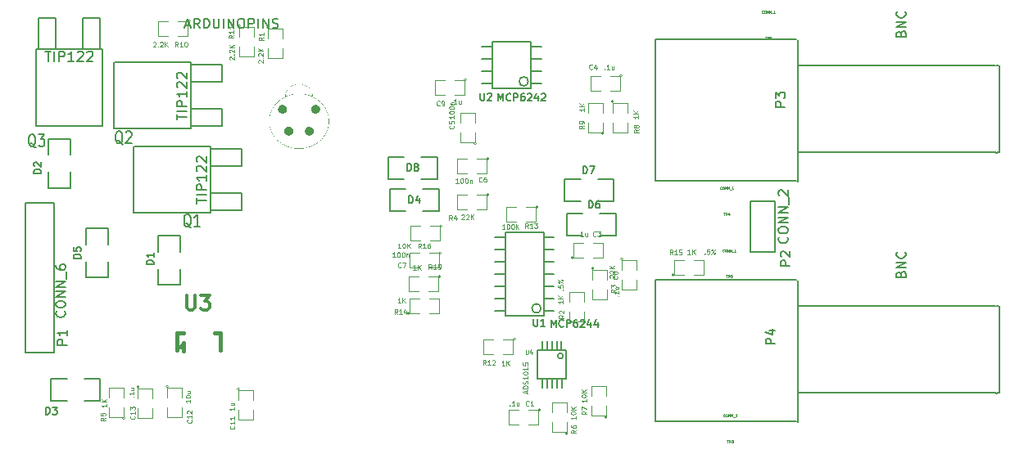
<source format=gto>
G04 (created by PCBNEW (2013-07-07 BZR 4022)-stable) date 12/24/2014 2:10:28 AM*
%MOIN*%
G04 Gerber Fmt 3.4, Leading zero omitted, Abs format*
%FSLAX34Y34*%
G01*
G70*
G90*
G04 APERTURE LIST*
%ADD10C,0.00590551*%
%ADD11C,0.005*%
%ADD12C,0.0039*%
%ADD13C,0.015*%
%ADD14C,0.0001*%
%ADD15C,0.0059*%
%ADD16C,0.0043*%
%ADD17C,0.008*%
%ADD18C,0.012*%
%ADD19C,0.0025*%
G04 APERTURE END LIST*
G54D10*
G54D11*
X81410Y-29620D02*
X82970Y-29620D01*
X82970Y-29620D02*
X82970Y-27720D01*
X82970Y-27720D02*
X81410Y-27720D01*
X81410Y-27720D02*
X81410Y-29620D01*
X81410Y-29420D02*
X80980Y-29420D01*
X81410Y-28920D02*
X80980Y-28920D01*
X81410Y-28420D02*
X80980Y-28420D01*
X80980Y-27920D02*
X81410Y-27920D01*
X82970Y-27920D02*
X83400Y-27920D01*
X83400Y-28420D02*
X82970Y-28420D01*
X83400Y-28920D02*
X82970Y-28920D01*
X83400Y-29420D02*
X82970Y-29420D01*
X82866Y-29330D02*
G75*
G03X82866Y-29330I-186J0D01*
G74*
G01*
G54D12*
X85535Y-36955D02*
G75*
G03X85535Y-36955I-50J0D01*
G74*
G01*
X85485Y-37405D02*
X85485Y-37005D01*
X85485Y-37005D02*
X86085Y-37005D01*
X86085Y-37005D02*
X86085Y-37405D01*
X86085Y-37805D02*
X86085Y-38205D01*
X86085Y-38205D02*
X85485Y-38205D01*
X85485Y-38205D02*
X85485Y-37805D01*
X83265Y-34448D02*
G75*
G03X83265Y-34448I-50J0D01*
G74*
G01*
X82765Y-34448D02*
X83165Y-34448D01*
X83165Y-34448D02*
X83165Y-35048D01*
X83165Y-35048D02*
X82765Y-35048D01*
X82365Y-35048D02*
X81965Y-35048D01*
X81965Y-35048D02*
X81965Y-34448D01*
X81965Y-34448D02*
X82365Y-34448D01*
X84694Y-36512D02*
G75*
G03X84694Y-36512I-50J0D01*
G74*
G01*
X85094Y-36512D02*
X84694Y-36512D01*
X84694Y-36512D02*
X84694Y-35912D01*
X84694Y-35912D02*
X85094Y-35912D01*
X85494Y-35912D02*
X85894Y-35912D01*
X85894Y-35912D02*
X85894Y-36512D01*
X85894Y-36512D02*
X85494Y-36512D01*
X81270Y-33940D02*
G75*
G03X81270Y-33940I-50J0D01*
G74*
G01*
X80770Y-33940D02*
X81170Y-33940D01*
X81170Y-33940D02*
X81170Y-34540D01*
X81170Y-34540D02*
X80770Y-34540D01*
X80370Y-34540D02*
X79970Y-34540D01*
X79970Y-34540D02*
X79970Y-33940D01*
X79970Y-33940D02*
X80370Y-33940D01*
X86735Y-36565D02*
G75*
G03X86735Y-36565I-50J0D01*
G74*
G01*
X86685Y-37015D02*
X86685Y-36615D01*
X86685Y-36615D02*
X87285Y-36615D01*
X87285Y-36615D02*
X87285Y-37015D01*
X87285Y-37415D02*
X87285Y-37815D01*
X87285Y-37815D02*
X86685Y-37815D01*
X86685Y-37815D02*
X86685Y-37415D01*
X85201Y-39155D02*
G75*
G03X85201Y-39155I-50J0D01*
G74*
G01*
X85151Y-38705D02*
X85151Y-39105D01*
X85151Y-39105D02*
X84551Y-39105D01*
X84551Y-39105D02*
X84551Y-38705D01*
X84551Y-38305D02*
X84551Y-37905D01*
X84551Y-37905D02*
X85151Y-37905D01*
X85151Y-37905D02*
X85151Y-38305D01*
X82350Y-39840D02*
G75*
G03X82350Y-39840I-50J0D01*
G74*
G01*
X81850Y-39840D02*
X82250Y-39840D01*
X82250Y-39840D02*
X82250Y-40440D01*
X82250Y-40440D02*
X81850Y-40440D01*
X81450Y-40440D02*
X81050Y-40440D01*
X81050Y-40440D02*
X81050Y-39840D01*
X81050Y-39840D02*
X81450Y-39840D01*
X86700Y-29100D02*
G75*
G03X86700Y-29100I-50J0D01*
G74*
G01*
X86200Y-29100D02*
X86600Y-29100D01*
X86600Y-29100D02*
X86600Y-29700D01*
X86600Y-29700D02*
X86200Y-29700D01*
X85800Y-29700D02*
X85400Y-29700D01*
X85400Y-29700D02*
X85400Y-29100D01*
X85400Y-29100D02*
X85800Y-29100D01*
X68210Y-41770D02*
G75*
G03X68210Y-41770I-50J0D01*
G74*
G01*
X68160Y-42220D02*
X68160Y-41820D01*
X68160Y-41820D02*
X68760Y-41820D01*
X68760Y-41820D02*
X68760Y-42220D01*
X68760Y-42620D02*
X68760Y-43020D01*
X68760Y-43020D02*
X68160Y-43020D01*
X68160Y-43020D02*
X68160Y-42620D01*
X67030Y-41790D02*
G75*
G03X67030Y-41790I-50J0D01*
G74*
G01*
X66980Y-42240D02*
X66980Y-41840D01*
X66980Y-41840D02*
X67580Y-41840D01*
X67580Y-41840D02*
X67580Y-42240D01*
X67580Y-42640D02*
X67580Y-43040D01*
X67580Y-43040D02*
X66980Y-43040D01*
X66980Y-43040D02*
X66980Y-42640D01*
X71130Y-41870D02*
G75*
G03X71130Y-41870I-50J0D01*
G74*
G01*
X71080Y-42320D02*
X71080Y-41920D01*
X71080Y-41920D02*
X71680Y-41920D01*
X71680Y-41920D02*
X71680Y-42320D01*
X71680Y-42720D02*
X71680Y-43120D01*
X71680Y-43120D02*
X71080Y-43120D01*
X71080Y-43120D02*
X71080Y-42720D01*
X66450Y-43070D02*
G75*
G03X66450Y-43070I-50J0D01*
G74*
G01*
X66400Y-42620D02*
X66400Y-43020D01*
X66400Y-43020D02*
X65800Y-43020D01*
X65800Y-43020D02*
X65800Y-42620D01*
X65800Y-42220D02*
X65800Y-41820D01*
X65800Y-41820D02*
X66400Y-41820D01*
X66400Y-41820D02*
X66400Y-42220D01*
X86350Y-30150D02*
G75*
G03X86350Y-30150I-50J0D01*
G74*
G01*
X86300Y-30600D02*
X86300Y-30200D01*
X86300Y-30200D02*
X86900Y-30200D01*
X86900Y-30200D02*
X86900Y-30600D01*
X86900Y-31000D02*
X86900Y-31400D01*
X86900Y-31400D02*
X86300Y-31400D01*
X86300Y-31400D02*
X86300Y-31000D01*
X85950Y-31450D02*
G75*
G03X85950Y-31450I-50J0D01*
G74*
G01*
X85900Y-31000D02*
X85900Y-31400D01*
X85900Y-31400D02*
X85300Y-31400D01*
X85300Y-31400D02*
X85300Y-31000D01*
X85300Y-30600D02*
X85300Y-30200D01*
X85300Y-30200D02*
X85900Y-30200D01*
X85900Y-30200D02*
X85900Y-30600D01*
X79360Y-35230D02*
G75*
G03X79360Y-35230I-50J0D01*
G74*
G01*
X78860Y-35230D02*
X79260Y-35230D01*
X79260Y-35230D02*
X79260Y-35830D01*
X79260Y-35830D02*
X78860Y-35830D01*
X78460Y-35830D02*
X78060Y-35830D01*
X78060Y-35830D02*
X78060Y-35230D01*
X78060Y-35230D02*
X78460Y-35230D01*
X69116Y-26870D02*
G75*
G03X69116Y-26870I-50J0D01*
G74*
G01*
X68616Y-26870D02*
X69016Y-26870D01*
X69016Y-26870D02*
X69016Y-27470D01*
X69016Y-27470D02*
X68616Y-27470D01*
X68216Y-27470D02*
X67816Y-27470D01*
X67816Y-27470D02*
X67816Y-26870D01*
X67816Y-26870D02*
X68216Y-26870D01*
X71152Y-27076D02*
G75*
G03X71152Y-27076I-50J0D01*
G74*
G01*
X71102Y-27526D02*
X71102Y-27126D01*
X71102Y-27126D02*
X71702Y-27126D01*
X71702Y-27126D02*
X71702Y-27526D01*
X71702Y-27926D02*
X71702Y-28326D01*
X71702Y-28326D02*
X71102Y-28326D01*
X71102Y-28326D02*
X71102Y-27926D01*
X84476Y-43679D02*
G75*
G03X84476Y-43679I-50J0D01*
G74*
G01*
X84426Y-43229D02*
X84426Y-43629D01*
X84426Y-43629D02*
X83826Y-43629D01*
X83826Y-43629D02*
X83826Y-43229D01*
X83826Y-42829D02*
X83826Y-42429D01*
X83826Y-42429D02*
X84426Y-42429D01*
X84426Y-42429D02*
X84426Y-42829D01*
X86072Y-43000D02*
G75*
G03X86072Y-43000I-50J0D01*
G74*
G01*
X86022Y-42550D02*
X86022Y-42950D01*
X86022Y-42950D02*
X85422Y-42950D01*
X85422Y-42950D02*
X85422Y-42550D01*
X85422Y-42150D02*
X85422Y-41750D01*
X85422Y-41750D02*
X86022Y-41750D01*
X86022Y-41750D02*
X86022Y-42150D01*
X83363Y-42708D02*
G75*
G03X83363Y-42708I-50J0D01*
G74*
G01*
X82863Y-42708D02*
X83263Y-42708D01*
X83263Y-42708D02*
X83263Y-43308D01*
X83263Y-43308D02*
X82863Y-43308D01*
X82463Y-43308D02*
X82063Y-43308D01*
X82063Y-43308D02*
X82063Y-42708D01*
X82063Y-42708D02*
X82463Y-42708D01*
X79310Y-37280D02*
G75*
G03X79310Y-37280I-50J0D01*
G74*
G01*
X78810Y-37280D02*
X79210Y-37280D01*
X79210Y-37280D02*
X79210Y-37880D01*
X79210Y-37880D02*
X78810Y-37880D01*
X78410Y-37880D02*
X78010Y-37880D01*
X78010Y-37880D02*
X78010Y-37280D01*
X78010Y-37280D02*
X78410Y-37280D01*
X78040Y-38790D02*
G75*
G03X78040Y-38790I-50J0D01*
G74*
G01*
X78440Y-38790D02*
X78040Y-38790D01*
X78040Y-38790D02*
X78040Y-38190D01*
X78040Y-38190D02*
X78440Y-38190D01*
X78840Y-38190D02*
X79240Y-38190D01*
X79240Y-38190D02*
X79240Y-38790D01*
X79240Y-38790D02*
X78840Y-38790D01*
X79330Y-36329D02*
G75*
G03X79330Y-36329I-50J0D01*
G74*
G01*
X78830Y-36329D02*
X79230Y-36329D01*
X79230Y-36329D02*
X79230Y-36929D01*
X79230Y-36929D02*
X78830Y-36929D01*
X78430Y-36929D02*
X78030Y-36929D01*
X78030Y-36929D02*
X78030Y-36329D01*
X78030Y-36329D02*
X78430Y-36329D01*
X81270Y-32490D02*
G75*
G03X81270Y-32490I-50J0D01*
G74*
G01*
X80770Y-32490D02*
X81170Y-32490D01*
X81170Y-32490D02*
X81170Y-33090D01*
X81170Y-33090D02*
X80770Y-33090D01*
X80370Y-33090D02*
X79970Y-33090D01*
X79970Y-33090D02*
X79970Y-32490D01*
X79970Y-32490D02*
X80370Y-32490D01*
X72320Y-27132D02*
G75*
G03X72320Y-27132I-50J0D01*
G74*
G01*
X72270Y-27582D02*
X72270Y-27182D01*
X72270Y-27182D02*
X72870Y-27182D01*
X72870Y-27182D02*
X72870Y-27582D01*
X72870Y-27982D02*
X72870Y-28382D01*
X72870Y-28382D02*
X72270Y-28382D01*
X72270Y-28382D02*
X72270Y-27982D01*
X88800Y-37210D02*
G75*
G03X88800Y-37210I-50J0D01*
G74*
G01*
X89200Y-37210D02*
X88800Y-37210D01*
X88800Y-37210D02*
X88800Y-36610D01*
X88800Y-36610D02*
X89200Y-36610D01*
X89600Y-36610D02*
X90000Y-36610D01*
X90000Y-36610D02*
X90000Y-37210D01*
X90000Y-37210D02*
X89600Y-37210D01*
X80765Y-31865D02*
G75*
G03X80765Y-31865I-50J0D01*
G74*
G01*
X80715Y-31415D02*
X80715Y-31815D01*
X80715Y-31815D02*
X80115Y-31815D01*
X80115Y-31815D02*
X80115Y-31415D01*
X80115Y-31015D02*
X80115Y-30615D01*
X80115Y-30615D02*
X80715Y-30615D01*
X80715Y-30615D02*
X80715Y-31015D01*
G54D11*
X84222Y-41821D02*
X84222Y-41471D01*
X84022Y-41821D02*
X84022Y-41471D01*
X83822Y-41821D02*
X83822Y-41471D01*
X83632Y-41821D02*
X83632Y-41471D01*
X83422Y-41821D02*
X83422Y-41471D01*
X83422Y-39921D02*
X83422Y-40271D01*
X83622Y-39921D02*
X83622Y-40271D01*
X83822Y-39921D02*
X83822Y-40271D01*
X84022Y-39921D02*
X84022Y-40271D01*
X84212Y-39921D02*
X84212Y-40271D01*
X84287Y-40516D02*
G75*
G03X84287Y-40516I-111J0D01*
G74*
G01*
X83231Y-41462D02*
X84413Y-41462D01*
X84413Y-41462D02*
X84413Y-40280D01*
X84413Y-40280D02*
X83231Y-40280D01*
X83231Y-40280D02*
X83231Y-41462D01*
X81929Y-38868D02*
X83489Y-38868D01*
X83489Y-38868D02*
X83489Y-35468D01*
X83489Y-35468D02*
X81929Y-35468D01*
X81929Y-35468D02*
X81929Y-38868D01*
X81929Y-38168D02*
X81499Y-38168D01*
X81929Y-37668D02*
X81499Y-37668D01*
X81929Y-37168D02*
X81499Y-37168D01*
X81929Y-38668D02*
X81499Y-38668D01*
X81499Y-36668D02*
X81929Y-36668D01*
X81499Y-36168D02*
X81929Y-36168D01*
X81499Y-35668D02*
X81929Y-35668D01*
X83489Y-35668D02*
X83919Y-35668D01*
X83489Y-36168D02*
X83919Y-36168D01*
X83489Y-38668D02*
X83919Y-38668D01*
X83919Y-38168D02*
X83489Y-38168D01*
X83919Y-36668D02*
X83489Y-36668D01*
X83919Y-37168D02*
X83489Y-37168D01*
X83919Y-37668D02*
X83489Y-37668D01*
X83385Y-38578D02*
G75*
G03X83385Y-38578I-186J0D01*
G74*
G01*
G54D10*
X63377Y-40390D02*
X62393Y-40390D01*
X62393Y-40390D02*
X62393Y-40193D01*
X63377Y-40390D02*
X63574Y-40390D01*
X63574Y-40390D02*
X63574Y-40193D01*
X63377Y-34288D02*
X62393Y-34288D01*
X62393Y-40193D02*
X62393Y-34288D01*
X63574Y-40193D02*
X63574Y-34288D01*
X63574Y-34288D02*
X63377Y-34288D01*
X91907Y-36292D02*
X91907Y-34225D01*
X91907Y-34225D02*
X92892Y-34225D01*
X92892Y-34225D02*
X92892Y-36292D01*
X92892Y-36292D02*
X91907Y-36292D01*
G54D11*
X69950Y-32778D02*
X71200Y-32778D01*
X71200Y-32778D02*
X71200Y-32078D01*
X71200Y-32078D02*
X69950Y-32078D01*
X69950Y-34578D02*
X71200Y-34578D01*
X71200Y-34578D02*
X71200Y-33878D01*
X71200Y-33878D02*
X69950Y-33878D01*
X67550Y-31978D02*
X69950Y-31978D01*
X69950Y-31978D02*
X69950Y-34678D01*
X69950Y-34678D02*
X66850Y-34678D01*
X66800Y-34678D02*
X66800Y-31978D01*
X66850Y-31978D02*
X67550Y-31978D01*
X69152Y-29364D02*
X70402Y-29364D01*
X70402Y-29364D02*
X70402Y-28664D01*
X70402Y-28664D02*
X69152Y-28664D01*
X69152Y-31164D02*
X70402Y-31164D01*
X70402Y-31164D02*
X70402Y-30464D01*
X70402Y-30464D02*
X69152Y-30464D01*
X66752Y-28564D02*
X69152Y-28564D01*
X69152Y-28564D02*
X69152Y-31264D01*
X69152Y-31264D02*
X66052Y-31264D01*
X66002Y-31264D02*
X66002Y-28564D01*
X66052Y-28564D02*
X66752Y-28564D01*
X63650Y-28000D02*
X63650Y-26750D01*
X63650Y-26750D02*
X62950Y-26750D01*
X62950Y-26750D02*
X62950Y-28000D01*
X65450Y-28000D02*
X65450Y-26750D01*
X65450Y-26750D02*
X64750Y-26750D01*
X64750Y-26750D02*
X64750Y-28000D01*
X62850Y-30400D02*
X62850Y-28000D01*
X62850Y-28000D02*
X65550Y-28000D01*
X65550Y-28000D02*
X65550Y-31100D01*
X65550Y-31150D02*
X62850Y-31150D01*
X62850Y-31100D02*
X62850Y-30400D01*
G54D10*
X102010Y-32225D02*
X101890Y-32235D01*
X101890Y-32235D02*
X101900Y-32225D01*
X101920Y-28675D02*
X101890Y-28675D01*
X101890Y-28675D02*
X102010Y-28675D01*
X102029Y-32211D02*
X102029Y-28667D01*
X94062Y-32211D02*
X93826Y-32211D01*
X93984Y-28667D02*
X93826Y-28667D01*
X94102Y-28667D02*
X93866Y-28667D01*
X93905Y-32211D02*
X101897Y-32211D01*
X101858Y-28667D02*
X93984Y-28667D01*
X88039Y-33392D02*
X88039Y-27604D01*
X88039Y-27604D02*
X93787Y-27604D01*
X93826Y-27644D02*
X93826Y-33431D01*
X93787Y-33392D02*
X88039Y-33392D01*
X102010Y-42025D02*
X101890Y-42035D01*
X101890Y-42035D02*
X101900Y-42025D01*
X101920Y-38475D02*
X101890Y-38475D01*
X101890Y-38475D02*
X102010Y-38475D01*
X102029Y-42011D02*
X102029Y-38467D01*
X94062Y-42011D02*
X93826Y-42011D01*
X93984Y-38467D02*
X93826Y-38467D01*
X94102Y-38467D02*
X93866Y-38467D01*
X93905Y-42011D02*
X101897Y-42011D01*
X101858Y-38467D02*
X93984Y-38467D01*
X88039Y-43192D02*
X88039Y-37404D01*
X88039Y-37404D02*
X93787Y-37404D01*
X93826Y-37444D02*
X93826Y-43231D01*
X93787Y-43192D02*
X88039Y-43192D01*
G54D12*
X80362Y-29268D02*
G75*
G03X80362Y-29268I-50J0D01*
G74*
G01*
X79862Y-29268D02*
X80262Y-29268D01*
X80262Y-29268D02*
X80262Y-29868D01*
X80262Y-29868D02*
X79862Y-29868D01*
X79462Y-29868D02*
X79062Y-29868D01*
X79062Y-29868D02*
X79062Y-29268D01*
X79062Y-29268D02*
X79462Y-29268D01*
G54D13*
X68712Y-40159D02*
X68810Y-40041D01*
X68810Y-40041D02*
X68850Y-39982D01*
X68850Y-39982D02*
X68850Y-40316D01*
X68574Y-39568D02*
X68574Y-40277D01*
X68574Y-39568D02*
X68830Y-39568D01*
X70346Y-39568D02*
X70346Y-40277D01*
X70346Y-39568D02*
X70090Y-39568D01*
G54D11*
X77230Y-33720D02*
X77230Y-34620D01*
X77230Y-34620D02*
X77880Y-34620D01*
X78580Y-33720D02*
X79230Y-33720D01*
X79230Y-33720D02*
X79230Y-34620D01*
X79230Y-34620D02*
X78580Y-34620D01*
X77880Y-33720D02*
X77230Y-33720D01*
X79160Y-33310D02*
X79160Y-32410D01*
X79160Y-32410D02*
X78510Y-32410D01*
X77810Y-33310D02*
X77160Y-33310D01*
X77160Y-33310D02*
X77160Y-32410D01*
X77160Y-32410D02*
X77810Y-32410D01*
X78510Y-33310D02*
X79160Y-33310D01*
X84338Y-33320D02*
X84338Y-34220D01*
X84338Y-34220D02*
X84988Y-34220D01*
X85688Y-33320D02*
X86338Y-33320D01*
X86338Y-33320D02*
X86338Y-34220D01*
X86338Y-34220D02*
X85688Y-34220D01*
X84988Y-33320D02*
X84338Y-33320D01*
X86426Y-35606D02*
X86426Y-34706D01*
X86426Y-34706D02*
X85776Y-34706D01*
X85076Y-35606D02*
X84426Y-35606D01*
X84426Y-35606D02*
X84426Y-34706D01*
X84426Y-34706D02*
X85076Y-34706D01*
X85776Y-35606D02*
X86426Y-35606D01*
X63440Y-41450D02*
X63440Y-42350D01*
X63440Y-42350D02*
X64090Y-42350D01*
X64790Y-41450D02*
X65440Y-41450D01*
X65440Y-41450D02*
X65440Y-42350D01*
X65440Y-42350D02*
X64790Y-42350D01*
X64090Y-41450D02*
X63440Y-41450D01*
X68710Y-35620D02*
X67810Y-35620D01*
X67810Y-35620D02*
X67810Y-36270D01*
X68710Y-36970D02*
X68710Y-37620D01*
X68710Y-37620D02*
X67810Y-37620D01*
X67810Y-37620D02*
X67810Y-36970D01*
X68710Y-36270D02*
X68710Y-35620D01*
X65770Y-35320D02*
X64870Y-35320D01*
X64870Y-35320D02*
X64870Y-35970D01*
X65770Y-36670D02*
X65770Y-37320D01*
X65770Y-37320D02*
X64870Y-37320D01*
X64870Y-37320D02*
X64870Y-36670D01*
X65770Y-35970D02*
X65770Y-35320D01*
X64230Y-31680D02*
X63330Y-31680D01*
X63330Y-31680D02*
X63330Y-32330D01*
X64230Y-33030D02*
X64230Y-33680D01*
X64230Y-33680D02*
X63330Y-33680D01*
X63330Y-33680D02*
X63330Y-33030D01*
X64230Y-32330D02*
X64230Y-31680D01*
G54D14*
G36*
X74757Y-30953D02*
X74757Y-30976D01*
X74757Y-30998D01*
X74757Y-31019D01*
X74756Y-31038D01*
X74756Y-31055D01*
X74755Y-31067D01*
X74754Y-31076D01*
X74754Y-31080D01*
X74754Y-31080D01*
X74752Y-31084D01*
X74750Y-31091D01*
X74749Y-31102D01*
X74748Y-31105D01*
X74747Y-31116D01*
X74747Y-31118D01*
X74747Y-30957D01*
X74747Y-30940D01*
X74747Y-30923D01*
X74746Y-30908D01*
X74746Y-30895D01*
X74745Y-30887D01*
X74745Y-30882D01*
X74745Y-30882D01*
X74743Y-30879D01*
X74742Y-30871D01*
X74741Y-30860D01*
X74741Y-30847D01*
X74740Y-30845D01*
X74740Y-30832D01*
X74739Y-30820D01*
X74738Y-30811D01*
X74737Y-30807D01*
X74737Y-30807D01*
X74735Y-30802D01*
X74735Y-30795D01*
X74734Y-30788D01*
X74733Y-30783D01*
X74731Y-30779D01*
X74730Y-30771D01*
X74729Y-30761D01*
X74729Y-30757D01*
X74727Y-30747D01*
X74726Y-30739D01*
X74725Y-30734D01*
X74724Y-30734D01*
X74723Y-30732D01*
X74721Y-30725D01*
X74720Y-30720D01*
X74719Y-30712D01*
X74717Y-30706D01*
X74716Y-30704D01*
X74714Y-30701D01*
X74713Y-30694D01*
X74712Y-30687D01*
X74710Y-30679D01*
X74708Y-30673D01*
X74707Y-30672D01*
X74705Y-30670D01*
X74706Y-30668D01*
X74706Y-30663D01*
X74705Y-30662D01*
X74703Y-30659D01*
X74701Y-30652D01*
X74701Y-30647D01*
X74699Y-30639D01*
X74697Y-30634D01*
X74696Y-30633D01*
X74694Y-30630D01*
X74692Y-30624D01*
X74692Y-30623D01*
X74690Y-30613D01*
X74686Y-30605D01*
X74683Y-30598D01*
X74682Y-30592D01*
X74681Y-30588D01*
X74679Y-30587D01*
X74677Y-30585D01*
X74675Y-30579D01*
X74675Y-30578D01*
X74673Y-30571D01*
X74671Y-30566D01*
X74671Y-30566D01*
X74669Y-30563D01*
X74670Y-30561D01*
X74670Y-30557D01*
X74668Y-30556D01*
X74666Y-30554D01*
X74664Y-30548D01*
X74662Y-30543D01*
X74658Y-30534D01*
X74652Y-30522D01*
X74645Y-30508D01*
X74637Y-30492D01*
X74637Y-30490D01*
X74629Y-30474D01*
X74621Y-30460D01*
X74615Y-30448D01*
X74610Y-30438D01*
X74608Y-30433D01*
X74608Y-30433D01*
X74605Y-30428D01*
X74602Y-30427D01*
X74600Y-30425D01*
X74600Y-30424D01*
X74599Y-30420D01*
X74595Y-30414D01*
X74591Y-30407D01*
X74587Y-30402D01*
X74586Y-30401D01*
X74584Y-30398D01*
X74582Y-30394D01*
X74576Y-30383D01*
X74571Y-30376D01*
X74566Y-30369D01*
X74563Y-30364D01*
X74558Y-30358D01*
X74556Y-30353D01*
X74555Y-30352D01*
X74554Y-30349D01*
X74549Y-30343D01*
X74545Y-30338D01*
X74540Y-30331D01*
X74536Y-30325D01*
X74536Y-30323D01*
X74534Y-30320D01*
X74529Y-30315D01*
X74527Y-30314D01*
X74522Y-30309D01*
X74519Y-30305D01*
X74519Y-30305D01*
X74517Y-30301D01*
X74512Y-30295D01*
X74508Y-30290D01*
X74501Y-30282D01*
X74494Y-30274D01*
X74492Y-30270D01*
X74488Y-30266D01*
X74482Y-30259D01*
X74472Y-30249D01*
X74461Y-30237D01*
X74449Y-30224D01*
X74435Y-30211D01*
X74422Y-30197D01*
X74409Y-30184D01*
X74397Y-30172D01*
X74387Y-30162D01*
X74379Y-30154D01*
X74373Y-30149D01*
X74371Y-30148D01*
X74368Y-30146D01*
X74362Y-30142D01*
X74360Y-30140D01*
X74349Y-30130D01*
X74337Y-30120D01*
X74327Y-30111D01*
X74318Y-30104D01*
X74312Y-30099D01*
X74305Y-30094D01*
X74298Y-30089D01*
X74292Y-30085D01*
X74288Y-30083D01*
X74288Y-30083D01*
X74285Y-30081D01*
X74285Y-30080D01*
X74282Y-30077D01*
X74280Y-30075D01*
X74275Y-30073D01*
X74267Y-30068D01*
X74265Y-30066D01*
X74258Y-30061D01*
X74253Y-30058D01*
X74252Y-30058D01*
X74249Y-30056D01*
X74243Y-30052D01*
X74238Y-30048D01*
X74231Y-30043D01*
X74224Y-30038D01*
X74222Y-30037D01*
X74218Y-30034D01*
X74217Y-30033D01*
X74215Y-30030D01*
X74209Y-30028D01*
X74203Y-30026D01*
X74200Y-30024D01*
X74196Y-30021D01*
X74187Y-30016D01*
X74173Y-30009D01*
X74167Y-30006D01*
X74159Y-30001D01*
X74154Y-29998D01*
X74152Y-29996D01*
X74150Y-29993D01*
X74145Y-29991D01*
X74138Y-29989D01*
X74135Y-29988D01*
X74132Y-29985D01*
X74125Y-29982D01*
X74117Y-29977D01*
X74108Y-29974D01*
X74102Y-29971D01*
X74099Y-29970D01*
X74096Y-29968D01*
X74096Y-29968D01*
X74093Y-29965D01*
X74088Y-29963D01*
X74087Y-29963D01*
X74080Y-29961D01*
X74079Y-29960D01*
X74079Y-29908D01*
X74079Y-29894D01*
X74079Y-29879D01*
X74079Y-29866D01*
X74078Y-29855D01*
X74077Y-29847D01*
X74077Y-29847D01*
X74076Y-29837D01*
X74074Y-29830D01*
X74073Y-29828D01*
X74071Y-29822D01*
X74070Y-29813D01*
X74069Y-29809D01*
X74068Y-29801D01*
X74066Y-29796D01*
X74065Y-29796D01*
X74063Y-29793D01*
X74062Y-29787D01*
X74061Y-29783D01*
X74059Y-29773D01*
X74056Y-29764D01*
X74055Y-29763D01*
X74050Y-29752D01*
X74048Y-29745D01*
X74048Y-29741D01*
X74046Y-29739D01*
X74045Y-29739D01*
X74043Y-29737D01*
X74041Y-29731D01*
X74041Y-29731D01*
X74039Y-29725D01*
X74037Y-29722D01*
X74037Y-29722D01*
X74035Y-29720D01*
X74032Y-29714D01*
X74028Y-29707D01*
X74023Y-29698D01*
X74021Y-29695D01*
X74017Y-29688D01*
X74013Y-29682D01*
X74012Y-29680D01*
X74009Y-29675D01*
X74004Y-29669D01*
X73999Y-29664D01*
X73997Y-29661D01*
X73997Y-29661D01*
X73995Y-29657D01*
X73990Y-29651D01*
X73982Y-29642D01*
X73973Y-29631D01*
X73962Y-29620D01*
X73951Y-29609D01*
X73940Y-29598D01*
X73930Y-29589D01*
X73923Y-29582D01*
X73919Y-29580D01*
X73912Y-29575D01*
X73907Y-29572D01*
X73906Y-29572D01*
X73902Y-29569D01*
X73901Y-29567D01*
X73899Y-29564D01*
X73898Y-29564D01*
X73894Y-29563D01*
X73888Y-29559D01*
X73881Y-29554D01*
X73876Y-29549D01*
X73875Y-29548D01*
X73871Y-29545D01*
X73870Y-29545D01*
X73866Y-29543D01*
X73860Y-29539D01*
X73856Y-29536D01*
X73848Y-29531D01*
X73839Y-29527D01*
X73837Y-29526D01*
X73831Y-29524D01*
X73828Y-29522D01*
X73828Y-29522D01*
X73826Y-29520D01*
X73820Y-29518D01*
X73820Y-29518D01*
X73814Y-29516D01*
X73811Y-29513D01*
X73809Y-29511D01*
X73808Y-29511D01*
X73804Y-29510D01*
X73796Y-29507D01*
X73785Y-29502D01*
X73772Y-29496D01*
X73758Y-29490D01*
X73749Y-29485D01*
X73744Y-29484D01*
X73735Y-29482D01*
X73725Y-29480D01*
X73716Y-29478D01*
X73709Y-29476D01*
X73707Y-29474D01*
X73704Y-29473D01*
X73698Y-29471D01*
X73689Y-29470D01*
X73680Y-29468D01*
X73673Y-29467D01*
X73670Y-29465D01*
X73667Y-29464D01*
X73659Y-29463D01*
X73649Y-29462D01*
X73644Y-29461D01*
X73633Y-29460D01*
X73624Y-29459D01*
X73619Y-29457D01*
X73618Y-29457D01*
X73615Y-29456D01*
X73607Y-29456D01*
X73595Y-29455D01*
X73580Y-29455D01*
X73564Y-29455D01*
X73546Y-29455D01*
X73527Y-29455D01*
X73510Y-29455D01*
X73493Y-29455D01*
X73479Y-29455D01*
X73469Y-29456D01*
X73462Y-29456D01*
X73461Y-29457D01*
X73457Y-29458D01*
X73450Y-29460D01*
X73439Y-29461D01*
X73435Y-29461D01*
X73423Y-29462D01*
X73414Y-29464D01*
X73408Y-29465D01*
X73407Y-29465D01*
X73403Y-29467D01*
X73395Y-29469D01*
X73388Y-29470D01*
X73379Y-29471D01*
X73372Y-29473D01*
X73370Y-29474D01*
X73366Y-29476D01*
X73358Y-29478D01*
X73351Y-29480D01*
X73341Y-29482D01*
X73333Y-29484D01*
X73329Y-29485D01*
X73315Y-29492D01*
X73304Y-29497D01*
X73296Y-29499D01*
X73294Y-29500D01*
X73290Y-29501D01*
X73290Y-29502D01*
X73288Y-29505D01*
X73287Y-29505D01*
X73283Y-29506D01*
X73276Y-29509D01*
X73267Y-29513D01*
X73259Y-29518D01*
X73253Y-29521D01*
X73251Y-29523D01*
X73248Y-29524D01*
X73243Y-29525D01*
X73237Y-29527D01*
X73230Y-29531D01*
X73224Y-29535D01*
X73220Y-29536D01*
X73220Y-29536D01*
X73217Y-29538D01*
X73215Y-29540D01*
X73212Y-29544D01*
X73211Y-29545D01*
X73207Y-29546D01*
X73201Y-29551D01*
X73196Y-29554D01*
X73189Y-29560D01*
X73183Y-29564D01*
X73181Y-29564D01*
X73178Y-29566D01*
X73172Y-29570D01*
X73169Y-29573D01*
X73162Y-29578D01*
X73157Y-29581D01*
X73156Y-29581D01*
X73153Y-29583D01*
X73148Y-29588D01*
X73140Y-29596D01*
X73130Y-29605D01*
X73120Y-29615D01*
X73110Y-29626D01*
X73101Y-29635D01*
X73093Y-29643D01*
X73088Y-29648D01*
X73087Y-29651D01*
X73085Y-29654D01*
X73081Y-29660D01*
X73077Y-29665D01*
X73072Y-29672D01*
X73068Y-29678D01*
X73067Y-29680D01*
X73065Y-29684D01*
X73063Y-29685D01*
X73060Y-29688D01*
X73057Y-29694D01*
X73055Y-29701D01*
X73052Y-29704D01*
X73048Y-29708D01*
X73046Y-29714D01*
X73044Y-29720D01*
X73042Y-29722D01*
X73040Y-29725D01*
X73038Y-29731D01*
X73038Y-29731D01*
X73036Y-29737D01*
X73033Y-29739D01*
X73031Y-29742D01*
X73029Y-29748D01*
X73029Y-29749D01*
X73027Y-29755D01*
X73025Y-29759D01*
X73025Y-29759D01*
X73023Y-29761D01*
X73021Y-29767D01*
X73021Y-29769D01*
X73019Y-29776D01*
X73017Y-29780D01*
X73016Y-29780D01*
X73015Y-29784D01*
X73015Y-29786D01*
X73015Y-29791D01*
X73014Y-29794D01*
X73012Y-29799D01*
X73010Y-29807D01*
X73009Y-29811D01*
X73007Y-29820D01*
X73005Y-29827D01*
X73005Y-29829D01*
X73003Y-29833D01*
X73002Y-29841D01*
X73001Y-29853D01*
X73000Y-29866D01*
X72999Y-29881D01*
X72998Y-29892D01*
X72997Y-29898D01*
X72996Y-29900D01*
X72995Y-29901D01*
X72996Y-29903D01*
X72998Y-29908D01*
X72999Y-29917D01*
X73000Y-29926D01*
X73000Y-29935D01*
X73000Y-29942D01*
X73001Y-29945D01*
X73005Y-29944D01*
X73011Y-29941D01*
X73016Y-29939D01*
X73026Y-29934D01*
X73038Y-29929D01*
X73046Y-29925D01*
X73059Y-29919D01*
X73071Y-29915D01*
X73078Y-29913D01*
X73078Y-29913D01*
X73082Y-29911D01*
X73083Y-29911D01*
X73087Y-29909D01*
X73094Y-29907D01*
X73095Y-29907D01*
X73103Y-29905D01*
X73108Y-29903D01*
X73108Y-29903D01*
X73112Y-29901D01*
X73120Y-29899D01*
X73121Y-29898D01*
X73128Y-29896D01*
X73133Y-29894D01*
X73133Y-29894D01*
X73138Y-29892D01*
X73145Y-29890D01*
X73146Y-29890D01*
X73153Y-29888D01*
X73157Y-29886D01*
X73157Y-29886D01*
X73161Y-29884D01*
X73168Y-29882D01*
X73177Y-29880D01*
X73187Y-29878D01*
X73196Y-29876D01*
X73200Y-29874D01*
X73206Y-29872D01*
X73214Y-29871D01*
X73219Y-29870D01*
X73227Y-29869D01*
X73232Y-29867D01*
X73233Y-29866D01*
X73236Y-29864D01*
X73243Y-29863D01*
X73251Y-29862D01*
X73260Y-29860D01*
X73267Y-29859D01*
X73270Y-29857D01*
X73273Y-29856D01*
X73281Y-29855D01*
X73292Y-29853D01*
X73303Y-29852D01*
X73316Y-29850D01*
X73327Y-29849D01*
X73335Y-29847D01*
X73338Y-29846D01*
X73343Y-29845D01*
X73351Y-29844D01*
X73363Y-29842D01*
X73368Y-29842D01*
X73379Y-29841D01*
X73389Y-29839D01*
X73395Y-29837D01*
X73397Y-29837D01*
X73400Y-29836D01*
X73409Y-29835D01*
X73422Y-29835D01*
X73439Y-29834D01*
X73458Y-29834D01*
X73480Y-29834D01*
X73504Y-29833D01*
X73528Y-29833D01*
X73553Y-29833D01*
X73577Y-29833D01*
X73601Y-29834D01*
X73622Y-29834D01*
X73642Y-29834D01*
X73658Y-29835D01*
X73671Y-29835D01*
X73679Y-29836D01*
X73682Y-29837D01*
X73686Y-29838D01*
X73695Y-29840D01*
X73706Y-29842D01*
X73710Y-29842D01*
X73722Y-29843D01*
X73732Y-29844D01*
X73738Y-29846D01*
X73739Y-29846D01*
X73744Y-29847D01*
X73754Y-29849D01*
X73766Y-29851D01*
X73774Y-29852D01*
X73787Y-29853D01*
X73797Y-29855D01*
X73804Y-29856D01*
X73807Y-29857D01*
X73811Y-29859D01*
X73819Y-29861D01*
X73826Y-29862D01*
X73835Y-29863D01*
X73841Y-29865D01*
X73844Y-29866D01*
X73847Y-29867D01*
X73854Y-29869D01*
X73860Y-29870D01*
X73869Y-29872D01*
X73875Y-29873D01*
X73877Y-29874D01*
X73882Y-29876D01*
X73889Y-29878D01*
X73894Y-29878D01*
X73904Y-29880D01*
X73914Y-29883D01*
X73916Y-29884D01*
X73925Y-29888D01*
X73934Y-29890D01*
X73941Y-29892D01*
X73945Y-29894D01*
X73945Y-29894D01*
X73949Y-29896D01*
X73955Y-29898D01*
X73958Y-29898D01*
X73965Y-29900D01*
X73970Y-29902D01*
X73970Y-29903D01*
X73974Y-29905D01*
X73981Y-29906D01*
X73983Y-29907D01*
X73991Y-29909D01*
X73995Y-29911D01*
X73996Y-29911D01*
X73999Y-29913D01*
X74000Y-29912D01*
X74003Y-29913D01*
X74004Y-29914D01*
X74008Y-29916D01*
X74010Y-29917D01*
X74015Y-29918D01*
X74023Y-29921D01*
X74031Y-29925D01*
X74038Y-29928D01*
X74042Y-29931D01*
X74042Y-29931D01*
X74045Y-29933D01*
X74047Y-29934D01*
X74052Y-29935D01*
X74060Y-29938D01*
X74064Y-29940D01*
X74071Y-29943D01*
X74076Y-29944D01*
X74078Y-29944D01*
X74078Y-29941D01*
X74079Y-29933D01*
X74079Y-29922D01*
X74079Y-29908D01*
X74079Y-29960D01*
X74071Y-29957D01*
X74064Y-29953D01*
X74054Y-29949D01*
X74045Y-29945D01*
X74040Y-29944D01*
X74034Y-29942D01*
X74031Y-29939D01*
X74031Y-29939D01*
X74029Y-29937D01*
X74023Y-29935D01*
X74023Y-29935D01*
X74017Y-29933D01*
X74014Y-29931D01*
X74012Y-29929D01*
X74006Y-29927D01*
X74004Y-29927D01*
X73996Y-29925D01*
X73991Y-29923D01*
X73990Y-29922D01*
X73986Y-29921D01*
X73978Y-29918D01*
X73972Y-29917D01*
X73963Y-29914D01*
X73956Y-29912D01*
X73954Y-29911D01*
X73949Y-29909D01*
X73942Y-29907D01*
X73940Y-29907D01*
X73933Y-29905D01*
X73930Y-29903D01*
X73930Y-29903D01*
X73927Y-29901D01*
X73921Y-29899D01*
X73919Y-29898D01*
X73911Y-29896D01*
X73906Y-29894D01*
X73905Y-29894D01*
X73901Y-29892D01*
X73893Y-29890D01*
X73888Y-29890D01*
X73880Y-29888D01*
X73873Y-29886D01*
X73872Y-29886D01*
X73868Y-29884D01*
X73860Y-29882D01*
X73850Y-29880D01*
X73848Y-29880D01*
X73837Y-29878D01*
X73829Y-29876D01*
X73824Y-29875D01*
X73824Y-29874D01*
X73820Y-29873D01*
X73812Y-29871D01*
X73805Y-29870D01*
X73796Y-29869D01*
X73789Y-29867D01*
X73787Y-29866D01*
X73784Y-29865D01*
X73776Y-29863D01*
X73766Y-29862D01*
X73761Y-29862D01*
X73750Y-29861D01*
X73740Y-29859D01*
X73735Y-29858D01*
X73734Y-29858D01*
X73730Y-29856D01*
X73721Y-29855D01*
X73709Y-29853D01*
X73695Y-29852D01*
X73680Y-29851D01*
X73665Y-29850D01*
X73652Y-29849D01*
X73644Y-29849D01*
X73633Y-29849D01*
X73626Y-29848D01*
X73622Y-29846D01*
X73622Y-29846D01*
X73620Y-29845D01*
X73612Y-29844D01*
X73600Y-29844D01*
X73586Y-29843D01*
X73549Y-29843D01*
X73549Y-30954D01*
X73549Y-32064D01*
X73586Y-32064D01*
X73601Y-32064D01*
X73613Y-32063D01*
X73620Y-32063D01*
X73622Y-32062D01*
X73625Y-32060D01*
X73632Y-32059D01*
X73643Y-32059D01*
X73645Y-32059D01*
X73659Y-32058D01*
X73675Y-32057D01*
X73691Y-32056D01*
X73695Y-32056D01*
X73710Y-32054D01*
X73720Y-32053D01*
X73726Y-32052D01*
X73730Y-32051D01*
X73732Y-32051D01*
X73734Y-32050D01*
X73734Y-32050D01*
X73738Y-32049D01*
X73746Y-32048D01*
X73757Y-32046D01*
X73761Y-32046D01*
X73772Y-32045D01*
X73781Y-32043D01*
X73787Y-32042D01*
X73787Y-32042D01*
X73791Y-32040D01*
X73798Y-32038D01*
X73805Y-32037D01*
X73814Y-32036D01*
X73821Y-32034D01*
X73824Y-32033D01*
X73828Y-32032D01*
X73836Y-32030D01*
X73841Y-32029D01*
X73850Y-32027D01*
X73856Y-32026D01*
X73858Y-32025D01*
X73862Y-32023D01*
X73870Y-32021D01*
X73880Y-32020D01*
X73881Y-32019D01*
X73892Y-32018D01*
X73901Y-32016D01*
X73905Y-32014D01*
X73906Y-32014D01*
X73910Y-32012D01*
X73918Y-32010D01*
X73919Y-32009D01*
X73926Y-32007D01*
X73929Y-32006D01*
X73930Y-32005D01*
X73932Y-32003D01*
X73938Y-32001D01*
X73940Y-32001D01*
X73948Y-31999D01*
X73953Y-31997D01*
X73954Y-31997D01*
X73958Y-31995D01*
X73965Y-31993D01*
X73972Y-31991D01*
X73981Y-31989D01*
X73988Y-31986D01*
X73990Y-31985D01*
X73995Y-31983D01*
X74002Y-31981D01*
X74004Y-31981D01*
X74010Y-31979D01*
X74014Y-31977D01*
X74014Y-31977D01*
X74017Y-31975D01*
X74022Y-31973D01*
X74023Y-31973D01*
X74029Y-31971D01*
X74031Y-31969D01*
X74034Y-31966D01*
X74039Y-31964D01*
X74040Y-31964D01*
X74048Y-31962D01*
X74058Y-31958D01*
X74065Y-31954D01*
X74086Y-31944D01*
X74102Y-31936D01*
X74114Y-31931D01*
X74123Y-31927D01*
X74128Y-31924D01*
X74131Y-31923D01*
X74132Y-31923D01*
X74135Y-31922D01*
X74135Y-31921D01*
X74138Y-31918D01*
X74144Y-31916D01*
X74144Y-31916D01*
X74150Y-31914D01*
X74152Y-31912D01*
X74152Y-31912D01*
X74155Y-31909D01*
X74161Y-31906D01*
X74168Y-31902D01*
X74176Y-31898D01*
X74182Y-31894D01*
X74183Y-31892D01*
X74186Y-31890D01*
X74192Y-31888D01*
X74192Y-31888D01*
X74198Y-31886D01*
X74200Y-31884D01*
X74203Y-31882D01*
X74208Y-31880D01*
X74209Y-31880D01*
X74215Y-31878D01*
X74217Y-31875D01*
X74219Y-31872D01*
X74222Y-31871D01*
X74227Y-31868D01*
X74234Y-31863D01*
X74238Y-31859D01*
X74245Y-31854D01*
X74251Y-31851D01*
X74252Y-31850D01*
X74255Y-31848D01*
X74261Y-31844D01*
X74265Y-31842D01*
X74272Y-31837D01*
X74277Y-31834D01*
X74279Y-31833D01*
X74283Y-31831D01*
X74284Y-31829D01*
X74287Y-31825D01*
X74288Y-31825D01*
X74292Y-31823D01*
X74298Y-31819D01*
X74298Y-31819D01*
X74306Y-31813D01*
X74312Y-31808D01*
X74317Y-31805D01*
X74325Y-31798D01*
X74335Y-31790D01*
X74344Y-31782D01*
X74354Y-31773D01*
X74362Y-31766D01*
X74368Y-31762D01*
X74371Y-31760D01*
X74374Y-31758D01*
X74380Y-31753D01*
X74388Y-31744D01*
X74399Y-31734D01*
X74411Y-31722D01*
X74424Y-31709D01*
X74437Y-31696D01*
X74450Y-31683D01*
X74461Y-31672D01*
X74471Y-31661D01*
X74479Y-31653D01*
X74484Y-31648D01*
X74485Y-31646D01*
X74487Y-31642D01*
X74490Y-31637D01*
X74499Y-31628D01*
X74507Y-31618D01*
X74514Y-31611D01*
X74518Y-31605D01*
X74519Y-31603D01*
X74521Y-31600D01*
X74526Y-31595D01*
X74527Y-31594D01*
X74533Y-31589D01*
X74535Y-31585D01*
X74536Y-31584D01*
X74537Y-31581D01*
X74541Y-31575D01*
X74545Y-31570D01*
X74551Y-31563D01*
X74554Y-31558D01*
X74555Y-31556D01*
X74557Y-31552D01*
X74561Y-31546D01*
X74563Y-31543D01*
X74568Y-31536D01*
X74573Y-31529D01*
X74578Y-31520D01*
X74582Y-31513D01*
X74585Y-31508D01*
X74586Y-31506D01*
X74590Y-31502D01*
X74595Y-31495D01*
X74598Y-31489D01*
X74600Y-31484D01*
X74600Y-31484D01*
X74602Y-31481D01*
X74602Y-31481D01*
X74605Y-31479D01*
X74608Y-31475D01*
X74610Y-31470D01*
X74614Y-31462D01*
X74620Y-31450D01*
X74627Y-31436D01*
X74635Y-31420D01*
X74637Y-31418D01*
X74644Y-31402D01*
X74652Y-31387D01*
X74658Y-31375D01*
X74662Y-31365D01*
X74664Y-31360D01*
X74664Y-31359D01*
X74666Y-31354D01*
X74668Y-31351D01*
X74670Y-31349D01*
X74670Y-31347D01*
X74670Y-31343D01*
X74671Y-31341D01*
X74673Y-31338D01*
X74675Y-31331D01*
X74675Y-31330D01*
X74677Y-31324D01*
X74679Y-31320D01*
X74679Y-31320D01*
X74682Y-31318D01*
X74682Y-31315D01*
X74683Y-31309D01*
X74686Y-31302D01*
X74690Y-31294D01*
X74692Y-31285D01*
X74694Y-31278D01*
X74696Y-31275D01*
X74696Y-31275D01*
X74698Y-31273D01*
X74700Y-31266D01*
X74701Y-31261D01*
X74702Y-31253D01*
X74704Y-31247D01*
X74705Y-31245D01*
X74706Y-31242D01*
X74706Y-31240D01*
X74706Y-31236D01*
X74707Y-31236D01*
X74709Y-31233D01*
X74711Y-31227D01*
X74712Y-31220D01*
X74713Y-31211D01*
X74715Y-31205D01*
X74716Y-31203D01*
X74718Y-31200D01*
X74720Y-31193D01*
X74720Y-31188D01*
X74722Y-31180D01*
X74724Y-31175D01*
X74724Y-31174D01*
X74726Y-31171D01*
X74727Y-31164D01*
X74728Y-31154D01*
X74729Y-31150D01*
X74730Y-31139D01*
X74731Y-31130D01*
X74732Y-31125D01*
X74733Y-31124D01*
X74734Y-31120D01*
X74735Y-31113D01*
X74735Y-31106D01*
X74737Y-31101D01*
X74738Y-31097D01*
X74739Y-31089D01*
X74740Y-31077D01*
X74740Y-31064D01*
X74741Y-31050D01*
X74742Y-31039D01*
X74743Y-31032D01*
X74745Y-31028D01*
X74745Y-31025D01*
X74746Y-31017D01*
X74746Y-31006D01*
X74747Y-30991D01*
X74747Y-30975D01*
X74747Y-30957D01*
X74747Y-31118D01*
X74746Y-31125D01*
X74745Y-31130D01*
X74744Y-31130D01*
X74743Y-31133D01*
X74741Y-31141D01*
X74740Y-31151D01*
X74740Y-31154D01*
X74739Y-31165D01*
X74737Y-31173D01*
X74736Y-31178D01*
X74735Y-31178D01*
X74734Y-31182D01*
X74735Y-31187D01*
X74735Y-31192D01*
X74733Y-31193D01*
X74731Y-31196D01*
X74729Y-31202D01*
X74729Y-31207D01*
X74727Y-31215D01*
X74725Y-31221D01*
X74724Y-31223D01*
X74723Y-31227D01*
X74721Y-31235D01*
X74720Y-31237D01*
X74718Y-31245D01*
X74717Y-31250D01*
X74716Y-31251D01*
X74714Y-31256D01*
X74712Y-31263D01*
X74712Y-31265D01*
X74710Y-31273D01*
X74707Y-31279D01*
X74707Y-31280D01*
X74705Y-31284D01*
X74706Y-31286D01*
X74706Y-31290D01*
X74705Y-31290D01*
X74703Y-31294D01*
X74701Y-31301D01*
X74701Y-31302D01*
X74699Y-31308D01*
X74697Y-31312D01*
X74696Y-31312D01*
X74694Y-31314D01*
X74692Y-31320D01*
X74692Y-31322D01*
X74690Y-31328D01*
X74688Y-31331D01*
X74688Y-31331D01*
X74686Y-31334D01*
X74684Y-31340D01*
X74683Y-31344D01*
X74682Y-31352D01*
X74680Y-31356D01*
X74679Y-31357D01*
X74677Y-31359D01*
X74675Y-31365D01*
X74673Y-31369D01*
X74670Y-31378D01*
X74664Y-31391D01*
X74657Y-31405D01*
X74649Y-31421D01*
X74647Y-31424D01*
X74639Y-31440D01*
X74632Y-31454D01*
X74626Y-31466D01*
X74621Y-31475D01*
X74619Y-31480D01*
X74619Y-31481D01*
X74616Y-31485D01*
X74614Y-31487D01*
X74612Y-31489D01*
X74612Y-31490D01*
X74610Y-31494D01*
X74606Y-31500D01*
X74605Y-31502D01*
X74600Y-31509D01*
X74598Y-31514D01*
X74598Y-31515D01*
X74596Y-31517D01*
X74595Y-31518D01*
X74593Y-31520D01*
X74589Y-31526D01*
X74584Y-31534D01*
X74577Y-31546D01*
X74572Y-31554D01*
X74569Y-31559D01*
X74567Y-31562D01*
X74565Y-31563D01*
X74564Y-31563D01*
X74561Y-31567D01*
X74561Y-31569D01*
X74559Y-31572D01*
X74555Y-31579D01*
X74548Y-31586D01*
X74547Y-31588D01*
X74540Y-31596D01*
X74535Y-31602D01*
X74533Y-31606D01*
X74533Y-31606D01*
X74531Y-31609D01*
X74526Y-31615D01*
X74519Y-31623D01*
X74514Y-31629D01*
X74507Y-31638D01*
X74500Y-31645D01*
X74497Y-31650D01*
X74496Y-31651D01*
X74494Y-31654D01*
X74489Y-31659D01*
X74481Y-31668D01*
X74470Y-31679D01*
X74458Y-31691D01*
X74451Y-31698D01*
X74438Y-31711D01*
X74427Y-31723D01*
X74417Y-31733D01*
X74410Y-31741D01*
X74406Y-31746D01*
X74405Y-31747D01*
X74402Y-31751D01*
X74400Y-31751D01*
X74397Y-31753D01*
X74391Y-31758D01*
X74387Y-31763D01*
X74380Y-31769D01*
X74375Y-31773D01*
X74373Y-31774D01*
X74370Y-31776D01*
X74364Y-31781D01*
X74356Y-31788D01*
X74347Y-31796D01*
X74337Y-31805D01*
X74337Y-31805D01*
X74331Y-31810D01*
X74327Y-31813D01*
X74326Y-31813D01*
X74323Y-31815D01*
X74317Y-31820D01*
X74311Y-31825D01*
X74304Y-31831D01*
X74298Y-31835D01*
X74295Y-31836D01*
X74292Y-31838D01*
X74285Y-31842D01*
X74282Y-31844D01*
X74275Y-31849D01*
X74270Y-31852D01*
X74268Y-31853D01*
X74265Y-31855D01*
X74265Y-31856D01*
X74263Y-31859D01*
X74259Y-31862D01*
X74245Y-31868D01*
X74238Y-31875D01*
X74236Y-31877D01*
X74233Y-31880D01*
X74231Y-31881D01*
X74227Y-31883D01*
X74221Y-31886D01*
X74219Y-31888D01*
X74210Y-31893D01*
X74201Y-31898D01*
X74200Y-31898D01*
X74193Y-31901D01*
X74189Y-31904D01*
X74189Y-31904D01*
X74186Y-31906D01*
X74178Y-31911D01*
X74168Y-31917D01*
X74156Y-31923D01*
X74144Y-31930D01*
X74141Y-31931D01*
X74133Y-31935D01*
X74126Y-31939D01*
X74124Y-31941D01*
X74121Y-31943D01*
X74115Y-31945D01*
X74109Y-31947D01*
X74107Y-31949D01*
X74105Y-31951D01*
X74099Y-31953D01*
X74099Y-31953D01*
X74093Y-31955D01*
X74090Y-31958D01*
X74088Y-31960D01*
X74087Y-31960D01*
X74082Y-31960D01*
X74075Y-31963D01*
X74067Y-31966D01*
X74058Y-31970D01*
X74051Y-31973D01*
X74047Y-31974D01*
X74043Y-31975D01*
X74042Y-31976D01*
X74039Y-31979D01*
X74031Y-31983D01*
X74022Y-31987D01*
X74013Y-31990D01*
X74005Y-31993D01*
X74005Y-31993D01*
X73998Y-31994D01*
X73995Y-31996D01*
X73994Y-31997D01*
X73992Y-31999D01*
X73986Y-32000D01*
X73983Y-32001D01*
X73976Y-32003D01*
X73971Y-32005D01*
X73971Y-32005D01*
X73967Y-32007D01*
X73960Y-32009D01*
X73959Y-32009D01*
X73951Y-32011D01*
X73946Y-32013D01*
X73945Y-32013D01*
X73941Y-32015D01*
X73933Y-32018D01*
X73926Y-32019D01*
X73917Y-32022D01*
X73912Y-32024D01*
X73910Y-32025D01*
X73907Y-32027D01*
X73901Y-32028D01*
X73895Y-32029D01*
X73886Y-32031D01*
X73880Y-32032D01*
X73877Y-32033D01*
X73873Y-32035D01*
X73865Y-32037D01*
X73860Y-32037D01*
X73851Y-32039D01*
X73845Y-32041D01*
X73844Y-32042D01*
X73840Y-32043D01*
X73833Y-32045D01*
X73826Y-32046D01*
X73817Y-32048D01*
X73809Y-32049D01*
X73807Y-32051D01*
X73803Y-32052D01*
X73795Y-32053D01*
X73783Y-32055D01*
X73774Y-32056D01*
X73762Y-32058D01*
X73750Y-32059D01*
X73742Y-32061D01*
X73739Y-32062D01*
X73734Y-32063D01*
X73725Y-32064D01*
X73713Y-32066D01*
X73710Y-32066D01*
X73698Y-32067D01*
X73689Y-32069D01*
X73683Y-32070D01*
X73682Y-32071D01*
X73679Y-32071D01*
X73670Y-32072D01*
X73658Y-32072D01*
X73642Y-32073D01*
X73622Y-32073D01*
X73601Y-32074D01*
X73578Y-32074D01*
X73554Y-32074D01*
X73538Y-32074D01*
X73538Y-29843D01*
X73497Y-29843D01*
X73481Y-29844D01*
X73468Y-29844D01*
X73459Y-29845D01*
X73455Y-29846D01*
X73455Y-29846D01*
X73451Y-29848D01*
X73444Y-29849D01*
X73434Y-29849D01*
X73423Y-29849D01*
X73410Y-29850D01*
X73396Y-29851D01*
X73382Y-29852D01*
X73368Y-29854D01*
X73357Y-29855D01*
X73348Y-29856D01*
X73344Y-29857D01*
X73343Y-29858D01*
X73341Y-29859D01*
X73334Y-29860D01*
X73324Y-29861D01*
X73317Y-29862D01*
X73305Y-29863D01*
X73296Y-29864D01*
X73291Y-29865D01*
X73290Y-29866D01*
X73287Y-29867D01*
X73281Y-29869D01*
X73272Y-29870D01*
X73262Y-29872D01*
X73256Y-29873D01*
X73253Y-29874D01*
X73251Y-29876D01*
X73244Y-29877D01*
X73235Y-29879D01*
X73234Y-29880D01*
X73223Y-29882D01*
X73216Y-29883D01*
X73211Y-29884D01*
X73207Y-29886D01*
X73205Y-29886D01*
X73200Y-29888D01*
X73192Y-29889D01*
X73188Y-29890D01*
X73180Y-29891D01*
X73174Y-29893D01*
X73173Y-29894D01*
X73169Y-29896D01*
X73163Y-29898D01*
X73162Y-29898D01*
X73152Y-29901D01*
X73144Y-29904D01*
X73136Y-29907D01*
X73130Y-29908D01*
X73125Y-29909D01*
X73124Y-29911D01*
X73121Y-29912D01*
X73115Y-29915D01*
X73107Y-29917D01*
X73098Y-29919D01*
X73091Y-29921D01*
X73088Y-29922D01*
X73084Y-29924D01*
X73077Y-29926D01*
X73076Y-29926D01*
X73069Y-29929D01*
X73059Y-29933D01*
X73052Y-29936D01*
X73043Y-29941D01*
X73034Y-29945D01*
X73029Y-29946D01*
X73023Y-29948D01*
X73019Y-29950D01*
X73015Y-29953D01*
X73008Y-29957D01*
X73000Y-29960D01*
X72992Y-29963D01*
X72990Y-29963D01*
X72985Y-29965D01*
X72983Y-29968D01*
X72980Y-29970D01*
X72979Y-29970D01*
X72975Y-29971D01*
X72968Y-29975D01*
X72958Y-29979D01*
X72948Y-29984D01*
X72938Y-29989D01*
X72931Y-29993D01*
X72927Y-29996D01*
X72926Y-29996D01*
X72923Y-29998D01*
X72916Y-30003D01*
X72906Y-30008D01*
X72895Y-30015D01*
X72883Y-30021D01*
X72878Y-30023D01*
X72867Y-30029D01*
X72856Y-30036D01*
X72851Y-30040D01*
X72844Y-30045D01*
X72838Y-30048D01*
X72837Y-30049D01*
X72833Y-30051D01*
X72833Y-30051D01*
X72830Y-30054D01*
X72824Y-30059D01*
X72817Y-30063D01*
X72812Y-30066D01*
X72811Y-30066D01*
X72808Y-30068D01*
X72807Y-30070D01*
X72804Y-30074D01*
X72802Y-30075D01*
X72798Y-30076D01*
X72792Y-30080D01*
X72788Y-30083D01*
X72781Y-30088D01*
X72776Y-30091D01*
X72775Y-30091D01*
X72772Y-30093D01*
X72766Y-30098D01*
X72757Y-30105D01*
X72747Y-30114D01*
X72736Y-30124D01*
X72725Y-30133D01*
X72718Y-30139D01*
X72712Y-30144D01*
X72708Y-30147D01*
X72707Y-30148D01*
X72705Y-30150D01*
X72699Y-30155D01*
X72690Y-30164D01*
X72679Y-30175D01*
X72666Y-30188D01*
X72651Y-30202D01*
X72649Y-30205D01*
X72629Y-30225D01*
X72613Y-30241D01*
X72601Y-30254D01*
X72592Y-30264D01*
X72585Y-30271D01*
X72581Y-30276D01*
X72578Y-30279D01*
X72578Y-30280D01*
X72578Y-30280D01*
X72577Y-30282D01*
X72573Y-30287D01*
X72567Y-30295D01*
X72562Y-30301D01*
X72554Y-30310D01*
X72547Y-30317D01*
X72544Y-30323D01*
X72543Y-30324D01*
X72541Y-30328D01*
X72536Y-30333D01*
X72531Y-30338D01*
X72528Y-30342D01*
X72525Y-30347D01*
X72521Y-30354D01*
X72518Y-30359D01*
X72512Y-30367D01*
X72509Y-30374D01*
X72507Y-30377D01*
X72505Y-30381D01*
X72503Y-30382D01*
X72501Y-30384D01*
X72501Y-30385D01*
X72499Y-30389D01*
X72495Y-30395D01*
X72492Y-30399D01*
X72487Y-30405D01*
X72485Y-30409D01*
X72485Y-30410D01*
X72485Y-30412D01*
X72482Y-30417D01*
X72480Y-30419D01*
X72475Y-30426D01*
X72472Y-30432D01*
X72472Y-30433D01*
X72469Y-30437D01*
X72467Y-30438D01*
X72465Y-30440D01*
X72463Y-30446D01*
X72463Y-30446D01*
X72461Y-30452D01*
X72458Y-30455D01*
X72458Y-30455D01*
X72456Y-30457D01*
X72456Y-30458D01*
X72454Y-30462D01*
X72451Y-30469D01*
X72447Y-30478D01*
X72443Y-30486D01*
X72440Y-30492D01*
X72438Y-30495D01*
X72436Y-30498D01*
X72434Y-30504D01*
X72432Y-30509D01*
X72430Y-30511D01*
X72428Y-30514D01*
X72427Y-30515D01*
X72427Y-30517D01*
X72426Y-30521D01*
X72423Y-30527D01*
X72419Y-30537D01*
X72412Y-30551D01*
X72412Y-30552D01*
X72409Y-30561D01*
X72406Y-30568D01*
X72404Y-30576D01*
X72401Y-30583D01*
X72395Y-30595D01*
X72393Y-30603D01*
X72393Y-30605D01*
X72392Y-30607D01*
X72391Y-30607D01*
X72389Y-30610D01*
X72387Y-30616D01*
X72387Y-30620D01*
X72385Y-30627D01*
X72383Y-30632D01*
X72382Y-30633D01*
X72380Y-30635D01*
X72379Y-30642D01*
X72378Y-30647D01*
X72376Y-30655D01*
X72375Y-30660D01*
X72374Y-30661D01*
X72372Y-30663D01*
X72370Y-30670D01*
X72369Y-30674D01*
X72368Y-30683D01*
X72366Y-30689D01*
X72365Y-30691D01*
X72363Y-30697D01*
X72364Y-30699D01*
X72364Y-30703D01*
X72363Y-30704D01*
X72361Y-30708D01*
X72359Y-30715D01*
X72358Y-30719D01*
X72357Y-30727D01*
X72355Y-30732D01*
X72354Y-30733D01*
X72353Y-30736D01*
X72351Y-30743D01*
X72350Y-30754D01*
X72350Y-30758D01*
X72349Y-30769D01*
X72347Y-30777D01*
X72346Y-30781D01*
X72346Y-30782D01*
X72345Y-30785D01*
X72343Y-30791D01*
X72342Y-30801D01*
X72342Y-30805D01*
X72340Y-30816D01*
X72339Y-30826D01*
X72337Y-30832D01*
X72336Y-30832D01*
X72335Y-30835D01*
X72335Y-30842D01*
X72334Y-30852D01*
X72334Y-30867D01*
X72333Y-30887D01*
X72333Y-30911D01*
X72333Y-30940D01*
X72333Y-30954D01*
X72333Y-30986D01*
X72333Y-31012D01*
X72333Y-31033D01*
X72334Y-31050D01*
X72334Y-31062D01*
X72335Y-31070D01*
X72336Y-31075D01*
X72336Y-31075D01*
X72338Y-31080D01*
X72340Y-31088D01*
X72341Y-31099D01*
X72342Y-31103D01*
X72343Y-31113D01*
X72344Y-31121D01*
X72345Y-31125D01*
X72346Y-31126D01*
X72347Y-31128D01*
X72348Y-31135D01*
X72349Y-31145D01*
X72350Y-31150D01*
X72351Y-31161D01*
X72352Y-31169D01*
X72354Y-31174D01*
X72354Y-31175D01*
X72356Y-31178D01*
X72358Y-31185D01*
X72358Y-31189D01*
X72360Y-31197D01*
X72362Y-31202D01*
X72363Y-31203D01*
X72364Y-31207D01*
X72364Y-31209D01*
X72364Y-31215D01*
X72365Y-31217D01*
X72367Y-31221D01*
X72369Y-31229D01*
X72369Y-31234D01*
X72371Y-31241D01*
X72373Y-31246D01*
X72374Y-31247D01*
X72375Y-31249D01*
X72377Y-31256D01*
X72378Y-31261D01*
X72379Y-31269D01*
X72381Y-31274D01*
X72382Y-31275D01*
X72384Y-31278D01*
X72386Y-31284D01*
X72387Y-31288D01*
X72388Y-31295D01*
X72390Y-31300D01*
X72391Y-31301D01*
X72393Y-31302D01*
X72393Y-31303D01*
X72394Y-31308D01*
X72398Y-31318D01*
X72401Y-31324D01*
X72404Y-31333D01*
X72406Y-31340D01*
X72409Y-31348D01*
X72412Y-31356D01*
X72418Y-31370D01*
X72423Y-31380D01*
X72426Y-31386D01*
X72427Y-31391D01*
X72427Y-31393D01*
X72427Y-31393D01*
X72429Y-31396D01*
X72430Y-31396D01*
X72432Y-31399D01*
X72434Y-31404D01*
X72436Y-31410D01*
X72438Y-31413D01*
X72441Y-31417D01*
X72445Y-31424D01*
X72449Y-31432D01*
X72453Y-31440D01*
X72455Y-31447D01*
X72456Y-31449D01*
X72457Y-31452D01*
X72458Y-31453D01*
X72461Y-31455D01*
X72463Y-31461D01*
X72465Y-31467D01*
X72468Y-31471D01*
X72472Y-31474D01*
X72473Y-31476D01*
X72474Y-31480D01*
X72478Y-31486D01*
X72480Y-31488D01*
X72484Y-31494D01*
X72485Y-31497D01*
X72485Y-31498D01*
X72486Y-31500D01*
X72489Y-31505D01*
X72492Y-31509D01*
X72497Y-31516D01*
X72500Y-31521D01*
X72501Y-31523D01*
X72503Y-31526D01*
X72503Y-31526D01*
X72506Y-31528D01*
X72506Y-31529D01*
X72508Y-31533D01*
X72513Y-31541D01*
X72520Y-31552D01*
X72528Y-31564D01*
X72531Y-31567D01*
X72537Y-31575D01*
X72541Y-31581D01*
X72543Y-31584D01*
X72545Y-31587D01*
X72550Y-31593D01*
X72556Y-31602D01*
X72562Y-31608D01*
X72571Y-31618D01*
X72579Y-31628D01*
X72585Y-31635D01*
X72587Y-31638D01*
X72590Y-31642D01*
X72597Y-31649D01*
X72606Y-31659D01*
X72617Y-31671D01*
X72630Y-31683D01*
X72643Y-31697D01*
X72656Y-31711D01*
X72669Y-31724D01*
X72681Y-31736D01*
X72692Y-31746D01*
X72700Y-31754D01*
X72705Y-31758D01*
X72707Y-31760D01*
X72710Y-31762D01*
X72716Y-31766D01*
X72718Y-31768D01*
X72729Y-31778D01*
X72740Y-31787D01*
X72750Y-31797D01*
X72760Y-31805D01*
X72768Y-31811D01*
X72774Y-31815D01*
X72775Y-31816D01*
X72779Y-31818D01*
X72785Y-31822D01*
X72788Y-31825D01*
X72795Y-31830D01*
X72800Y-31833D01*
X72802Y-31833D01*
X72806Y-31835D01*
X72807Y-31837D01*
X72813Y-31842D01*
X72822Y-31848D01*
X72827Y-31850D01*
X72832Y-31853D01*
X72833Y-31856D01*
X72835Y-31858D01*
X72836Y-31859D01*
X72840Y-31860D01*
X72847Y-31864D01*
X72848Y-31866D01*
X72856Y-31871D01*
X72861Y-31875D01*
X72866Y-31878D01*
X72874Y-31882D01*
X72878Y-31885D01*
X72890Y-31891D01*
X72902Y-31897D01*
X72913Y-31903D01*
X72921Y-31908D01*
X72926Y-31911D01*
X72926Y-31912D01*
X72930Y-31914D01*
X72936Y-31918D01*
X72945Y-31922D01*
X72953Y-31926D01*
X72960Y-31928D01*
X72963Y-31929D01*
X72966Y-31931D01*
X72966Y-31932D01*
X72968Y-31934D01*
X72974Y-31936D01*
X72974Y-31936D01*
X72980Y-31938D01*
X72983Y-31940D01*
X72985Y-31942D01*
X72991Y-31944D01*
X72991Y-31944D01*
X72998Y-31947D01*
X73008Y-31951D01*
X73014Y-31954D01*
X73024Y-31959D01*
X73033Y-31963D01*
X73038Y-31964D01*
X73044Y-31966D01*
X73047Y-31968D01*
X73051Y-31971D01*
X73059Y-31975D01*
X73068Y-31978D01*
X73076Y-31981D01*
X73077Y-31981D01*
X73084Y-31983D01*
X73088Y-31985D01*
X73092Y-31987D01*
X73100Y-31989D01*
X73107Y-31991D01*
X73116Y-31993D01*
X73122Y-31995D01*
X73124Y-31997D01*
X73126Y-31998D01*
X73132Y-32000D01*
X73136Y-32001D01*
X73144Y-32002D01*
X73148Y-32004D01*
X73149Y-32005D01*
X73151Y-32007D01*
X73157Y-32009D01*
X73160Y-32009D01*
X73167Y-32011D01*
X73172Y-32013D01*
X73173Y-32014D01*
X73177Y-32015D01*
X73185Y-32017D01*
X73196Y-32019D01*
X73197Y-32019D01*
X73208Y-32021D01*
X73216Y-32023D01*
X73221Y-32025D01*
X73221Y-32025D01*
X73225Y-32027D01*
X73233Y-32028D01*
X73238Y-32029D01*
X73247Y-32031D01*
X73252Y-32032D01*
X73253Y-32033D01*
X73256Y-32035D01*
X73262Y-32036D01*
X73271Y-32037D01*
X73281Y-32039D01*
X73288Y-32040D01*
X73291Y-32042D01*
X73295Y-32043D01*
X73302Y-32044D01*
X73313Y-32046D01*
X73318Y-32046D01*
X73329Y-32047D01*
X73338Y-32048D01*
X73343Y-32050D01*
X73343Y-32050D01*
X73346Y-32052D01*
X73351Y-32052D01*
X73357Y-32053D01*
X73368Y-32054D01*
X73380Y-32055D01*
X73384Y-32056D01*
X73399Y-32057D01*
X73415Y-32058D01*
X73429Y-32059D01*
X73431Y-32059D01*
X73442Y-32059D01*
X73450Y-32060D01*
X73454Y-32061D01*
X73455Y-32062D01*
X73458Y-32063D01*
X73467Y-32063D01*
X73481Y-32064D01*
X73496Y-32064D01*
X73536Y-32063D01*
X73537Y-30953D01*
X73538Y-29843D01*
X73538Y-32074D01*
X73530Y-32074D01*
X73507Y-32075D01*
X73484Y-32075D01*
X73464Y-32074D01*
X73446Y-32074D01*
X73431Y-32074D01*
X73427Y-32074D01*
X73414Y-32073D01*
X73404Y-32072D01*
X73398Y-32071D01*
X73396Y-32070D01*
X73392Y-32069D01*
X73383Y-32068D01*
X73373Y-32066D01*
X73368Y-32066D01*
X73356Y-32065D01*
X73346Y-32063D01*
X73339Y-32062D01*
X73338Y-32061D01*
X73333Y-32060D01*
X73325Y-32059D01*
X73313Y-32057D01*
X73304Y-32056D01*
X73292Y-32055D01*
X73281Y-32053D01*
X73274Y-32051D01*
X73272Y-32051D01*
X73267Y-32049D01*
X73259Y-32047D01*
X73251Y-32046D01*
X73242Y-32045D01*
X73236Y-32043D01*
X73233Y-32042D01*
X73231Y-32040D01*
X73224Y-32039D01*
X73219Y-32038D01*
X73210Y-32036D01*
X73203Y-32034D01*
X73201Y-32034D01*
X73197Y-32032D01*
X73189Y-32030D01*
X73184Y-32029D01*
X73176Y-32028D01*
X73169Y-32026D01*
X73167Y-32025D01*
X73163Y-32023D01*
X73155Y-32020D01*
X73150Y-32019D01*
X73142Y-32017D01*
X73135Y-32014D01*
X73133Y-32013D01*
X73129Y-32012D01*
X73122Y-32010D01*
X73121Y-32009D01*
X73113Y-32007D01*
X73108Y-32005D01*
X73108Y-32005D01*
X73103Y-32003D01*
X73096Y-32001D01*
X73096Y-32001D01*
X73087Y-31998D01*
X73079Y-31995D01*
X73072Y-31992D01*
X73067Y-31991D01*
X73062Y-31990D01*
X73054Y-31987D01*
X73046Y-31983D01*
X73026Y-31973D01*
X73011Y-31966D01*
X73001Y-31962D01*
X72996Y-31960D01*
X72995Y-31960D01*
X72992Y-31959D01*
X72984Y-31956D01*
X72976Y-31952D01*
X72967Y-31947D01*
X72959Y-31943D01*
X72955Y-31940D01*
X72954Y-31940D01*
X72951Y-31938D01*
X72946Y-31936D01*
X72940Y-31934D01*
X72938Y-31932D01*
X72934Y-31929D01*
X72925Y-31924D01*
X72912Y-31918D01*
X72904Y-31914D01*
X72896Y-31909D01*
X72891Y-31906D01*
X72890Y-31904D01*
X72887Y-31901D01*
X72886Y-31901D01*
X72882Y-31900D01*
X72874Y-31897D01*
X72866Y-31892D01*
X72859Y-31888D01*
X72854Y-31885D01*
X72853Y-31883D01*
X72851Y-31881D01*
X72850Y-31881D01*
X72846Y-31879D01*
X72840Y-31875D01*
X72835Y-31871D01*
X72828Y-31866D01*
X72822Y-31862D01*
X72819Y-31861D01*
X72816Y-31859D01*
X72815Y-31857D01*
X72812Y-31853D01*
X72810Y-31853D01*
X72807Y-31851D01*
X72801Y-31848D01*
X72794Y-31843D01*
X72789Y-31840D01*
X72788Y-31839D01*
X72785Y-31837D01*
X72779Y-31833D01*
X72778Y-31833D01*
X72770Y-31828D01*
X72763Y-31821D01*
X72763Y-31821D01*
X72758Y-31816D01*
X72754Y-31814D01*
X72753Y-31813D01*
X72750Y-31812D01*
X72744Y-31807D01*
X72736Y-31800D01*
X72729Y-31794D01*
X72720Y-31786D01*
X72712Y-31779D01*
X72706Y-31775D01*
X72704Y-31774D01*
X72702Y-31772D01*
X72696Y-31767D01*
X72687Y-31758D01*
X72676Y-31748D01*
X72664Y-31736D01*
X72651Y-31722D01*
X72637Y-31709D01*
X72624Y-31695D01*
X72611Y-31682D01*
X72600Y-31671D01*
X72591Y-31661D01*
X72585Y-31654D01*
X72582Y-31651D01*
X72582Y-31650D01*
X72578Y-31645D01*
X72573Y-31639D01*
X72568Y-31635D01*
X72566Y-31631D01*
X72566Y-31631D01*
X72564Y-31628D01*
X72559Y-31622D01*
X72556Y-31619D01*
X72550Y-31613D01*
X72546Y-31608D01*
X72546Y-31606D01*
X72544Y-31603D01*
X72539Y-31597D01*
X72537Y-31596D01*
X72532Y-31591D01*
X72529Y-31587D01*
X72529Y-31586D01*
X72527Y-31582D01*
X72523Y-31578D01*
X72519Y-31573D01*
X72518Y-31569D01*
X72516Y-31566D01*
X72515Y-31565D01*
X72511Y-31563D01*
X72510Y-31561D01*
X72507Y-31555D01*
X72502Y-31548D01*
X72501Y-31546D01*
X72495Y-31538D01*
X72491Y-31530D01*
X72490Y-31529D01*
X72484Y-31517D01*
X72479Y-31510D01*
X72476Y-31507D01*
X72475Y-31506D01*
X72473Y-31504D01*
X72471Y-31501D01*
X72469Y-31496D01*
X72465Y-31488D01*
X72463Y-31485D01*
X72457Y-31476D01*
X72451Y-31465D01*
X72448Y-31458D01*
X72444Y-31450D01*
X72440Y-31444D01*
X72438Y-31441D01*
X72436Y-31438D01*
X72434Y-31432D01*
X72432Y-31427D01*
X72430Y-31424D01*
X72428Y-31422D01*
X72427Y-31421D01*
X72426Y-31417D01*
X72423Y-31410D01*
X72419Y-31401D01*
X72415Y-31393D01*
X72412Y-31387D01*
X72410Y-31385D01*
X72408Y-31382D01*
X72406Y-31377D01*
X72404Y-31369D01*
X72401Y-31361D01*
X72395Y-31349D01*
X72393Y-31341D01*
X72392Y-31339D01*
X72391Y-31334D01*
X72388Y-31328D01*
X72386Y-31321D01*
X72385Y-31316D01*
X72384Y-31312D01*
X72382Y-31312D01*
X72380Y-31309D01*
X72378Y-31303D01*
X72378Y-31302D01*
X72376Y-31295D01*
X72374Y-31291D01*
X72374Y-31291D01*
X72372Y-31287D01*
X72370Y-31280D01*
X72370Y-31278D01*
X72368Y-31271D01*
X72365Y-31267D01*
X72365Y-31267D01*
X72363Y-31264D01*
X72363Y-31260D01*
X72364Y-31254D01*
X72362Y-31251D01*
X72361Y-31248D01*
X72359Y-31241D01*
X72358Y-31238D01*
X72357Y-31230D01*
X72355Y-31224D01*
X72354Y-31223D01*
X72352Y-31219D01*
X72350Y-31211D01*
X72350Y-31209D01*
X72348Y-31201D01*
X72346Y-31195D01*
X72345Y-31194D01*
X72344Y-31190D01*
X72342Y-31182D01*
X72341Y-31173D01*
X72340Y-31163D01*
X72338Y-31156D01*
X72337Y-31154D01*
X72336Y-31151D01*
X72335Y-31144D01*
X72333Y-31135D01*
X72333Y-31131D01*
X72332Y-31120D01*
X72331Y-31111D01*
X72330Y-31105D01*
X72329Y-31105D01*
X72328Y-31100D01*
X72328Y-31094D01*
X72328Y-31086D01*
X72325Y-31081D01*
X72324Y-31078D01*
X72324Y-31069D01*
X72323Y-31056D01*
X72322Y-31039D01*
X72322Y-31020D01*
X72322Y-30998D01*
X72321Y-30975D01*
X72321Y-30952D01*
X72321Y-30928D01*
X72322Y-30906D01*
X72322Y-30885D01*
X72322Y-30866D01*
X72323Y-30850D01*
X72324Y-30837D01*
X72325Y-30829D01*
X72325Y-30826D01*
X72328Y-30820D01*
X72328Y-30814D01*
X72328Y-30807D01*
X72329Y-30803D01*
X72330Y-30799D01*
X72332Y-30791D01*
X72333Y-30780D01*
X72333Y-30777D01*
X72334Y-30766D01*
X72336Y-30758D01*
X72337Y-30754D01*
X72337Y-30754D01*
X72338Y-30751D01*
X72340Y-30744D01*
X72341Y-30735D01*
X72342Y-30725D01*
X72344Y-30717D01*
X72345Y-30713D01*
X72347Y-30709D01*
X72350Y-30701D01*
X72350Y-30699D01*
X72352Y-30691D01*
X72354Y-30685D01*
X72354Y-30685D01*
X72356Y-30681D01*
X72358Y-30673D01*
X72360Y-30663D01*
X72360Y-30661D01*
X72362Y-30652D01*
X72364Y-30644D01*
X72366Y-30641D01*
X72366Y-30641D01*
X72367Y-30639D01*
X72369Y-30632D01*
X72370Y-30630D01*
X72371Y-30622D01*
X72373Y-30618D01*
X72374Y-30617D01*
X72376Y-30614D01*
X72378Y-30607D01*
X72378Y-30606D01*
X72380Y-30599D01*
X72382Y-30596D01*
X72382Y-30596D01*
X72385Y-30594D01*
X72385Y-30592D01*
X72386Y-30586D01*
X72388Y-30580D01*
X72391Y-30573D01*
X72392Y-30569D01*
X72394Y-30562D01*
X72398Y-30551D01*
X72401Y-30547D01*
X72404Y-30538D01*
X72406Y-30531D01*
X72409Y-30525D01*
X72410Y-30523D01*
X72412Y-30519D01*
X72416Y-30512D01*
X72420Y-30504D01*
X72424Y-30495D01*
X72427Y-30489D01*
X72427Y-30486D01*
X72429Y-30483D01*
X72430Y-30483D01*
X72432Y-30481D01*
X72434Y-30475D01*
X72436Y-30469D01*
X72438Y-30466D01*
X72440Y-30463D01*
X72444Y-30457D01*
X72448Y-30449D01*
X72454Y-30439D01*
X72460Y-30428D01*
X72463Y-30423D01*
X72467Y-30415D01*
X72471Y-30408D01*
X72471Y-30406D01*
X72474Y-30402D01*
X72475Y-30401D01*
X72478Y-30400D01*
X72482Y-30394D01*
X72487Y-30384D01*
X72490Y-30379D01*
X72494Y-30372D01*
X72499Y-30364D01*
X72501Y-30362D01*
X72506Y-30355D01*
X72509Y-30349D01*
X72509Y-30348D01*
X72511Y-30344D01*
X72513Y-30343D01*
X72517Y-30340D01*
X72518Y-30338D01*
X72520Y-30334D01*
X72523Y-30330D01*
X72527Y-30325D01*
X72529Y-30321D01*
X72531Y-30318D01*
X72536Y-30313D01*
X72537Y-30311D01*
X72543Y-30306D01*
X72546Y-30302D01*
X72546Y-30301D01*
X72548Y-30298D01*
X72552Y-30292D01*
X72556Y-30289D01*
X72561Y-30283D01*
X72565Y-30278D01*
X72566Y-30277D01*
X72567Y-30273D01*
X72572Y-30269D01*
X72573Y-30268D01*
X72579Y-30263D01*
X72582Y-30257D01*
X72584Y-30254D01*
X72590Y-30247D01*
X72599Y-30238D01*
X72610Y-30227D01*
X72622Y-30214D01*
X72635Y-30201D01*
X72649Y-30187D01*
X72662Y-30173D01*
X72675Y-30161D01*
X72686Y-30150D01*
X72695Y-30142D01*
X72702Y-30136D01*
X72705Y-30134D01*
X72705Y-30134D01*
X72709Y-30132D01*
X72715Y-30127D01*
X72717Y-30124D01*
X72723Y-30118D01*
X72727Y-30114D01*
X72728Y-30114D01*
X72732Y-30112D01*
X72737Y-30107D01*
X72740Y-30104D01*
X72746Y-30098D01*
X72751Y-30095D01*
X72753Y-30094D01*
X72757Y-30092D01*
X72762Y-30087D01*
X72763Y-30086D01*
X72768Y-30080D01*
X72772Y-30078D01*
X72772Y-30077D01*
X72776Y-30076D01*
X72782Y-30072D01*
X72784Y-30070D01*
X72790Y-30066D01*
X72794Y-30063D01*
X72795Y-30063D01*
X72798Y-30062D01*
X72804Y-30058D01*
X72808Y-30055D01*
X72815Y-30050D01*
X72819Y-30047D01*
X72821Y-30046D01*
X72824Y-30045D01*
X72830Y-30040D01*
X72835Y-30036D01*
X72842Y-30031D01*
X72848Y-30027D01*
X72850Y-30027D01*
X72853Y-30025D01*
X72853Y-30024D01*
X72855Y-30022D01*
X72861Y-30018D01*
X72870Y-30013D01*
X72871Y-30013D01*
X72890Y-30003D01*
X72904Y-29995D01*
X72913Y-29990D01*
X72918Y-29987D01*
X72918Y-29987D01*
X72921Y-29984D01*
X72928Y-29980D01*
X72937Y-29976D01*
X72944Y-29972D01*
X72950Y-29970D01*
X72950Y-29970D01*
X72954Y-29969D01*
X72955Y-29968D01*
X72958Y-29966D01*
X72964Y-29962D01*
X72971Y-29959D01*
X72986Y-29951D01*
X72986Y-29927D01*
X72986Y-29916D01*
X72985Y-29907D01*
X72985Y-29901D01*
X72984Y-29901D01*
X72984Y-29897D01*
X72984Y-29896D01*
X72985Y-29892D01*
X72986Y-29884D01*
X72986Y-29874D01*
X72986Y-29870D01*
X72986Y-29859D01*
X72986Y-29850D01*
X72987Y-29846D01*
X72988Y-29845D01*
X72989Y-29842D01*
X72991Y-29834D01*
X72992Y-29824D01*
X72992Y-29824D01*
X72994Y-29814D01*
X72995Y-29807D01*
X72997Y-29804D01*
X72997Y-29804D01*
X72998Y-29801D01*
X73000Y-29795D01*
X73001Y-29791D01*
X73002Y-29782D01*
X73004Y-29775D01*
X73005Y-29773D01*
X73009Y-29764D01*
X73013Y-29756D01*
X73015Y-29750D01*
X73015Y-29749D01*
X73016Y-29745D01*
X73019Y-29738D01*
X73023Y-29729D01*
X73028Y-29721D01*
X73031Y-29714D01*
X73034Y-29711D01*
X73036Y-29707D01*
X73037Y-29705D01*
X73040Y-29700D01*
X73044Y-29693D01*
X73046Y-29690D01*
X73051Y-29681D01*
X73055Y-29674D01*
X73056Y-29672D01*
X73059Y-29667D01*
X73061Y-29666D01*
X73065Y-29663D01*
X73069Y-29657D01*
X73074Y-29647D01*
X73075Y-29646D01*
X73077Y-29642D01*
X73083Y-29636D01*
X73092Y-29627D01*
X73103Y-29617D01*
X73114Y-29606D01*
X73126Y-29594D01*
X73138Y-29584D01*
X73148Y-29575D01*
X73156Y-29567D01*
X73162Y-29563D01*
X73164Y-29562D01*
X73168Y-29560D01*
X73169Y-29559D01*
X73172Y-29556D01*
X73178Y-29552D01*
X73184Y-29548D01*
X73189Y-29545D01*
X73190Y-29545D01*
X73193Y-29543D01*
X73196Y-29539D01*
X73200Y-29535D01*
X73203Y-29533D01*
X73207Y-29532D01*
X73213Y-29528D01*
X73216Y-29525D01*
X73228Y-29517D01*
X73239Y-29512D01*
X73242Y-29511D01*
X73248Y-29508D01*
X73255Y-29506D01*
X73259Y-29505D01*
X73262Y-29503D01*
X73262Y-29503D01*
X73264Y-29500D01*
X73270Y-29498D01*
X73270Y-29498D01*
X73276Y-29496D01*
X73279Y-29494D01*
X73281Y-29492D01*
X73286Y-29490D01*
X73294Y-29487D01*
X73305Y-29483D01*
X73316Y-29478D01*
X73324Y-29474D01*
X73330Y-29472D01*
X73339Y-29470D01*
X73342Y-29470D01*
X73350Y-29468D01*
X73354Y-29466D01*
X73355Y-29466D01*
X73357Y-29464D01*
X73364Y-29462D01*
X73368Y-29461D01*
X73377Y-29460D01*
X73383Y-29458D01*
X73384Y-29457D01*
X73388Y-29456D01*
X73397Y-29454D01*
X73408Y-29452D01*
X73420Y-29451D01*
X73431Y-29449D01*
X73440Y-29449D01*
X73442Y-29449D01*
X73449Y-29448D01*
X73454Y-29447D01*
X73455Y-29446D01*
X73458Y-29445D01*
X73466Y-29445D01*
X73478Y-29444D01*
X73492Y-29444D01*
X73509Y-29443D01*
X73528Y-29443D01*
X73546Y-29443D01*
X73565Y-29443D01*
X73582Y-29443D01*
X73597Y-29444D01*
X73610Y-29444D01*
X73618Y-29445D01*
X73622Y-29446D01*
X73622Y-29446D01*
X73625Y-29448D01*
X73631Y-29449D01*
X73633Y-29449D01*
X73641Y-29449D01*
X73653Y-29450D01*
X73665Y-29452D01*
X73676Y-29453D01*
X73686Y-29455D01*
X73693Y-29457D01*
X73694Y-29457D01*
X73699Y-29459D01*
X73706Y-29461D01*
X73709Y-29461D01*
X73717Y-29463D01*
X73722Y-29465D01*
X73722Y-29466D01*
X73726Y-29467D01*
X73733Y-29469D01*
X73738Y-29470D01*
X73746Y-29472D01*
X73751Y-29473D01*
X73752Y-29474D01*
X73754Y-29477D01*
X73757Y-29477D01*
X73763Y-29478D01*
X73770Y-29481D01*
X73773Y-29482D01*
X73781Y-29486D01*
X73790Y-29489D01*
X73791Y-29490D01*
X73797Y-29492D01*
X73800Y-29494D01*
X73803Y-29496D01*
X73810Y-29499D01*
X73818Y-29504D01*
X73827Y-29507D01*
X73833Y-29510D01*
X73836Y-29511D01*
X73841Y-29512D01*
X73847Y-29515D01*
X73853Y-29519D01*
X73856Y-29522D01*
X73856Y-29522D01*
X73858Y-29525D01*
X73860Y-29525D01*
X73863Y-29527D01*
X73870Y-29531D01*
X73875Y-29535D01*
X73882Y-29540D01*
X73887Y-29544D01*
X73889Y-29545D01*
X73892Y-29546D01*
X73898Y-29550D01*
X73901Y-29553D01*
X73908Y-29558D01*
X73914Y-29561D01*
X73916Y-29562D01*
X73919Y-29564D01*
X73925Y-29569D01*
X73934Y-29577D01*
X73944Y-29587D01*
X73956Y-29598D01*
X73968Y-29610D01*
X73980Y-29622D01*
X73991Y-29634D01*
X74000Y-29643D01*
X74007Y-29651D01*
X74011Y-29656D01*
X74011Y-29657D01*
X74013Y-29661D01*
X74017Y-29668D01*
X74021Y-29672D01*
X74027Y-29681D01*
X74032Y-29688D01*
X74033Y-29691D01*
X74039Y-29702D01*
X74044Y-29709D01*
X74047Y-29712D01*
X74048Y-29714D01*
X74048Y-29714D01*
X74049Y-29717D01*
X74051Y-29724D01*
X74055Y-29733D01*
X74060Y-29743D01*
X74065Y-29753D01*
X74067Y-29756D01*
X74070Y-29764D01*
X74071Y-29770D01*
X74071Y-29775D01*
X74073Y-29776D01*
X74074Y-29778D01*
X74076Y-29785D01*
X74078Y-29795D01*
X74079Y-29798D01*
X74081Y-29808D01*
X74083Y-29817D01*
X74085Y-29822D01*
X74085Y-29823D01*
X74086Y-29827D01*
X74088Y-29835D01*
X74089Y-29847D01*
X74089Y-29859D01*
X74090Y-29873D01*
X74091Y-29884D01*
X74092Y-29892D01*
X74094Y-29896D01*
X74094Y-29900D01*
X74093Y-29901D01*
X74092Y-29905D01*
X74091Y-29913D01*
X74090Y-29924D01*
X74090Y-29928D01*
X74090Y-29953D01*
X74099Y-29955D01*
X74105Y-29957D01*
X74107Y-29959D01*
X74107Y-29959D01*
X74110Y-29961D01*
X74115Y-29963D01*
X74116Y-29963D01*
X74122Y-29965D01*
X74124Y-29967D01*
X74124Y-29967D01*
X74126Y-29969D01*
X74132Y-29972D01*
X74135Y-29973D01*
X74144Y-29977D01*
X74152Y-29982D01*
X74153Y-29982D01*
X74160Y-29987D01*
X74170Y-29992D01*
X74174Y-29995D01*
X74182Y-29999D01*
X74187Y-30003D01*
X74189Y-30004D01*
X74192Y-30006D01*
X74199Y-30009D01*
X74200Y-30010D01*
X74209Y-30014D01*
X74219Y-30020D01*
X74219Y-30020D01*
X74225Y-30024D01*
X74229Y-30026D01*
X74230Y-30027D01*
X74233Y-30028D01*
X74239Y-30032D01*
X74243Y-30036D01*
X74251Y-30042D01*
X74257Y-30046D01*
X74260Y-30047D01*
X74264Y-30050D01*
X74265Y-30052D01*
X74267Y-30055D01*
X74268Y-30055D01*
X74272Y-30056D01*
X74278Y-30060D01*
X74280Y-30062D01*
X74287Y-30066D01*
X74291Y-30069D01*
X74292Y-30069D01*
X74295Y-30071D01*
X74301Y-30075D01*
X74309Y-30082D01*
X74317Y-30088D01*
X74323Y-30092D01*
X74326Y-30094D01*
X74328Y-30096D01*
X74334Y-30101D01*
X74343Y-30108D01*
X74350Y-30114D01*
X74359Y-30122D01*
X74366Y-30129D01*
X74372Y-30133D01*
X74373Y-30134D01*
X74376Y-30136D01*
X74382Y-30140D01*
X74386Y-30144D01*
X74393Y-30151D01*
X74399Y-30156D01*
X74401Y-30157D01*
X74405Y-30160D01*
X74406Y-30162D01*
X74408Y-30164D01*
X74413Y-30170D01*
X74421Y-30179D01*
X74432Y-30190D01*
X74444Y-30203D01*
X74451Y-30209D01*
X74464Y-30223D01*
X74475Y-30234D01*
X74485Y-30244D01*
X74492Y-30252D01*
X74496Y-30256D01*
X74496Y-30257D01*
X74498Y-30259D01*
X74503Y-30265D01*
X74510Y-30273D01*
X74514Y-30279D01*
X74522Y-30288D01*
X74528Y-30295D01*
X74532Y-30300D01*
X74533Y-30301D01*
X74534Y-30304D01*
X74539Y-30310D01*
X74545Y-30318D01*
X74547Y-30320D01*
X74554Y-30328D01*
X74559Y-30335D01*
X74561Y-30339D01*
X74561Y-30339D01*
X74563Y-30343D01*
X74564Y-30344D01*
X74569Y-30348D01*
X74571Y-30352D01*
X74575Y-30358D01*
X74580Y-30367D01*
X74586Y-30376D01*
X74592Y-30386D01*
X74596Y-30392D01*
X74596Y-30393D01*
X74600Y-30398D01*
X74605Y-30405D01*
X74605Y-30406D01*
X74609Y-30413D01*
X74612Y-30417D01*
X74612Y-30418D01*
X74613Y-30421D01*
X74614Y-30421D01*
X74617Y-30423D01*
X74619Y-30427D01*
X74621Y-30431D01*
X74625Y-30439D01*
X74631Y-30451D01*
X74638Y-30465D01*
X74646Y-30481D01*
X74647Y-30484D01*
X74655Y-30500D01*
X74663Y-30515D01*
X74669Y-30527D01*
X74673Y-30537D01*
X74675Y-30543D01*
X74675Y-30543D01*
X74677Y-30549D01*
X74679Y-30551D01*
X74681Y-30553D01*
X74683Y-30560D01*
X74683Y-30564D01*
X74685Y-30571D01*
X74687Y-30576D01*
X74688Y-30576D01*
X74690Y-30579D01*
X74692Y-30585D01*
X74692Y-30586D01*
X74694Y-30593D01*
X74696Y-30596D01*
X74696Y-30596D01*
X74698Y-30598D01*
X74700Y-30604D01*
X74701Y-30606D01*
X74702Y-30613D01*
X74705Y-30617D01*
X74705Y-30617D01*
X74706Y-30621D01*
X74706Y-30622D01*
X74706Y-30626D01*
X74707Y-30628D01*
X74709Y-30633D01*
X74711Y-30640D01*
X74712Y-30642D01*
X74714Y-30650D01*
X74716Y-30656D01*
X74716Y-30657D01*
X74718Y-30661D01*
X74720Y-30668D01*
X74720Y-30671D01*
X74722Y-30678D01*
X74724Y-30684D01*
X74724Y-30685D01*
X74726Y-30689D01*
X74728Y-30697D01*
X74728Y-30699D01*
X74730Y-30707D01*
X74733Y-30713D01*
X74733Y-30713D01*
X74735Y-30719D01*
X74734Y-30723D01*
X74734Y-30727D01*
X74735Y-30728D01*
X74737Y-30731D01*
X74738Y-30738D01*
X74739Y-30748D01*
X74740Y-30752D01*
X74741Y-30763D01*
X74742Y-30772D01*
X74744Y-30777D01*
X74744Y-30778D01*
X74745Y-30781D01*
X74747Y-30788D01*
X74748Y-30799D01*
X74748Y-30802D01*
X74750Y-30813D01*
X74751Y-30822D01*
X74753Y-30827D01*
X74754Y-30828D01*
X74754Y-30831D01*
X74755Y-30839D01*
X74756Y-30851D01*
X74756Y-30867D01*
X74757Y-30886D01*
X74757Y-30907D01*
X74757Y-30929D01*
X74757Y-30953D01*
X74757Y-30953D01*
X74757Y-30953D01*
G37*
G36*
X73300Y-31363D02*
X73300Y-31378D01*
X73299Y-31392D01*
X73298Y-31403D01*
X73298Y-31410D01*
X73297Y-31412D01*
X73295Y-31418D01*
X73295Y-31421D01*
X73294Y-31424D01*
X73293Y-31424D01*
X73290Y-31427D01*
X73290Y-31430D01*
X73289Y-31435D01*
X73287Y-31437D01*
X73285Y-31440D01*
X73281Y-31447D01*
X73278Y-31452D01*
X73273Y-31462D01*
X73265Y-31472D01*
X73263Y-31474D01*
X73257Y-31480D01*
X73254Y-31484D01*
X73253Y-31485D01*
X73251Y-31488D01*
X73246Y-31493D01*
X73239Y-31499D01*
X73233Y-31504D01*
X73227Y-31508D01*
X73227Y-31508D01*
X73216Y-31514D01*
X73204Y-31520D01*
X73193Y-31525D01*
X73185Y-31528D01*
X73181Y-31529D01*
X73174Y-31531D01*
X73172Y-31532D01*
X73168Y-31533D01*
X73160Y-31535D01*
X73148Y-31535D01*
X73135Y-31536D01*
X73120Y-31537D01*
X73106Y-31537D01*
X73094Y-31537D01*
X73085Y-31536D01*
X73080Y-31535D01*
X73074Y-31533D01*
X73072Y-31531D01*
X73067Y-31529D01*
X73063Y-31529D01*
X73058Y-31528D01*
X73050Y-31524D01*
X73040Y-31520D01*
X73029Y-31515D01*
X73020Y-31510D01*
X73018Y-31508D01*
X73012Y-31504D01*
X73006Y-31498D01*
X73005Y-31497D01*
X72999Y-31492D01*
X72995Y-31489D01*
X72994Y-31489D01*
X72991Y-31487D01*
X72991Y-31487D01*
X72989Y-31483D01*
X72985Y-31477D01*
X72981Y-31474D01*
X72974Y-31465D01*
X72967Y-31455D01*
X72966Y-31452D01*
X72962Y-31444D01*
X72958Y-31437D01*
X72957Y-31436D01*
X72954Y-31428D01*
X72952Y-31421D01*
X72951Y-31418D01*
X72950Y-31414D01*
X72948Y-31413D01*
X72947Y-31411D01*
X72946Y-31405D01*
X72945Y-31396D01*
X72945Y-31382D01*
X72945Y-31364D01*
X72945Y-31363D01*
X72945Y-31345D01*
X72945Y-31332D01*
X72946Y-31322D01*
X72947Y-31315D01*
X72948Y-31311D01*
X72949Y-31308D01*
X72953Y-31300D01*
X72954Y-31293D01*
X72954Y-31293D01*
X72956Y-31287D01*
X72958Y-31285D01*
X72962Y-31281D01*
X72964Y-31275D01*
X72966Y-31269D01*
X72969Y-31267D01*
X72971Y-31264D01*
X72971Y-31263D01*
X72973Y-31259D01*
X72978Y-31253D01*
X72986Y-31245D01*
X72994Y-31237D01*
X73003Y-31229D01*
X73010Y-31222D01*
X73016Y-31217D01*
X73017Y-31217D01*
X73025Y-31213D01*
X73031Y-31210D01*
X73037Y-31207D01*
X73039Y-31204D01*
X73041Y-31202D01*
X73047Y-31201D01*
X73047Y-31200D01*
X73053Y-31198D01*
X73056Y-31196D01*
X73056Y-31196D01*
X73058Y-31195D01*
X73065Y-31193D01*
X73070Y-31192D01*
X73078Y-31191D01*
X73084Y-31189D01*
X73086Y-31188D01*
X73089Y-31187D01*
X73096Y-31186D01*
X73107Y-31185D01*
X73119Y-31185D01*
X73131Y-31185D01*
X73143Y-31185D01*
X73152Y-31186D01*
X73158Y-31187D01*
X73160Y-31188D01*
X73163Y-31189D01*
X73169Y-31191D01*
X73172Y-31192D01*
X73181Y-31194D01*
X73191Y-31197D01*
X73200Y-31201D01*
X73205Y-31205D01*
X73205Y-31205D01*
X73209Y-31207D01*
X73214Y-31209D01*
X73220Y-31211D01*
X73222Y-31214D01*
X73224Y-31216D01*
X73228Y-31218D01*
X73233Y-31221D01*
X73240Y-31227D01*
X73248Y-31235D01*
X73256Y-31243D01*
X73264Y-31251D01*
X73270Y-31258D01*
X73273Y-31262D01*
X73273Y-31263D01*
X73274Y-31266D01*
X73276Y-31267D01*
X73278Y-31269D01*
X73280Y-31275D01*
X73282Y-31281D01*
X73286Y-31285D01*
X73289Y-31288D01*
X73290Y-31293D01*
X73291Y-31299D01*
X73293Y-31301D01*
X73295Y-31303D01*
X73295Y-31304D01*
X73296Y-31309D01*
X73297Y-31313D01*
X73298Y-31318D01*
X73299Y-31327D01*
X73299Y-31340D01*
X73300Y-31354D01*
X73300Y-31363D01*
X73300Y-31363D01*
X73300Y-31363D01*
G37*
G36*
X73046Y-30470D02*
X73046Y-30484D01*
X73046Y-30497D01*
X73045Y-30508D01*
X73044Y-30515D01*
X73043Y-30517D01*
X73040Y-30523D01*
X73038Y-30530D01*
X73038Y-30531D01*
X73034Y-30540D01*
X73029Y-30549D01*
X73029Y-30550D01*
X73024Y-30556D01*
X73022Y-30561D01*
X73022Y-30562D01*
X73020Y-30565D01*
X73016Y-30572D01*
X73011Y-30577D01*
X73005Y-30584D01*
X73001Y-30590D01*
X73000Y-30593D01*
X72997Y-30596D01*
X72996Y-30596D01*
X72993Y-30598D01*
X72987Y-30602D01*
X72979Y-30608D01*
X72970Y-30615D01*
X72961Y-30621D01*
X72955Y-30624D01*
X72948Y-30627D01*
X72943Y-30630D01*
X72943Y-30630D01*
X72939Y-30632D01*
X72932Y-30634D01*
X72930Y-30635D01*
X72923Y-30636D01*
X72918Y-30639D01*
X72917Y-30639D01*
X72914Y-30640D01*
X72906Y-30641D01*
X72895Y-30642D01*
X72882Y-30643D01*
X72867Y-30643D01*
X72853Y-30643D01*
X72840Y-30643D01*
X72830Y-30643D01*
X72823Y-30642D01*
X72823Y-30642D01*
X72818Y-30640D01*
X72816Y-30638D01*
X72814Y-30636D01*
X72809Y-30635D01*
X72803Y-30634D01*
X72794Y-30631D01*
X72789Y-30628D01*
X72781Y-30624D01*
X72775Y-30622D01*
X72773Y-30621D01*
X72769Y-30619D01*
X72767Y-30617D01*
X72764Y-30613D01*
X72762Y-30613D01*
X72758Y-30611D01*
X72752Y-30606D01*
X72744Y-30598D01*
X72738Y-30592D01*
X72725Y-30577D01*
X72713Y-30561D01*
X72703Y-30544D01*
X72696Y-30528D01*
X72694Y-30518D01*
X72692Y-30511D01*
X72689Y-30507D01*
X72689Y-30507D01*
X72688Y-30504D01*
X72687Y-30496D01*
X72687Y-30486D01*
X72687Y-30474D01*
X72687Y-30461D01*
X72687Y-30449D01*
X72688Y-30439D01*
X72688Y-30432D01*
X72689Y-30430D01*
X72691Y-30427D01*
X72693Y-30421D01*
X72694Y-30419D01*
X72696Y-30411D01*
X72698Y-30406D01*
X72698Y-30405D01*
X72700Y-30401D01*
X72700Y-30399D01*
X72700Y-30395D01*
X72702Y-30393D01*
X72706Y-30388D01*
X72706Y-30386D01*
X72708Y-30382D01*
X72709Y-30382D01*
X72712Y-30379D01*
X72712Y-30377D01*
X72714Y-30373D01*
X72719Y-30367D01*
X72725Y-30359D01*
X72731Y-30352D01*
X72735Y-30347D01*
X72735Y-30344D01*
X72736Y-30342D01*
X72737Y-30342D01*
X72741Y-30340D01*
X72748Y-30336D01*
X72753Y-30331D01*
X72764Y-30323D01*
X72777Y-30315D01*
X72792Y-30308D01*
X72806Y-30302D01*
X72817Y-30298D01*
X72824Y-30297D01*
X72829Y-30294D01*
X72829Y-30294D01*
X72833Y-30293D01*
X72840Y-30292D01*
X72851Y-30292D01*
X72863Y-30292D01*
X72876Y-30292D01*
X72888Y-30292D01*
X72897Y-30293D01*
X72904Y-30294D01*
X72905Y-30294D01*
X72909Y-30296D01*
X72916Y-30298D01*
X72920Y-30299D01*
X72928Y-30300D01*
X72934Y-30302D01*
X72935Y-30303D01*
X72938Y-30305D01*
X72944Y-30308D01*
X72952Y-30312D01*
X72964Y-30319D01*
X72972Y-30323D01*
X72978Y-30327D01*
X72983Y-30331D01*
X72987Y-30335D01*
X72992Y-30340D01*
X72996Y-30342D01*
X72997Y-30342D01*
X72999Y-30344D01*
X73000Y-30345D01*
X73001Y-30348D01*
X73006Y-30354D01*
X73009Y-30357D01*
X73016Y-30364D01*
X73020Y-30372D01*
X73021Y-30374D01*
X73023Y-30380D01*
X73025Y-30382D01*
X73027Y-30384D01*
X73028Y-30386D01*
X73030Y-30391D01*
X73032Y-30393D01*
X73035Y-30398D01*
X73037Y-30405D01*
X73038Y-30407D01*
X73040Y-30414D01*
X73042Y-30419D01*
X73043Y-30419D01*
X73044Y-30422D01*
X73045Y-30430D01*
X73046Y-30442D01*
X73046Y-30455D01*
X73046Y-30470D01*
X73046Y-30470D01*
X73046Y-30470D01*
G37*
G36*
X74134Y-31363D02*
X74134Y-31378D01*
X74133Y-31391D01*
X74133Y-31401D01*
X74132Y-31409D01*
X74131Y-31411D01*
X74128Y-31416D01*
X74126Y-31424D01*
X74125Y-31425D01*
X74123Y-31433D01*
X74120Y-31438D01*
X74120Y-31439D01*
X74116Y-31444D01*
X74116Y-31446D01*
X74114Y-31450D01*
X74113Y-31450D01*
X74111Y-31452D01*
X74111Y-31452D01*
X74110Y-31456D01*
X74106Y-31462D01*
X74100Y-31469D01*
X74094Y-31477D01*
X74089Y-31483D01*
X74087Y-31486D01*
X74085Y-31489D01*
X74084Y-31489D01*
X74081Y-31491D01*
X74074Y-31496D01*
X74069Y-31501D01*
X74059Y-31508D01*
X74048Y-31515D01*
X74036Y-31521D01*
X74026Y-31526D01*
X74017Y-31529D01*
X74015Y-31529D01*
X74009Y-31531D01*
X74006Y-31532D01*
X74002Y-31533D01*
X73994Y-31535D01*
X73982Y-31535D01*
X73969Y-31536D01*
X73954Y-31537D01*
X73940Y-31537D01*
X73927Y-31536D01*
X73917Y-31536D01*
X73912Y-31535D01*
X73906Y-31534D01*
X73904Y-31531D01*
X73902Y-31529D01*
X73898Y-31529D01*
X73892Y-31528D01*
X73884Y-31526D01*
X73877Y-31523D01*
X73873Y-31521D01*
X73873Y-31520D01*
X73871Y-31518D01*
X73865Y-31516D01*
X73865Y-31516D01*
X73859Y-31514D01*
X73856Y-31512D01*
X73854Y-31509D01*
X73850Y-31507D01*
X73845Y-31503D01*
X73836Y-31496D01*
X73827Y-31487D01*
X73817Y-31477D01*
X73809Y-31467D01*
X73803Y-31458D01*
X73800Y-31453D01*
X73796Y-31445D01*
X73793Y-31440D01*
X73792Y-31439D01*
X73789Y-31433D01*
X73789Y-31430D01*
X73788Y-31426D01*
X73786Y-31424D01*
X73784Y-31422D01*
X73782Y-31416D01*
X73782Y-31413D01*
X73780Y-31406D01*
X73778Y-31401D01*
X73777Y-31400D01*
X73776Y-31397D01*
X73775Y-31389D01*
X73775Y-31379D01*
X73775Y-31366D01*
X73775Y-31354D01*
X73775Y-31342D01*
X73776Y-31332D01*
X73776Y-31326D01*
X73777Y-31325D01*
X73779Y-31321D01*
X73781Y-31314D01*
X73781Y-31313D01*
X73784Y-31303D01*
X73788Y-31294D01*
X73792Y-31286D01*
X73795Y-31281D01*
X73798Y-31274D01*
X73800Y-31271D01*
X73804Y-31264D01*
X73812Y-31255D01*
X73821Y-31244D01*
X73832Y-31233D01*
X73842Y-31224D01*
X73850Y-31217D01*
X73851Y-31217D01*
X73861Y-31211D01*
X73873Y-31204D01*
X73886Y-31198D01*
X73897Y-31194D01*
X73905Y-31192D01*
X73912Y-31190D01*
X73917Y-31188D01*
X73917Y-31188D01*
X73920Y-31187D01*
X73928Y-31186D01*
X73939Y-31185D01*
X73953Y-31185D01*
X73955Y-31185D01*
X73969Y-31185D01*
X73980Y-31186D01*
X73989Y-31186D01*
X73993Y-31187D01*
X73993Y-31188D01*
X73996Y-31190D01*
X74003Y-31192D01*
X74006Y-31192D01*
X74015Y-31195D01*
X74028Y-31200D01*
X74043Y-31207D01*
X74060Y-31216D01*
X74061Y-31217D01*
X74068Y-31222D01*
X74074Y-31228D01*
X74075Y-31228D01*
X74080Y-31233D01*
X74084Y-31236D01*
X74084Y-31236D01*
X74087Y-31238D01*
X74087Y-31239D01*
X74089Y-31243D01*
X74094Y-31248D01*
X74096Y-31250D01*
X74102Y-31256D01*
X74108Y-31266D01*
X74111Y-31271D01*
X74116Y-31280D01*
X74119Y-31286D01*
X74121Y-31288D01*
X74123Y-31291D01*
X74125Y-31298D01*
X74125Y-31300D01*
X74128Y-31307D01*
X74130Y-31312D01*
X74131Y-31312D01*
X74132Y-31316D01*
X74133Y-31324D01*
X74134Y-31335D01*
X74134Y-31349D01*
X74134Y-31363D01*
X74134Y-31363D01*
X74134Y-31363D01*
G37*
G36*
X74392Y-30465D02*
X74392Y-30478D01*
X74391Y-30490D01*
X74391Y-30499D01*
X74390Y-30506D01*
X74389Y-30507D01*
X74387Y-30511D01*
X74385Y-30518D01*
X74385Y-30520D01*
X74383Y-30527D01*
X74381Y-30531D01*
X74380Y-30531D01*
X74378Y-30533D01*
X74378Y-30537D01*
X74376Y-30543D01*
X74374Y-30546D01*
X74371Y-30551D01*
X74367Y-30558D01*
X74365Y-30561D01*
X74359Y-30570D01*
X74352Y-30579D01*
X74350Y-30581D01*
X74345Y-30587D01*
X74341Y-30592D01*
X74341Y-30593D01*
X74340Y-30596D01*
X74339Y-30596D01*
X74336Y-30598D01*
X74330Y-30602D01*
X74328Y-30604D01*
X74321Y-30610D01*
X74315Y-30614D01*
X74314Y-30615D01*
X74306Y-30620D01*
X74296Y-30625D01*
X74286Y-30629D01*
X74276Y-30633D01*
X74270Y-30635D01*
X74268Y-30635D01*
X74262Y-30637D01*
X74260Y-30639D01*
X74256Y-30640D01*
X74248Y-30641D01*
X74236Y-30642D01*
X74223Y-30643D01*
X74208Y-30643D01*
X74194Y-30643D01*
X74182Y-30643D01*
X74173Y-30643D01*
X74168Y-30642D01*
X74162Y-30640D01*
X74159Y-30638D01*
X74155Y-30636D01*
X74152Y-30635D01*
X74147Y-30634D01*
X74138Y-30631D01*
X74128Y-30627D01*
X74118Y-30622D01*
X74109Y-30617D01*
X74106Y-30615D01*
X74100Y-30610D01*
X74094Y-30604D01*
X74094Y-30604D01*
X74088Y-30599D01*
X74083Y-30596D01*
X74083Y-30596D01*
X74079Y-30594D01*
X74079Y-30592D01*
X74077Y-30588D01*
X74072Y-30583D01*
X74071Y-30581D01*
X74064Y-30574D01*
X74058Y-30565D01*
X74055Y-30561D01*
X74051Y-30552D01*
X74047Y-30546D01*
X74045Y-30544D01*
X74043Y-30539D01*
X74041Y-30532D01*
X74041Y-30531D01*
X74039Y-30524D01*
X74036Y-30519D01*
X74036Y-30519D01*
X74034Y-30516D01*
X74033Y-30507D01*
X74033Y-30492D01*
X74032Y-30473D01*
X74032Y-30470D01*
X74032Y-30452D01*
X74033Y-30438D01*
X74033Y-30429D01*
X74034Y-30422D01*
X74036Y-30417D01*
X74037Y-30414D01*
X74041Y-30407D01*
X74042Y-30400D01*
X74042Y-30400D01*
X74044Y-30394D01*
X74046Y-30392D01*
X74050Y-30388D01*
X74052Y-30382D01*
X74054Y-30376D01*
X74057Y-30373D01*
X74057Y-30373D01*
X74059Y-30371D01*
X74059Y-30370D01*
X74061Y-30366D01*
X74066Y-30360D01*
X74074Y-30352D01*
X74082Y-30343D01*
X74091Y-30335D01*
X74098Y-30328D01*
X74104Y-30324D01*
X74104Y-30324D01*
X74112Y-30319D01*
X74119Y-30316D01*
X74125Y-30313D01*
X74127Y-30311D01*
X74129Y-30309D01*
X74135Y-30307D01*
X74135Y-30307D01*
X74141Y-30305D01*
X74144Y-30303D01*
X74144Y-30303D01*
X74146Y-30301D01*
X74153Y-30300D01*
X74158Y-30299D01*
X74166Y-30297D01*
X74171Y-30295D01*
X74172Y-30294D01*
X74175Y-30293D01*
X74182Y-30292D01*
X74192Y-30292D01*
X74204Y-30292D01*
X74216Y-30292D01*
X74229Y-30292D01*
X74239Y-30292D01*
X74246Y-30293D01*
X74249Y-30294D01*
X74253Y-30296D01*
X74260Y-30298D01*
X74261Y-30298D01*
X74269Y-30300D01*
X74278Y-30304D01*
X74288Y-30309D01*
X74298Y-30313D01*
X74307Y-30318D01*
X74312Y-30321D01*
X74313Y-30323D01*
X74315Y-30325D01*
X74317Y-30325D01*
X74320Y-30327D01*
X74326Y-30332D01*
X74334Y-30340D01*
X74343Y-30348D01*
X74350Y-30356D01*
X74357Y-30363D01*
X74360Y-30368D01*
X74361Y-30370D01*
X74362Y-30373D01*
X74363Y-30373D01*
X74366Y-30376D01*
X74369Y-30381D01*
X74372Y-30388D01*
X74374Y-30393D01*
X74380Y-30404D01*
X74384Y-30415D01*
X74385Y-30419D01*
X74387Y-30427D01*
X74389Y-30431D01*
X74389Y-30431D01*
X74390Y-30435D01*
X74391Y-30442D01*
X74392Y-30453D01*
X74392Y-30465D01*
X74392Y-30465D01*
X74392Y-30465D01*
G37*
G54D15*
X80915Y-29804D02*
X80915Y-30043D01*
X80929Y-30071D01*
X80943Y-30085D01*
X80971Y-30099D01*
X81027Y-30099D01*
X81055Y-30085D01*
X81069Y-30071D01*
X81083Y-30043D01*
X81083Y-29804D01*
X81210Y-29832D02*
X81224Y-29818D01*
X81252Y-29804D01*
X81322Y-29804D01*
X81350Y-29818D01*
X81364Y-29832D01*
X81378Y-29860D01*
X81378Y-29888D01*
X81364Y-29930D01*
X81196Y-30099D01*
X81378Y-30099D01*
X81644Y-30119D02*
X81644Y-29824D01*
X81743Y-30035D01*
X81841Y-29824D01*
X81841Y-30119D01*
X82150Y-30091D02*
X82136Y-30105D01*
X82094Y-30119D01*
X82066Y-30119D01*
X82024Y-30105D01*
X81995Y-30077D01*
X81981Y-30049D01*
X81967Y-29992D01*
X81967Y-29950D01*
X81981Y-29894D01*
X81995Y-29866D01*
X82024Y-29838D01*
X82066Y-29824D01*
X82094Y-29824D01*
X82136Y-29838D01*
X82150Y-29852D01*
X82276Y-30119D02*
X82276Y-29824D01*
X82389Y-29824D01*
X82417Y-29838D01*
X82431Y-29852D01*
X82445Y-29880D01*
X82445Y-29922D01*
X82431Y-29950D01*
X82417Y-29964D01*
X82389Y-29978D01*
X82276Y-29978D01*
X82698Y-29824D02*
X82642Y-29824D01*
X82614Y-29838D01*
X82600Y-29852D01*
X82571Y-29894D01*
X82557Y-29950D01*
X82557Y-30063D01*
X82571Y-30091D01*
X82585Y-30105D01*
X82614Y-30119D01*
X82670Y-30119D01*
X82698Y-30105D01*
X82712Y-30091D01*
X82726Y-30063D01*
X82726Y-29992D01*
X82712Y-29964D01*
X82698Y-29950D01*
X82670Y-29936D01*
X82614Y-29936D01*
X82585Y-29950D01*
X82571Y-29964D01*
X82557Y-29992D01*
X82838Y-29852D02*
X82852Y-29838D01*
X82880Y-29824D01*
X82951Y-29824D01*
X82979Y-29838D01*
X82993Y-29852D01*
X83007Y-29880D01*
X83007Y-29908D01*
X82993Y-29950D01*
X82824Y-30119D01*
X83007Y-30119D01*
X83260Y-29922D02*
X83260Y-30119D01*
X83190Y-29810D02*
X83119Y-30021D01*
X83302Y-30021D01*
X83400Y-29852D02*
X83414Y-29838D01*
X83442Y-29824D01*
X83513Y-29824D01*
X83541Y-29838D01*
X83555Y-29852D01*
X83569Y-29880D01*
X83569Y-29908D01*
X83555Y-29950D01*
X83386Y-30119D01*
X83569Y-30119D01*
G54D16*
X86475Y-37267D02*
X86485Y-37277D01*
X86494Y-37305D01*
X86494Y-37324D01*
X86485Y-37352D01*
X86466Y-37371D01*
X86447Y-37380D01*
X86410Y-37389D01*
X86382Y-37389D01*
X86344Y-37380D01*
X86325Y-37371D01*
X86307Y-37352D01*
X86297Y-37324D01*
X86297Y-37305D01*
X86307Y-37277D01*
X86316Y-37267D01*
X86382Y-37155D02*
X86372Y-37174D01*
X86363Y-37183D01*
X86344Y-37192D01*
X86335Y-37192D01*
X86316Y-37183D01*
X86307Y-37174D01*
X86297Y-37155D01*
X86297Y-37117D01*
X86307Y-37098D01*
X86316Y-37089D01*
X86335Y-37080D01*
X86344Y-37080D01*
X86363Y-37089D01*
X86372Y-37098D01*
X86382Y-37117D01*
X86382Y-37155D01*
X86391Y-37174D01*
X86400Y-37183D01*
X86419Y-37192D01*
X86457Y-37192D01*
X86475Y-37183D01*
X86485Y-37174D01*
X86494Y-37155D01*
X86494Y-37117D01*
X86485Y-37098D01*
X86475Y-37089D01*
X86457Y-37080D01*
X86419Y-37080D01*
X86400Y-37089D01*
X86391Y-37098D01*
X86382Y-37117D01*
X86535Y-38077D02*
X86545Y-38068D01*
X86554Y-38077D01*
X86545Y-38087D01*
X86535Y-38077D01*
X86554Y-38077D01*
X86554Y-37880D02*
X86554Y-37993D01*
X86554Y-37937D02*
X86357Y-37937D01*
X86385Y-37955D01*
X86404Y-37974D01*
X86414Y-37993D01*
X86423Y-37712D02*
X86554Y-37712D01*
X86423Y-37796D02*
X86526Y-37796D01*
X86545Y-37787D01*
X86554Y-37768D01*
X86554Y-37740D01*
X86545Y-37721D01*
X86535Y-37712D01*
X82858Y-35307D02*
X82792Y-35213D01*
X82745Y-35307D02*
X82745Y-35110D01*
X82820Y-35110D01*
X82839Y-35120D01*
X82848Y-35129D01*
X82858Y-35148D01*
X82858Y-35176D01*
X82848Y-35195D01*
X82839Y-35204D01*
X82820Y-35213D01*
X82745Y-35213D01*
X83045Y-35307D02*
X82933Y-35307D01*
X82989Y-35307D02*
X82989Y-35110D01*
X82970Y-35138D01*
X82952Y-35157D01*
X82933Y-35167D01*
X83111Y-35110D02*
X83233Y-35110D01*
X83167Y-35185D01*
X83196Y-35185D01*
X83214Y-35195D01*
X83224Y-35204D01*
X83233Y-35223D01*
X83233Y-35270D01*
X83224Y-35288D01*
X83214Y-35298D01*
X83196Y-35307D01*
X83139Y-35307D01*
X83121Y-35298D01*
X83111Y-35288D01*
X81915Y-35347D02*
X81802Y-35347D01*
X81858Y-35347D02*
X81858Y-35150D01*
X81840Y-35178D01*
X81821Y-35197D01*
X81802Y-35207D01*
X82037Y-35150D02*
X82055Y-35150D01*
X82074Y-35160D01*
X82084Y-35169D01*
X82093Y-35188D01*
X82102Y-35225D01*
X82102Y-35272D01*
X82093Y-35310D01*
X82084Y-35328D01*
X82074Y-35338D01*
X82055Y-35347D01*
X82037Y-35347D01*
X82018Y-35338D01*
X82008Y-35328D01*
X81999Y-35310D01*
X81990Y-35272D01*
X81990Y-35225D01*
X81999Y-35188D01*
X82008Y-35169D01*
X82018Y-35160D01*
X82037Y-35150D01*
X82224Y-35150D02*
X82243Y-35150D01*
X82262Y-35160D01*
X82271Y-35169D01*
X82281Y-35188D01*
X82290Y-35225D01*
X82290Y-35272D01*
X82281Y-35310D01*
X82271Y-35328D01*
X82262Y-35338D01*
X82243Y-35347D01*
X82224Y-35347D01*
X82205Y-35338D01*
X82196Y-35328D01*
X82187Y-35310D01*
X82177Y-35272D01*
X82177Y-35225D01*
X82187Y-35188D01*
X82196Y-35169D01*
X82205Y-35160D01*
X82224Y-35150D01*
X82374Y-35347D02*
X82374Y-35150D01*
X82487Y-35347D02*
X82402Y-35235D01*
X82487Y-35150D02*
X82374Y-35263D01*
X85621Y-35622D02*
X85611Y-35632D01*
X85583Y-35641D01*
X85564Y-35641D01*
X85536Y-35632D01*
X85517Y-35613D01*
X85508Y-35594D01*
X85499Y-35557D01*
X85499Y-35529D01*
X85508Y-35491D01*
X85517Y-35472D01*
X85536Y-35454D01*
X85564Y-35444D01*
X85583Y-35444D01*
X85611Y-35454D01*
X85621Y-35463D01*
X85686Y-35444D02*
X85808Y-35444D01*
X85743Y-35519D01*
X85771Y-35519D01*
X85790Y-35529D01*
X85799Y-35538D01*
X85808Y-35557D01*
X85808Y-35604D01*
X85799Y-35622D01*
X85790Y-35632D01*
X85771Y-35641D01*
X85714Y-35641D01*
X85696Y-35632D01*
X85686Y-35622D01*
X85101Y-35641D02*
X84988Y-35641D01*
X85044Y-35641D02*
X85044Y-35444D01*
X85026Y-35472D01*
X85007Y-35491D01*
X84988Y-35501D01*
X85270Y-35510D02*
X85270Y-35641D01*
X85185Y-35510D02*
X85185Y-35613D01*
X85194Y-35632D01*
X85213Y-35641D01*
X85241Y-35641D01*
X85260Y-35632D01*
X85270Y-35622D01*
X79767Y-34979D02*
X79701Y-34885D01*
X79654Y-34979D02*
X79654Y-34782D01*
X79729Y-34782D01*
X79748Y-34792D01*
X79757Y-34801D01*
X79767Y-34820D01*
X79767Y-34848D01*
X79757Y-34867D01*
X79748Y-34876D01*
X79729Y-34885D01*
X79654Y-34885D01*
X79936Y-34848D02*
X79936Y-34979D01*
X79889Y-34773D02*
X79842Y-34914D01*
X79964Y-34914D01*
X80151Y-34781D02*
X80160Y-34772D01*
X80179Y-34762D01*
X80226Y-34762D01*
X80245Y-34772D01*
X80254Y-34781D01*
X80263Y-34800D01*
X80263Y-34819D01*
X80254Y-34847D01*
X80142Y-34959D01*
X80263Y-34959D01*
X80339Y-34781D02*
X80348Y-34772D01*
X80367Y-34762D01*
X80414Y-34762D01*
X80432Y-34772D01*
X80442Y-34781D01*
X80451Y-34800D01*
X80451Y-34819D01*
X80442Y-34847D01*
X80329Y-34959D01*
X80451Y-34959D01*
X80536Y-34959D02*
X80536Y-34762D01*
X80648Y-34959D02*
X80564Y-34847D01*
X80648Y-34762D02*
X80536Y-34875D01*
X86424Y-37817D02*
X86330Y-37883D01*
X86424Y-37930D02*
X86227Y-37930D01*
X86227Y-37855D01*
X86237Y-37836D01*
X86246Y-37827D01*
X86265Y-37817D01*
X86293Y-37817D01*
X86312Y-37827D01*
X86321Y-37836D01*
X86330Y-37855D01*
X86330Y-37930D01*
X86227Y-37752D02*
X86227Y-37630D01*
X86302Y-37695D01*
X86302Y-37667D01*
X86312Y-37648D01*
X86321Y-37639D01*
X86340Y-37630D01*
X86387Y-37630D01*
X86405Y-37639D01*
X86415Y-37648D01*
X86424Y-37667D01*
X86424Y-37724D01*
X86415Y-37742D01*
X86405Y-37752D01*
X86206Y-37333D02*
X86197Y-37324D01*
X86187Y-37305D01*
X86187Y-37258D01*
X86197Y-37239D01*
X86206Y-37230D01*
X86225Y-37221D01*
X86244Y-37221D01*
X86272Y-37230D01*
X86384Y-37342D01*
X86384Y-37221D01*
X86206Y-37145D02*
X86197Y-37136D01*
X86187Y-37117D01*
X86187Y-37070D01*
X86197Y-37052D01*
X86206Y-37042D01*
X86225Y-37033D01*
X86244Y-37033D01*
X86272Y-37042D01*
X86384Y-37155D01*
X86384Y-37033D01*
X86384Y-36948D02*
X86187Y-36948D01*
X86384Y-36836D02*
X86272Y-36920D01*
X86187Y-36836D02*
X86300Y-36948D01*
X84315Y-38857D02*
X84221Y-38923D01*
X84315Y-38970D02*
X84118Y-38970D01*
X84118Y-38895D01*
X84128Y-38876D01*
X84137Y-38867D01*
X84156Y-38857D01*
X84184Y-38857D01*
X84203Y-38867D01*
X84212Y-38876D01*
X84221Y-38895D01*
X84221Y-38970D01*
X84137Y-38782D02*
X84128Y-38773D01*
X84118Y-38754D01*
X84118Y-38707D01*
X84128Y-38688D01*
X84137Y-38679D01*
X84156Y-38670D01*
X84175Y-38670D01*
X84203Y-38679D01*
X84315Y-38792D01*
X84315Y-38670D01*
X84275Y-38255D02*
X84275Y-38368D01*
X84275Y-38311D02*
X84078Y-38311D01*
X84106Y-38330D01*
X84125Y-38349D01*
X84135Y-38368D01*
X84275Y-38171D02*
X84078Y-38171D01*
X84275Y-38058D02*
X84163Y-38142D01*
X84078Y-38058D02*
X84191Y-38171D01*
X84256Y-37824D02*
X84266Y-37814D01*
X84275Y-37824D01*
X84266Y-37833D01*
X84256Y-37824D01*
X84275Y-37824D01*
X84078Y-37636D02*
X84078Y-37730D01*
X84172Y-37739D01*
X84163Y-37730D01*
X84153Y-37711D01*
X84153Y-37664D01*
X84163Y-37645D01*
X84172Y-37636D01*
X84191Y-37627D01*
X84238Y-37627D01*
X84256Y-37636D01*
X84266Y-37645D01*
X84275Y-37664D01*
X84275Y-37711D01*
X84266Y-37730D01*
X84256Y-37739D01*
X84275Y-37551D02*
X84078Y-37401D01*
X84078Y-37523D02*
X84088Y-37505D01*
X84106Y-37495D01*
X84125Y-37505D01*
X84135Y-37523D01*
X84125Y-37542D01*
X84106Y-37551D01*
X84088Y-37542D01*
X84078Y-37523D01*
X84266Y-37411D02*
X84247Y-37401D01*
X84228Y-37411D01*
X84219Y-37430D01*
X84228Y-37448D01*
X84247Y-37458D01*
X84266Y-37448D01*
X84275Y-37430D01*
X84266Y-37411D01*
X81137Y-40889D02*
X81071Y-40795D01*
X81024Y-40889D02*
X81024Y-40692D01*
X81099Y-40692D01*
X81118Y-40702D01*
X81127Y-40711D01*
X81137Y-40730D01*
X81137Y-40758D01*
X81127Y-40777D01*
X81118Y-40786D01*
X81099Y-40795D01*
X81024Y-40795D01*
X81324Y-40889D02*
X81212Y-40889D01*
X81268Y-40889D02*
X81268Y-40692D01*
X81249Y-40720D01*
X81231Y-40739D01*
X81212Y-40749D01*
X81400Y-40711D02*
X81409Y-40702D01*
X81428Y-40692D01*
X81475Y-40692D01*
X81493Y-40702D01*
X81503Y-40711D01*
X81512Y-40730D01*
X81512Y-40749D01*
X81503Y-40777D01*
X81390Y-40889D01*
X81512Y-40889D01*
X81901Y-40909D02*
X81789Y-40909D01*
X81845Y-40909D02*
X81845Y-40712D01*
X81826Y-40740D01*
X81807Y-40759D01*
X81789Y-40769D01*
X81986Y-40909D02*
X81986Y-40712D01*
X82098Y-40909D02*
X82014Y-40797D01*
X82098Y-40712D02*
X81986Y-40825D01*
X85467Y-28820D02*
X85457Y-28830D01*
X85429Y-28839D01*
X85410Y-28839D01*
X85382Y-28830D01*
X85363Y-28811D01*
X85354Y-28792D01*
X85345Y-28755D01*
X85345Y-28727D01*
X85354Y-28689D01*
X85363Y-28670D01*
X85382Y-28652D01*
X85410Y-28642D01*
X85429Y-28642D01*
X85457Y-28652D01*
X85467Y-28661D01*
X85636Y-28708D02*
X85636Y-28839D01*
X85589Y-28633D02*
X85542Y-28774D01*
X85664Y-28774D01*
X85977Y-28820D02*
X85986Y-28830D01*
X85977Y-28839D01*
X85967Y-28830D01*
X85977Y-28820D01*
X85977Y-28839D01*
X86174Y-28839D02*
X86061Y-28839D01*
X86117Y-28839D02*
X86117Y-28642D01*
X86099Y-28670D01*
X86080Y-28689D01*
X86061Y-28699D01*
X86342Y-28708D02*
X86342Y-28839D01*
X86258Y-28708D02*
X86258Y-28811D01*
X86267Y-28830D01*
X86286Y-28839D01*
X86314Y-28839D01*
X86333Y-28830D01*
X86342Y-28820D01*
X69160Y-43126D02*
X69170Y-43136D01*
X69179Y-43164D01*
X69179Y-43182D01*
X69170Y-43211D01*
X69151Y-43229D01*
X69132Y-43239D01*
X69095Y-43248D01*
X69067Y-43248D01*
X69029Y-43239D01*
X69010Y-43229D01*
X68992Y-43211D01*
X68982Y-43182D01*
X68982Y-43164D01*
X68992Y-43136D01*
X69001Y-43126D01*
X69179Y-42939D02*
X69179Y-43051D01*
X69179Y-42995D02*
X68982Y-42995D01*
X69010Y-43014D01*
X69029Y-43032D01*
X69039Y-43051D01*
X69001Y-42863D02*
X68992Y-42854D01*
X68982Y-42835D01*
X68982Y-42788D01*
X68992Y-42770D01*
X69001Y-42760D01*
X69020Y-42751D01*
X69039Y-42751D01*
X69067Y-42760D01*
X69179Y-42873D01*
X69179Y-42751D01*
X69119Y-42306D02*
X69119Y-42419D01*
X69119Y-42362D02*
X68922Y-42362D01*
X68950Y-42381D01*
X68969Y-42400D01*
X68979Y-42419D01*
X68922Y-42184D02*
X68922Y-42165D01*
X68932Y-42147D01*
X68941Y-42137D01*
X68960Y-42128D01*
X68997Y-42119D01*
X69044Y-42119D01*
X69082Y-42128D01*
X69100Y-42137D01*
X69110Y-42147D01*
X69119Y-42165D01*
X69119Y-42184D01*
X69110Y-42203D01*
X69100Y-42212D01*
X69082Y-42222D01*
X69044Y-42231D01*
X68997Y-42231D01*
X68960Y-42222D01*
X68941Y-42212D01*
X68932Y-42203D01*
X68922Y-42184D01*
X68988Y-41950D02*
X69119Y-41950D01*
X68988Y-42034D02*
X69091Y-42034D01*
X69110Y-42025D01*
X69119Y-42006D01*
X69119Y-41978D01*
X69110Y-41959D01*
X69100Y-41950D01*
X66840Y-42966D02*
X66850Y-42976D01*
X66859Y-43004D01*
X66859Y-43022D01*
X66850Y-43051D01*
X66831Y-43069D01*
X66812Y-43079D01*
X66775Y-43088D01*
X66747Y-43088D01*
X66709Y-43079D01*
X66690Y-43069D01*
X66672Y-43051D01*
X66662Y-43022D01*
X66662Y-43004D01*
X66672Y-42976D01*
X66681Y-42966D01*
X66859Y-42779D02*
X66859Y-42891D01*
X66859Y-42835D02*
X66662Y-42835D01*
X66690Y-42854D01*
X66709Y-42872D01*
X66719Y-42891D01*
X66662Y-42713D02*
X66662Y-42591D01*
X66737Y-42657D01*
X66737Y-42628D01*
X66747Y-42610D01*
X66756Y-42600D01*
X66775Y-42591D01*
X66822Y-42591D01*
X66840Y-42600D01*
X66850Y-42610D01*
X66859Y-42628D01*
X66859Y-42685D01*
X66850Y-42703D01*
X66840Y-42713D01*
X66800Y-42182D02*
X66810Y-42173D01*
X66819Y-42182D01*
X66810Y-42192D01*
X66800Y-42182D01*
X66819Y-42182D01*
X66819Y-41985D02*
X66819Y-42098D01*
X66819Y-42042D02*
X66622Y-42042D01*
X66650Y-42060D01*
X66669Y-42079D01*
X66679Y-42098D01*
X66688Y-41817D02*
X66819Y-41817D01*
X66688Y-41901D02*
X66791Y-41901D01*
X66810Y-41892D01*
X66819Y-41873D01*
X66819Y-41845D01*
X66810Y-41826D01*
X66800Y-41817D01*
X70900Y-43366D02*
X70910Y-43376D01*
X70919Y-43404D01*
X70919Y-43422D01*
X70910Y-43451D01*
X70891Y-43469D01*
X70872Y-43479D01*
X70835Y-43488D01*
X70807Y-43488D01*
X70769Y-43479D01*
X70750Y-43469D01*
X70732Y-43451D01*
X70722Y-43422D01*
X70722Y-43404D01*
X70732Y-43376D01*
X70741Y-43366D01*
X70919Y-43179D02*
X70919Y-43291D01*
X70919Y-43235D02*
X70722Y-43235D01*
X70750Y-43254D01*
X70769Y-43272D01*
X70779Y-43291D01*
X70919Y-42991D02*
X70919Y-43103D01*
X70919Y-43047D02*
X70722Y-43047D01*
X70750Y-43066D01*
X70769Y-43085D01*
X70779Y-43103D01*
X70899Y-42612D02*
X70899Y-42725D01*
X70899Y-42669D02*
X70702Y-42669D01*
X70730Y-42687D01*
X70749Y-42706D01*
X70759Y-42725D01*
X70768Y-42443D02*
X70899Y-42443D01*
X70768Y-42528D02*
X70871Y-42528D01*
X70890Y-42519D01*
X70899Y-42500D01*
X70899Y-42472D01*
X70890Y-42453D01*
X70880Y-42443D01*
X65659Y-43032D02*
X65565Y-43098D01*
X65659Y-43145D02*
X65462Y-43145D01*
X65462Y-43070D01*
X65472Y-43051D01*
X65481Y-43042D01*
X65500Y-43032D01*
X65528Y-43032D01*
X65547Y-43042D01*
X65556Y-43051D01*
X65565Y-43070D01*
X65565Y-43145D01*
X65462Y-42854D02*
X65462Y-42948D01*
X65556Y-42957D01*
X65547Y-42948D01*
X65537Y-42929D01*
X65537Y-42882D01*
X65547Y-42863D01*
X65556Y-42854D01*
X65575Y-42845D01*
X65622Y-42845D01*
X65640Y-42854D01*
X65650Y-42863D01*
X65659Y-42882D01*
X65659Y-42929D01*
X65650Y-42948D01*
X65640Y-42957D01*
X65699Y-42482D02*
X65699Y-42594D01*
X65699Y-42538D02*
X65502Y-42538D01*
X65530Y-42557D01*
X65549Y-42576D01*
X65559Y-42594D01*
X65699Y-42397D02*
X65502Y-42397D01*
X65699Y-42285D02*
X65587Y-42369D01*
X65502Y-42285D02*
X65615Y-42397D01*
X87359Y-31292D02*
X87265Y-31358D01*
X87359Y-31405D02*
X87162Y-31405D01*
X87162Y-31330D01*
X87172Y-31311D01*
X87181Y-31302D01*
X87200Y-31292D01*
X87228Y-31292D01*
X87247Y-31302D01*
X87256Y-31311D01*
X87265Y-31330D01*
X87265Y-31405D01*
X87247Y-31180D02*
X87237Y-31199D01*
X87228Y-31208D01*
X87209Y-31217D01*
X87200Y-31217D01*
X87181Y-31208D01*
X87172Y-31199D01*
X87162Y-31180D01*
X87162Y-31142D01*
X87172Y-31123D01*
X87181Y-31114D01*
X87200Y-31105D01*
X87209Y-31105D01*
X87228Y-31114D01*
X87237Y-31123D01*
X87247Y-31142D01*
X87247Y-31180D01*
X87256Y-31199D01*
X87265Y-31208D01*
X87284Y-31217D01*
X87322Y-31217D01*
X87340Y-31208D01*
X87350Y-31199D01*
X87359Y-31180D01*
X87359Y-31142D01*
X87350Y-31123D01*
X87340Y-31114D01*
X87322Y-31105D01*
X87284Y-31105D01*
X87265Y-31114D01*
X87256Y-31123D01*
X87247Y-31142D01*
X87339Y-30722D02*
X87339Y-30834D01*
X87339Y-30778D02*
X87142Y-30778D01*
X87170Y-30797D01*
X87189Y-30816D01*
X87199Y-30834D01*
X87339Y-30637D02*
X87142Y-30637D01*
X87339Y-30525D02*
X87227Y-30609D01*
X87142Y-30525D02*
X87255Y-30637D01*
X85139Y-31132D02*
X85045Y-31198D01*
X85139Y-31245D02*
X84942Y-31245D01*
X84942Y-31170D01*
X84952Y-31151D01*
X84961Y-31142D01*
X84980Y-31132D01*
X85008Y-31132D01*
X85027Y-31142D01*
X85036Y-31151D01*
X85045Y-31170D01*
X85045Y-31245D01*
X85139Y-31039D02*
X85139Y-31001D01*
X85130Y-30982D01*
X85120Y-30973D01*
X85092Y-30954D01*
X85055Y-30945D01*
X84980Y-30945D01*
X84961Y-30954D01*
X84952Y-30963D01*
X84942Y-30982D01*
X84942Y-31020D01*
X84952Y-31039D01*
X84961Y-31048D01*
X84980Y-31057D01*
X85027Y-31057D01*
X85045Y-31048D01*
X85055Y-31039D01*
X85064Y-31020D01*
X85064Y-30982D01*
X85055Y-30963D01*
X85045Y-30954D01*
X85027Y-30945D01*
X85139Y-30422D02*
X85139Y-30534D01*
X85139Y-30478D02*
X84942Y-30478D01*
X84970Y-30497D01*
X84989Y-30516D01*
X84999Y-30534D01*
X85139Y-30337D02*
X84942Y-30337D01*
X85139Y-30225D02*
X85027Y-30309D01*
X84942Y-30225D02*
X85055Y-30337D01*
X78503Y-36129D02*
X78437Y-36035D01*
X78390Y-36129D02*
X78390Y-35932D01*
X78465Y-35932D01*
X78484Y-35942D01*
X78493Y-35951D01*
X78503Y-35970D01*
X78503Y-35998D01*
X78493Y-36017D01*
X78484Y-36026D01*
X78465Y-36035D01*
X78390Y-36035D01*
X78690Y-36129D02*
X78578Y-36129D01*
X78634Y-36129D02*
X78634Y-35932D01*
X78615Y-35960D01*
X78597Y-35979D01*
X78578Y-35989D01*
X78859Y-35932D02*
X78822Y-35932D01*
X78803Y-35942D01*
X78794Y-35951D01*
X78775Y-35979D01*
X78766Y-36017D01*
X78766Y-36092D01*
X78775Y-36110D01*
X78784Y-36120D01*
X78803Y-36129D01*
X78841Y-36129D01*
X78859Y-36120D01*
X78869Y-36110D01*
X78878Y-36092D01*
X78878Y-36045D01*
X78869Y-36026D01*
X78859Y-36017D01*
X78841Y-36007D01*
X78803Y-36007D01*
X78784Y-36017D01*
X78775Y-36026D01*
X78766Y-36045D01*
X77673Y-36129D02*
X77561Y-36129D01*
X77617Y-36129D02*
X77617Y-35932D01*
X77598Y-35960D01*
X77580Y-35979D01*
X77561Y-35989D01*
X77795Y-35932D02*
X77814Y-35932D01*
X77833Y-35942D01*
X77842Y-35951D01*
X77852Y-35970D01*
X77861Y-36007D01*
X77861Y-36054D01*
X77852Y-36092D01*
X77842Y-36110D01*
X77833Y-36120D01*
X77814Y-36129D01*
X77795Y-36129D01*
X77777Y-36120D01*
X77767Y-36110D01*
X77758Y-36092D01*
X77749Y-36054D01*
X77749Y-36007D01*
X77758Y-35970D01*
X77767Y-35951D01*
X77777Y-35942D01*
X77795Y-35932D01*
X77946Y-36129D02*
X77946Y-35932D01*
X78058Y-36129D02*
X77974Y-36017D01*
X78058Y-35932D02*
X77946Y-36045D01*
X68613Y-27919D02*
X68547Y-27825D01*
X68500Y-27919D02*
X68500Y-27722D01*
X68575Y-27722D01*
X68594Y-27732D01*
X68603Y-27741D01*
X68613Y-27760D01*
X68613Y-27788D01*
X68603Y-27807D01*
X68594Y-27816D01*
X68575Y-27825D01*
X68500Y-27825D01*
X68800Y-27919D02*
X68688Y-27919D01*
X68744Y-27919D02*
X68744Y-27722D01*
X68725Y-27750D01*
X68707Y-27769D01*
X68688Y-27779D01*
X68922Y-27722D02*
X68941Y-27722D01*
X68960Y-27732D01*
X68969Y-27741D01*
X68979Y-27760D01*
X68988Y-27797D01*
X68988Y-27844D01*
X68979Y-27882D01*
X68969Y-27900D01*
X68960Y-27910D01*
X68941Y-27919D01*
X68922Y-27919D01*
X68904Y-27910D01*
X68894Y-27900D01*
X68885Y-27882D01*
X68876Y-27844D01*
X68876Y-27797D01*
X68885Y-27760D01*
X68894Y-27741D01*
X68904Y-27732D01*
X68922Y-27722D01*
X67604Y-27741D02*
X67613Y-27732D01*
X67632Y-27722D01*
X67679Y-27722D01*
X67698Y-27732D01*
X67707Y-27741D01*
X67717Y-27760D01*
X67717Y-27779D01*
X67707Y-27807D01*
X67595Y-27919D01*
X67717Y-27919D01*
X67801Y-27900D02*
X67810Y-27910D01*
X67801Y-27919D01*
X67792Y-27910D01*
X67801Y-27900D01*
X67801Y-27919D01*
X67885Y-27741D02*
X67895Y-27732D01*
X67914Y-27722D01*
X67960Y-27722D01*
X67979Y-27732D01*
X67989Y-27741D01*
X67998Y-27760D01*
X67998Y-27779D01*
X67989Y-27807D01*
X67876Y-27919D01*
X67998Y-27919D01*
X68082Y-27919D02*
X68082Y-27722D01*
X68195Y-27919D02*
X68111Y-27807D01*
X68195Y-27722D02*
X68082Y-27835D01*
X70879Y-27446D02*
X70785Y-27512D01*
X70879Y-27559D02*
X70682Y-27559D01*
X70682Y-27484D01*
X70692Y-27465D01*
X70701Y-27456D01*
X70720Y-27446D01*
X70748Y-27446D01*
X70767Y-27456D01*
X70776Y-27465D01*
X70785Y-27484D01*
X70785Y-27559D01*
X70879Y-27259D02*
X70879Y-27371D01*
X70879Y-27315D02*
X70682Y-27315D01*
X70710Y-27334D01*
X70729Y-27352D01*
X70739Y-27371D01*
X70879Y-27071D02*
X70879Y-27183D01*
X70879Y-27127D02*
X70682Y-27127D01*
X70710Y-27146D01*
X70729Y-27165D01*
X70739Y-27183D01*
X70721Y-28435D02*
X70712Y-28426D01*
X70702Y-28407D01*
X70702Y-28360D01*
X70712Y-28341D01*
X70721Y-28332D01*
X70740Y-28322D01*
X70759Y-28322D01*
X70787Y-28332D01*
X70899Y-28444D01*
X70899Y-28322D01*
X70880Y-28238D02*
X70890Y-28229D01*
X70899Y-28238D01*
X70890Y-28247D01*
X70880Y-28238D01*
X70899Y-28238D01*
X70721Y-28154D02*
X70712Y-28144D01*
X70702Y-28125D01*
X70702Y-28079D01*
X70712Y-28060D01*
X70721Y-28050D01*
X70740Y-28041D01*
X70759Y-28041D01*
X70787Y-28050D01*
X70899Y-28163D01*
X70899Y-28041D01*
X70899Y-27957D02*
X70702Y-27957D01*
X70899Y-27844D02*
X70787Y-27928D01*
X70702Y-27844D02*
X70815Y-27957D01*
X84809Y-43533D02*
X84715Y-43599D01*
X84809Y-43646D02*
X84612Y-43646D01*
X84612Y-43571D01*
X84622Y-43552D01*
X84631Y-43543D01*
X84650Y-43533D01*
X84678Y-43533D01*
X84697Y-43543D01*
X84706Y-43552D01*
X84715Y-43571D01*
X84715Y-43646D01*
X84612Y-43364D02*
X84612Y-43402D01*
X84622Y-43421D01*
X84631Y-43430D01*
X84659Y-43449D01*
X84697Y-43458D01*
X84772Y-43458D01*
X84790Y-43449D01*
X84800Y-43440D01*
X84809Y-43421D01*
X84809Y-43383D01*
X84800Y-43364D01*
X84790Y-43355D01*
X84772Y-43346D01*
X84725Y-43346D01*
X84706Y-43355D01*
X84697Y-43364D01*
X84687Y-43383D01*
X84687Y-43421D01*
X84697Y-43440D01*
X84706Y-43449D01*
X84725Y-43458D01*
X84789Y-42977D02*
X84789Y-43089D01*
X84789Y-43033D02*
X84592Y-43033D01*
X84620Y-43052D01*
X84639Y-43070D01*
X84649Y-43089D01*
X84592Y-42855D02*
X84592Y-42836D01*
X84602Y-42817D01*
X84611Y-42808D01*
X84630Y-42798D01*
X84667Y-42789D01*
X84714Y-42789D01*
X84752Y-42798D01*
X84770Y-42808D01*
X84780Y-42817D01*
X84789Y-42836D01*
X84789Y-42855D01*
X84780Y-42873D01*
X84770Y-42883D01*
X84752Y-42892D01*
X84714Y-42901D01*
X84667Y-42901D01*
X84630Y-42892D01*
X84611Y-42883D01*
X84602Y-42873D01*
X84592Y-42855D01*
X84789Y-42704D02*
X84592Y-42704D01*
X84789Y-42592D02*
X84677Y-42676D01*
X84592Y-42592D02*
X84705Y-42704D01*
X85249Y-42777D02*
X85155Y-42843D01*
X85249Y-42890D02*
X85052Y-42890D01*
X85052Y-42815D01*
X85062Y-42796D01*
X85071Y-42787D01*
X85090Y-42777D01*
X85118Y-42777D01*
X85137Y-42787D01*
X85146Y-42796D01*
X85155Y-42815D01*
X85155Y-42890D01*
X85052Y-42712D02*
X85052Y-42580D01*
X85249Y-42665D01*
X85229Y-42281D02*
X85229Y-42393D01*
X85229Y-42337D02*
X85032Y-42337D01*
X85060Y-42356D01*
X85079Y-42374D01*
X85089Y-42393D01*
X85032Y-42159D02*
X85032Y-42140D01*
X85042Y-42121D01*
X85051Y-42112D01*
X85070Y-42102D01*
X85107Y-42093D01*
X85154Y-42093D01*
X85192Y-42102D01*
X85210Y-42112D01*
X85220Y-42121D01*
X85229Y-42140D01*
X85229Y-42159D01*
X85220Y-42177D01*
X85210Y-42187D01*
X85192Y-42196D01*
X85154Y-42205D01*
X85107Y-42205D01*
X85070Y-42196D01*
X85051Y-42187D01*
X85042Y-42177D01*
X85032Y-42159D01*
X85229Y-42008D02*
X85032Y-42008D01*
X85229Y-41896D02*
X85117Y-41980D01*
X85032Y-41896D02*
X85145Y-42008D01*
X82889Y-42530D02*
X82879Y-42540D01*
X82851Y-42549D01*
X82832Y-42549D01*
X82804Y-42540D01*
X82785Y-42521D01*
X82776Y-42502D01*
X82767Y-42465D01*
X82767Y-42437D01*
X82776Y-42399D01*
X82785Y-42380D01*
X82804Y-42362D01*
X82832Y-42352D01*
X82851Y-42352D01*
X82879Y-42362D01*
X82889Y-42371D01*
X83076Y-42549D02*
X82964Y-42549D01*
X83020Y-42549D02*
X83020Y-42352D01*
X83001Y-42380D01*
X82982Y-42399D01*
X82964Y-42409D01*
X82119Y-42530D02*
X82128Y-42540D01*
X82119Y-42549D01*
X82109Y-42540D01*
X82119Y-42530D01*
X82119Y-42549D01*
X82316Y-42549D02*
X82203Y-42549D01*
X82259Y-42549D02*
X82259Y-42352D01*
X82241Y-42380D01*
X82222Y-42399D01*
X82203Y-42409D01*
X82484Y-42418D02*
X82484Y-42549D01*
X82400Y-42418D02*
X82400Y-42521D01*
X82409Y-42540D01*
X82428Y-42549D01*
X82456Y-42549D01*
X82475Y-42540D01*
X82484Y-42530D01*
X78933Y-36979D02*
X78867Y-36885D01*
X78820Y-36979D02*
X78820Y-36782D01*
X78895Y-36782D01*
X78914Y-36792D01*
X78923Y-36801D01*
X78933Y-36820D01*
X78933Y-36848D01*
X78923Y-36867D01*
X78914Y-36876D01*
X78895Y-36885D01*
X78820Y-36885D01*
X79120Y-36979D02*
X79008Y-36979D01*
X79064Y-36979D02*
X79064Y-36782D01*
X79045Y-36810D01*
X79027Y-36829D01*
X79008Y-36839D01*
X79214Y-36979D02*
X79252Y-36979D01*
X79271Y-36970D01*
X79280Y-36960D01*
X79299Y-36932D01*
X79308Y-36895D01*
X79308Y-36820D01*
X79299Y-36801D01*
X79289Y-36792D01*
X79271Y-36782D01*
X79233Y-36782D01*
X79214Y-36792D01*
X79205Y-36801D01*
X79196Y-36820D01*
X79196Y-36867D01*
X79205Y-36885D01*
X79214Y-36895D01*
X79233Y-36904D01*
X79271Y-36904D01*
X79289Y-36895D01*
X79299Y-36885D01*
X79308Y-36867D01*
X78297Y-36999D02*
X78185Y-36999D01*
X78241Y-36999D02*
X78241Y-36802D01*
X78222Y-36830D01*
X78203Y-36849D01*
X78185Y-36859D01*
X78382Y-36999D02*
X78382Y-36802D01*
X78494Y-36999D02*
X78410Y-36887D01*
X78494Y-36802D02*
X78382Y-36915D01*
X77543Y-38809D02*
X77477Y-38715D01*
X77430Y-38809D02*
X77430Y-38612D01*
X77505Y-38612D01*
X77524Y-38622D01*
X77533Y-38631D01*
X77543Y-38650D01*
X77543Y-38678D01*
X77533Y-38697D01*
X77524Y-38706D01*
X77505Y-38715D01*
X77430Y-38715D01*
X77730Y-38809D02*
X77618Y-38809D01*
X77674Y-38809D02*
X77674Y-38612D01*
X77655Y-38640D01*
X77637Y-38659D01*
X77618Y-38669D01*
X77899Y-38678D02*
X77899Y-38809D01*
X77852Y-38603D02*
X77806Y-38744D01*
X77927Y-38744D01*
X77667Y-38349D02*
X77555Y-38349D01*
X77611Y-38349D02*
X77611Y-38152D01*
X77592Y-38180D01*
X77573Y-38199D01*
X77555Y-38209D01*
X77752Y-38349D02*
X77752Y-38152D01*
X77864Y-38349D02*
X77780Y-38237D01*
X77864Y-38152D02*
X77752Y-38265D01*
X77687Y-36889D02*
X77677Y-36899D01*
X77649Y-36908D01*
X77630Y-36908D01*
X77602Y-36899D01*
X77583Y-36880D01*
X77574Y-36861D01*
X77565Y-36824D01*
X77565Y-36796D01*
X77574Y-36758D01*
X77583Y-36739D01*
X77602Y-36721D01*
X77630Y-36711D01*
X77649Y-36711D01*
X77677Y-36721D01*
X77687Y-36730D01*
X77752Y-36711D02*
X77884Y-36711D01*
X77799Y-36908D01*
X77459Y-36488D02*
X77346Y-36488D01*
X77403Y-36488D02*
X77403Y-36291D01*
X77384Y-36319D01*
X77365Y-36338D01*
X77346Y-36348D01*
X77581Y-36291D02*
X77600Y-36291D01*
X77619Y-36301D01*
X77628Y-36310D01*
X77637Y-36329D01*
X77647Y-36366D01*
X77647Y-36413D01*
X77637Y-36451D01*
X77628Y-36469D01*
X77619Y-36479D01*
X77600Y-36488D01*
X77581Y-36488D01*
X77562Y-36479D01*
X77553Y-36469D01*
X77543Y-36451D01*
X77534Y-36413D01*
X77534Y-36366D01*
X77543Y-36329D01*
X77553Y-36310D01*
X77562Y-36301D01*
X77581Y-36291D01*
X77769Y-36291D02*
X77787Y-36291D01*
X77806Y-36301D01*
X77816Y-36310D01*
X77825Y-36329D01*
X77834Y-36366D01*
X77834Y-36413D01*
X77825Y-36451D01*
X77816Y-36469D01*
X77806Y-36479D01*
X77787Y-36488D01*
X77769Y-36488D01*
X77750Y-36479D01*
X77740Y-36469D01*
X77731Y-36451D01*
X77722Y-36413D01*
X77722Y-36366D01*
X77731Y-36329D01*
X77740Y-36310D01*
X77750Y-36301D01*
X77769Y-36291D01*
X77919Y-36357D02*
X77919Y-36488D01*
X77919Y-36376D02*
X77928Y-36366D01*
X77947Y-36357D01*
X77975Y-36357D01*
X77994Y-36366D01*
X78003Y-36385D01*
X78003Y-36488D01*
X80977Y-33410D02*
X80967Y-33420D01*
X80939Y-33429D01*
X80920Y-33429D01*
X80892Y-33420D01*
X80873Y-33401D01*
X80864Y-33382D01*
X80855Y-33345D01*
X80855Y-33317D01*
X80864Y-33279D01*
X80873Y-33260D01*
X80892Y-33242D01*
X80920Y-33232D01*
X80939Y-33232D01*
X80967Y-33242D01*
X80977Y-33251D01*
X81146Y-33232D02*
X81108Y-33232D01*
X81089Y-33242D01*
X81080Y-33251D01*
X81061Y-33279D01*
X81052Y-33317D01*
X81052Y-33392D01*
X81061Y-33410D01*
X81070Y-33420D01*
X81089Y-33429D01*
X81127Y-33429D01*
X81146Y-33420D01*
X81155Y-33410D01*
X81164Y-33392D01*
X81164Y-33345D01*
X81155Y-33326D01*
X81146Y-33317D01*
X81127Y-33307D01*
X81089Y-33307D01*
X81070Y-33317D01*
X81061Y-33326D01*
X81052Y-33345D01*
X80029Y-33469D02*
X79916Y-33469D01*
X79973Y-33469D02*
X79973Y-33272D01*
X79954Y-33300D01*
X79935Y-33319D01*
X79916Y-33329D01*
X80151Y-33272D02*
X80170Y-33272D01*
X80189Y-33282D01*
X80198Y-33291D01*
X80207Y-33310D01*
X80217Y-33347D01*
X80217Y-33394D01*
X80207Y-33432D01*
X80198Y-33450D01*
X80189Y-33460D01*
X80170Y-33469D01*
X80151Y-33469D01*
X80132Y-33460D01*
X80123Y-33450D01*
X80113Y-33432D01*
X80104Y-33394D01*
X80104Y-33347D01*
X80113Y-33310D01*
X80123Y-33291D01*
X80132Y-33282D01*
X80151Y-33272D01*
X80339Y-33272D02*
X80357Y-33272D01*
X80376Y-33282D01*
X80386Y-33291D01*
X80395Y-33310D01*
X80404Y-33347D01*
X80404Y-33394D01*
X80395Y-33432D01*
X80386Y-33450D01*
X80376Y-33460D01*
X80357Y-33469D01*
X80339Y-33469D01*
X80320Y-33460D01*
X80310Y-33450D01*
X80301Y-33432D01*
X80292Y-33394D01*
X80292Y-33347D01*
X80301Y-33310D01*
X80310Y-33291D01*
X80320Y-33282D01*
X80339Y-33272D01*
X80489Y-33338D02*
X80489Y-33469D01*
X80489Y-33357D02*
X80498Y-33347D01*
X80517Y-33338D01*
X80545Y-33338D01*
X80564Y-33347D01*
X80573Y-33366D01*
X80573Y-33469D01*
X72099Y-27532D02*
X72005Y-27598D01*
X72099Y-27645D02*
X71902Y-27645D01*
X71902Y-27570D01*
X71912Y-27551D01*
X71921Y-27542D01*
X71940Y-27532D01*
X71968Y-27532D01*
X71987Y-27542D01*
X71996Y-27551D01*
X72005Y-27570D01*
X72005Y-27645D01*
X72099Y-27345D02*
X72099Y-27457D01*
X72099Y-27401D02*
X71902Y-27401D01*
X71930Y-27420D01*
X71949Y-27439D01*
X71959Y-27457D01*
X71901Y-28575D02*
X71892Y-28566D01*
X71882Y-28547D01*
X71882Y-28500D01*
X71892Y-28481D01*
X71901Y-28472D01*
X71920Y-28462D01*
X71939Y-28462D01*
X71967Y-28472D01*
X72079Y-28584D01*
X72079Y-28462D01*
X72060Y-28378D02*
X72070Y-28369D01*
X72079Y-28378D01*
X72070Y-28387D01*
X72060Y-28378D01*
X72079Y-28378D01*
X71901Y-28294D02*
X71892Y-28284D01*
X71882Y-28265D01*
X71882Y-28219D01*
X71892Y-28200D01*
X71901Y-28190D01*
X71920Y-28181D01*
X71939Y-28181D01*
X71967Y-28190D01*
X72079Y-28303D01*
X72079Y-28181D01*
X72079Y-28097D02*
X71882Y-28097D01*
X72079Y-27984D02*
X71967Y-28068D01*
X71882Y-27984D02*
X71995Y-28097D01*
X88743Y-36389D02*
X88677Y-36295D01*
X88630Y-36389D02*
X88630Y-36192D01*
X88705Y-36192D01*
X88724Y-36202D01*
X88733Y-36211D01*
X88743Y-36230D01*
X88743Y-36258D01*
X88733Y-36277D01*
X88724Y-36286D01*
X88705Y-36295D01*
X88630Y-36295D01*
X88930Y-36389D02*
X88818Y-36389D01*
X88874Y-36389D02*
X88874Y-36192D01*
X88855Y-36220D01*
X88837Y-36239D01*
X88818Y-36249D01*
X89109Y-36192D02*
X89015Y-36192D01*
X89006Y-36286D01*
X89015Y-36277D01*
X89034Y-36267D01*
X89081Y-36267D01*
X89099Y-36277D01*
X89109Y-36286D01*
X89118Y-36305D01*
X89118Y-36352D01*
X89109Y-36370D01*
X89099Y-36380D01*
X89081Y-36389D01*
X89034Y-36389D01*
X89015Y-36380D01*
X89006Y-36370D01*
X89464Y-36369D02*
X89351Y-36369D01*
X89408Y-36369D02*
X89408Y-36172D01*
X89389Y-36200D01*
X89370Y-36219D01*
X89351Y-36229D01*
X89548Y-36369D02*
X89548Y-36172D01*
X89661Y-36369D02*
X89576Y-36257D01*
X89661Y-36172D02*
X89548Y-36285D01*
X90046Y-36350D02*
X90055Y-36360D01*
X90046Y-36369D01*
X90036Y-36360D01*
X90046Y-36350D01*
X90046Y-36369D01*
X90233Y-36172D02*
X90139Y-36172D01*
X90130Y-36266D01*
X90139Y-36257D01*
X90158Y-36247D01*
X90205Y-36247D01*
X90224Y-36257D01*
X90233Y-36266D01*
X90243Y-36285D01*
X90243Y-36332D01*
X90233Y-36350D01*
X90224Y-36360D01*
X90205Y-36369D01*
X90158Y-36369D01*
X90139Y-36360D01*
X90130Y-36350D01*
X90318Y-36369D02*
X90468Y-36172D01*
X90346Y-36172D02*
X90364Y-36182D01*
X90374Y-36200D01*
X90364Y-36219D01*
X90346Y-36229D01*
X90327Y-36219D01*
X90318Y-36200D01*
X90327Y-36182D01*
X90346Y-36172D01*
X90458Y-36360D02*
X90468Y-36341D01*
X90458Y-36322D01*
X90440Y-36313D01*
X90421Y-36322D01*
X90411Y-36341D01*
X90421Y-36360D01*
X90440Y-36369D01*
X90458Y-36360D01*
X79827Y-31137D02*
X79837Y-31147D01*
X79846Y-31175D01*
X79846Y-31194D01*
X79837Y-31222D01*
X79818Y-31241D01*
X79799Y-31250D01*
X79762Y-31259D01*
X79734Y-31259D01*
X79696Y-31250D01*
X79677Y-31241D01*
X79659Y-31222D01*
X79649Y-31194D01*
X79649Y-31175D01*
X79659Y-31147D01*
X79668Y-31137D01*
X79649Y-30959D02*
X79649Y-31053D01*
X79743Y-31062D01*
X79734Y-31053D01*
X79724Y-31034D01*
X79724Y-30987D01*
X79734Y-30968D01*
X79743Y-30959D01*
X79762Y-30950D01*
X79809Y-30950D01*
X79827Y-30959D01*
X79837Y-30968D01*
X79846Y-30987D01*
X79846Y-31034D01*
X79837Y-31053D01*
X79827Y-31062D01*
X79846Y-30725D02*
X79846Y-30838D01*
X79846Y-30781D02*
X79649Y-30781D01*
X79677Y-30800D01*
X79696Y-30819D01*
X79706Y-30838D01*
X79649Y-30603D02*
X79649Y-30584D01*
X79659Y-30565D01*
X79668Y-30556D01*
X79687Y-30547D01*
X79724Y-30537D01*
X79771Y-30537D01*
X79809Y-30547D01*
X79827Y-30556D01*
X79837Y-30565D01*
X79846Y-30584D01*
X79846Y-30603D01*
X79837Y-30622D01*
X79827Y-30631D01*
X79809Y-30641D01*
X79771Y-30650D01*
X79724Y-30650D01*
X79687Y-30641D01*
X79668Y-30631D01*
X79659Y-30622D01*
X79649Y-30603D01*
X79649Y-30415D02*
X79649Y-30397D01*
X79659Y-30378D01*
X79668Y-30368D01*
X79687Y-30359D01*
X79724Y-30350D01*
X79771Y-30350D01*
X79809Y-30359D01*
X79827Y-30368D01*
X79837Y-30378D01*
X79846Y-30397D01*
X79846Y-30415D01*
X79837Y-30434D01*
X79827Y-30444D01*
X79809Y-30453D01*
X79771Y-30462D01*
X79724Y-30462D01*
X79687Y-30453D01*
X79668Y-30444D01*
X79659Y-30434D01*
X79649Y-30415D01*
X79715Y-30265D02*
X79846Y-30265D01*
X79734Y-30265D02*
X79724Y-30256D01*
X79715Y-30237D01*
X79715Y-30209D01*
X79724Y-30190D01*
X79743Y-30181D01*
X79846Y-30181D01*
G54D12*
X82772Y-40266D02*
X82772Y-40426D01*
X82779Y-40444D01*
X82787Y-40454D01*
X82802Y-40463D01*
X82832Y-40463D01*
X82847Y-40454D01*
X82854Y-40444D01*
X82862Y-40426D01*
X82862Y-40266D01*
X83004Y-40332D02*
X83004Y-40463D01*
X82966Y-40257D02*
X82929Y-40398D01*
X83026Y-40398D01*
X82795Y-42018D02*
X82795Y-41924D01*
X82851Y-42037D02*
X82654Y-41971D01*
X82851Y-41905D01*
X82851Y-41840D02*
X82654Y-41840D01*
X82654Y-41793D01*
X82664Y-41765D01*
X82682Y-41746D01*
X82701Y-41737D01*
X82739Y-41727D01*
X82767Y-41727D01*
X82804Y-41737D01*
X82823Y-41746D01*
X82842Y-41765D01*
X82851Y-41793D01*
X82851Y-41840D01*
X82842Y-41652D02*
X82851Y-41624D01*
X82851Y-41577D01*
X82842Y-41558D01*
X82832Y-41549D01*
X82814Y-41540D01*
X82795Y-41540D01*
X82776Y-41549D01*
X82767Y-41558D01*
X82757Y-41577D01*
X82748Y-41615D01*
X82739Y-41633D01*
X82729Y-41643D01*
X82711Y-41652D01*
X82692Y-41652D01*
X82673Y-41643D01*
X82664Y-41633D01*
X82654Y-41615D01*
X82654Y-41568D01*
X82664Y-41540D01*
X82851Y-41352D02*
X82851Y-41464D01*
X82851Y-41408D02*
X82654Y-41408D01*
X82682Y-41427D01*
X82701Y-41446D01*
X82711Y-41464D01*
X82654Y-41230D02*
X82654Y-41211D01*
X82664Y-41192D01*
X82673Y-41183D01*
X82692Y-41174D01*
X82729Y-41164D01*
X82776Y-41164D01*
X82814Y-41174D01*
X82832Y-41183D01*
X82842Y-41192D01*
X82851Y-41211D01*
X82851Y-41230D01*
X82842Y-41249D01*
X82832Y-41258D01*
X82814Y-41267D01*
X82776Y-41277D01*
X82729Y-41277D01*
X82692Y-41267D01*
X82673Y-41258D01*
X82664Y-41249D01*
X82654Y-41230D01*
X82851Y-40977D02*
X82851Y-41089D01*
X82851Y-41033D02*
X82654Y-41033D01*
X82682Y-41052D01*
X82701Y-41070D01*
X82711Y-41089D01*
X82654Y-40798D02*
X82654Y-40892D01*
X82748Y-40902D01*
X82739Y-40892D01*
X82729Y-40873D01*
X82729Y-40827D01*
X82739Y-40808D01*
X82748Y-40798D01*
X82767Y-40789D01*
X82814Y-40789D01*
X82832Y-40798D01*
X82842Y-40808D01*
X82851Y-40827D01*
X82851Y-40873D01*
X82842Y-40892D01*
X82832Y-40902D01*
G54D15*
X83086Y-39004D02*
X83086Y-39243D01*
X83100Y-39271D01*
X83114Y-39285D01*
X83142Y-39299D01*
X83198Y-39299D01*
X83226Y-39285D01*
X83240Y-39271D01*
X83254Y-39243D01*
X83254Y-39004D01*
X83549Y-39299D02*
X83381Y-39299D01*
X83465Y-39299D02*
X83465Y-39004D01*
X83437Y-39046D01*
X83409Y-39074D01*
X83381Y-39088D01*
X83795Y-39339D02*
X83795Y-39044D01*
X83894Y-39255D01*
X83992Y-39044D01*
X83992Y-39339D01*
X84301Y-39311D02*
X84287Y-39325D01*
X84245Y-39339D01*
X84217Y-39339D01*
X84175Y-39325D01*
X84146Y-39297D01*
X84132Y-39269D01*
X84118Y-39212D01*
X84118Y-39170D01*
X84132Y-39114D01*
X84146Y-39086D01*
X84175Y-39058D01*
X84217Y-39044D01*
X84245Y-39044D01*
X84287Y-39058D01*
X84301Y-39072D01*
X84427Y-39339D02*
X84427Y-39044D01*
X84540Y-39044D01*
X84568Y-39058D01*
X84582Y-39072D01*
X84596Y-39100D01*
X84596Y-39142D01*
X84582Y-39170D01*
X84568Y-39184D01*
X84540Y-39198D01*
X84427Y-39198D01*
X84849Y-39044D02*
X84793Y-39044D01*
X84765Y-39058D01*
X84751Y-39072D01*
X84722Y-39114D01*
X84708Y-39170D01*
X84708Y-39283D01*
X84722Y-39311D01*
X84736Y-39325D01*
X84765Y-39339D01*
X84821Y-39339D01*
X84849Y-39325D01*
X84863Y-39311D01*
X84877Y-39283D01*
X84877Y-39212D01*
X84863Y-39184D01*
X84849Y-39170D01*
X84821Y-39156D01*
X84765Y-39156D01*
X84736Y-39170D01*
X84722Y-39184D01*
X84708Y-39212D01*
X84989Y-39072D02*
X85003Y-39058D01*
X85031Y-39044D01*
X85102Y-39044D01*
X85130Y-39058D01*
X85144Y-39072D01*
X85158Y-39100D01*
X85158Y-39128D01*
X85144Y-39170D01*
X84975Y-39339D01*
X85158Y-39339D01*
X85411Y-39142D02*
X85411Y-39339D01*
X85341Y-39030D02*
X85270Y-39241D01*
X85453Y-39241D01*
X85692Y-39142D02*
X85692Y-39339D01*
X85621Y-39030D02*
X85551Y-39241D01*
X85734Y-39241D01*
G54D10*
X64099Y-40070D02*
X63705Y-40070D01*
X63705Y-39920D01*
X63724Y-39883D01*
X63743Y-39864D01*
X63780Y-39845D01*
X63836Y-39845D01*
X63874Y-39864D01*
X63893Y-39883D01*
X63911Y-39920D01*
X63911Y-40070D01*
X64099Y-39470D02*
X64099Y-39695D01*
X64099Y-39583D02*
X63705Y-39583D01*
X63761Y-39620D01*
X63799Y-39658D01*
X63818Y-39695D01*
X64001Y-38694D02*
X64020Y-38713D01*
X64039Y-38769D01*
X64039Y-38806D01*
X64020Y-38862D01*
X63983Y-38900D01*
X63945Y-38919D01*
X63870Y-38937D01*
X63814Y-38937D01*
X63739Y-38919D01*
X63701Y-38900D01*
X63664Y-38862D01*
X63645Y-38806D01*
X63645Y-38769D01*
X63664Y-38713D01*
X63683Y-38694D01*
X63645Y-38450D02*
X63645Y-38375D01*
X63664Y-38338D01*
X63701Y-38300D01*
X63776Y-38281D01*
X63908Y-38281D01*
X63983Y-38300D01*
X64020Y-38338D01*
X64039Y-38375D01*
X64039Y-38450D01*
X64020Y-38488D01*
X63983Y-38525D01*
X63908Y-38544D01*
X63776Y-38544D01*
X63701Y-38525D01*
X63664Y-38488D01*
X63645Y-38450D01*
X64039Y-38113D02*
X63645Y-38113D01*
X64039Y-37888D01*
X63645Y-37888D01*
X64039Y-37700D02*
X63645Y-37700D01*
X64039Y-37475D01*
X63645Y-37475D01*
X64076Y-37381D02*
X64076Y-37081D01*
X63645Y-36819D02*
X63645Y-36894D01*
X63664Y-36931D01*
X63683Y-36950D01*
X63739Y-36988D01*
X63814Y-37006D01*
X63964Y-37006D01*
X64001Y-36988D01*
X64020Y-36969D01*
X64039Y-36931D01*
X64039Y-36857D01*
X64020Y-36819D01*
X64001Y-36800D01*
X63964Y-36782D01*
X63870Y-36782D01*
X63833Y-36800D01*
X63814Y-36819D01*
X63795Y-36857D01*
X63795Y-36931D01*
X63814Y-36969D01*
X63833Y-36988D01*
X63870Y-37006D01*
X93519Y-36850D02*
X93125Y-36850D01*
X93125Y-36700D01*
X93144Y-36663D01*
X93163Y-36644D01*
X93200Y-36625D01*
X93256Y-36625D01*
X93294Y-36644D01*
X93313Y-36663D01*
X93331Y-36700D01*
X93331Y-36850D01*
X93163Y-36475D02*
X93144Y-36456D01*
X93125Y-36419D01*
X93125Y-36325D01*
X93144Y-36288D01*
X93163Y-36269D01*
X93200Y-36250D01*
X93238Y-36250D01*
X93294Y-36269D01*
X93519Y-36494D01*
X93519Y-36250D01*
X93401Y-35674D02*
X93420Y-35693D01*
X93439Y-35749D01*
X93439Y-35786D01*
X93420Y-35842D01*
X93383Y-35880D01*
X93345Y-35899D01*
X93270Y-35917D01*
X93214Y-35917D01*
X93139Y-35899D01*
X93101Y-35880D01*
X93064Y-35842D01*
X93045Y-35786D01*
X93045Y-35749D01*
X93064Y-35693D01*
X93083Y-35674D01*
X93045Y-35430D02*
X93045Y-35355D01*
X93064Y-35318D01*
X93101Y-35280D01*
X93176Y-35261D01*
X93308Y-35261D01*
X93383Y-35280D01*
X93420Y-35318D01*
X93439Y-35355D01*
X93439Y-35430D01*
X93420Y-35468D01*
X93383Y-35505D01*
X93308Y-35524D01*
X93176Y-35524D01*
X93101Y-35505D01*
X93064Y-35468D01*
X93045Y-35430D01*
X93439Y-35093D02*
X93045Y-35093D01*
X93439Y-34868D01*
X93045Y-34868D01*
X93439Y-34680D02*
X93045Y-34680D01*
X93439Y-34455D01*
X93045Y-34455D01*
X93476Y-34361D02*
X93476Y-34061D01*
X93083Y-33986D02*
X93064Y-33968D01*
X93045Y-33930D01*
X93045Y-33837D01*
X93064Y-33799D01*
X93083Y-33780D01*
X93120Y-33762D01*
X93158Y-33762D01*
X93214Y-33780D01*
X93439Y-34005D01*
X93439Y-33762D01*
G54D17*
X69141Y-35290D02*
X69103Y-35266D01*
X69065Y-35218D01*
X69008Y-35147D01*
X68970Y-35123D01*
X68932Y-35123D01*
X68951Y-35242D02*
X68913Y-35218D01*
X68875Y-35170D01*
X68856Y-35075D01*
X68856Y-34909D01*
X68875Y-34813D01*
X68913Y-34766D01*
X68951Y-34742D01*
X69027Y-34742D01*
X69065Y-34766D01*
X69103Y-34813D01*
X69122Y-34909D01*
X69122Y-35075D01*
X69103Y-35170D01*
X69065Y-35218D01*
X69027Y-35242D01*
X68951Y-35242D01*
X69503Y-35242D02*
X69275Y-35242D01*
X69389Y-35242D02*
X69389Y-34742D01*
X69351Y-34813D01*
X69313Y-34861D01*
X69275Y-34885D01*
X69361Y-34308D02*
X69361Y-34080D01*
X69761Y-34194D02*
X69361Y-34194D01*
X69761Y-33947D02*
X69361Y-33947D01*
X69761Y-33756D02*
X69361Y-33756D01*
X69361Y-33604D01*
X69380Y-33566D01*
X69400Y-33547D01*
X69438Y-33528D01*
X69495Y-33528D01*
X69533Y-33547D01*
X69552Y-33566D01*
X69571Y-33604D01*
X69571Y-33756D01*
X69761Y-33147D02*
X69761Y-33375D01*
X69761Y-33261D02*
X69361Y-33261D01*
X69419Y-33299D01*
X69457Y-33337D01*
X69476Y-33375D01*
X69400Y-32994D02*
X69380Y-32975D01*
X69361Y-32937D01*
X69361Y-32842D01*
X69380Y-32804D01*
X69400Y-32785D01*
X69438Y-32766D01*
X69476Y-32766D01*
X69533Y-32785D01*
X69761Y-33013D01*
X69761Y-32766D01*
X69400Y-32613D02*
X69380Y-32594D01*
X69361Y-32556D01*
X69361Y-32461D01*
X69380Y-32423D01*
X69400Y-32404D01*
X69438Y-32385D01*
X69476Y-32385D01*
X69533Y-32404D01*
X69761Y-32632D01*
X69761Y-32385D01*
X66361Y-31910D02*
X66323Y-31886D01*
X66285Y-31838D01*
X66228Y-31767D01*
X66190Y-31743D01*
X66152Y-31743D01*
X66171Y-31862D02*
X66133Y-31838D01*
X66095Y-31790D01*
X66076Y-31695D01*
X66076Y-31529D01*
X66095Y-31433D01*
X66133Y-31386D01*
X66171Y-31362D01*
X66247Y-31362D01*
X66285Y-31386D01*
X66323Y-31433D01*
X66342Y-31529D01*
X66342Y-31695D01*
X66323Y-31790D01*
X66285Y-31838D01*
X66247Y-31862D01*
X66171Y-31862D01*
X66495Y-31410D02*
X66514Y-31386D01*
X66552Y-31362D01*
X66647Y-31362D01*
X66685Y-31386D01*
X66704Y-31410D01*
X66723Y-31457D01*
X66723Y-31505D01*
X66704Y-31576D01*
X66476Y-31862D01*
X66723Y-31862D01*
X68563Y-30894D02*
X68563Y-30666D01*
X68963Y-30780D02*
X68563Y-30780D01*
X68963Y-30533D02*
X68563Y-30533D01*
X68963Y-30342D02*
X68563Y-30342D01*
X68563Y-30190D01*
X68582Y-30152D01*
X68602Y-30133D01*
X68640Y-30114D01*
X68697Y-30114D01*
X68735Y-30133D01*
X68754Y-30152D01*
X68773Y-30190D01*
X68773Y-30342D01*
X68963Y-29733D02*
X68963Y-29961D01*
X68963Y-29847D02*
X68563Y-29847D01*
X68621Y-29885D01*
X68659Y-29923D01*
X68678Y-29961D01*
X68602Y-29580D02*
X68582Y-29561D01*
X68563Y-29523D01*
X68563Y-29428D01*
X68582Y-29390D01*
X68602Y-29371D01*
X68640Y-29352D01*
X68678Y-29352D01*
X68735Y-29371D01*
X68963Y-29599D01*
X68963Y-29352D01*
X68602Y-29199D02*
X68582Y-29180D01*
X68563Y-29142D01*
X68563Y-29047D01*
X68582Y-29009D01*
X68602Y-28990D01*
X68640Y-28971D01*
X68678Y-28971D01*
X68735Y-28990D01*
X68963Y-29218D01*
X68963Y-28971D01*
X62821Y-32030D02*
X62783Y-32006D01*
X62745Y-31958D01*
X62688Y-31887D01*
X62650Y-31863D01*
X62612Y-31863D01*
X62631Y-31982D02*
X62593Y-31958D01*
X62555Y-31910D01*
X62536Y-31815D01*
X62536Y-31649D01*
X62555Y-31553D01*
X62593Y-31506D01*
X62631Y-31482D01*
X62707Y-31482D01*
X62745Y-31506D01*
X62783Y-31553D01*
X62802Y-31649D01*
X62802Y-31815D01*
X62783Y-31910D01*
X62745Y-31958D01*
X62707Y-31982D01*
X62631Y-31982D01*
X62936Y-31482D02*
X63183Y-31482D01*
X63050Y-31672D01*
X63107Y-31672D01*
X63145Y-31696D01*
X63164Y-31720D01*
X63183Y-31768D01*
X63183Y-31887D01*
X63164Y-31934D01*
X63145Y-31958D01*
X63107Y-31982D01*
X62993Y-31982D01*
X62955Y-31958D01*
X62936Y-31934D01*
X63219Y-28111D02*
X63447Y-28111D01*
X63333Y-28511D02*
X63333Y-28111D01*
X63580Y-28511D02*
X63580Y-28111D01*
X63771Y-28511D02*
X63771Y-28111D01*
X63923Y-28111D01*
X63961Y-28130D01*
X63980Y-28150D01*
X64000Y-28188D01*
X64000Y-28245D01*
X63980Y-28283D01*
X63961Y-28302D01*
X63923Y-28321D01*
X63771Y-28321D01*
X64380Y-28511D02*
X64152Y-28511D01*
X64266Y-28511D02*
X64266Y-28111D01*
X64228Y-28169D01*
X64190Y-28207D01*
X64152Y-28226D01*
X64533Y-28150D02*
X64552Y-28130D01*
X64590Y-28111D01*
X64685Y-28111D01*
X64723Y-28130D01*
X64742Y-28150D01*
X64761Y-28188D01*
X64761Y-28226D01*
X64742Y-28283D01*
X64514Y-28511D01*
X64761Y-28511D01*
X64914Y-28150D02*
X64933Y-28130D01*
X64971Y-28111D01*
X65066Y-28111D01*
X65104Y-28130D01*
X65123Y-28150D01*
X65142Y-28188D01*
X65142Y-28226D01*
X65123Y-28283D01*
X64895Y-28511D01*
X65142Y-28511D01*
G54D10*
X68915Y-27046D02*
X69103Y-27046D01*
X68878Y-27159D02*
X69009Y-26765D01*
X69140Y-27159D01*
X69497Y-27159D02*
X69365Y-26971D01*
X69272Y-27159D02*
X69272Y-26765D01*
X69422Y-26765D01*
X69459Y-26784D01*
X69478Y-26803D01*
X69497Y-26840D01*
X69497Y-26896D01*
X69478Y-26934D01*
X69459Y-26953D01*
X69422Y-26971D01*
X69272Y-26971D01*
X69665Y-27159D02*
X69665Y-26765D01*
X69759Y-26765D01*
X69815Y-26784D01*
X69853Y-26821D01*
X69871Y-26859D01*
X69890Y-26934D01*
X69890Y-26990D01*
X69871Y-27065D01*
X69853Y-27103D01*
X69815Y-27140D01*
X69759Y-27159D01*
X69665Y-27159D01*
X70059Y-26765D02*
X70059Y-27084D01*
X70078Y-27121D01*
X70096Y-27140D01*
X70134Y-27159D01*
X70209Y-27159D01*
X70246Y-27140D01*
X70265Y-27121D01*
X70284Y-27084D01*
X70284Y-26765D01*
X70471Y-27159D02*
X70471Y-26765D01*
X70659Y-27159D02*
X70659Y-26765D01*
X70884Y-27159D01*
X70884Y-26765D01*
X71146Y-26765D02*
X71221Y-26765D01*
X71259Y-26784D01*
X71296Y-26821D01*
X71315Y-26896D01*
X71315Y-27028D01*
X71296Y-27103D01*
X71259Y-27140D01*
X71221Y-27159D01*
X71146Y-27159D01*
X71109Y-27140D01*
X71071Y-27103D01*
X71053Y-27028D01*
X71053Y-26896D01*
X71071Y-26821D01*
X71109Y-26784D01*
X71146Y-26765D01*
X71484Y-27159D02*
X71484Y-26765D01*
X71634Y-26765D01*
X71671Y-26784D01*
X71690Y-26803D01*
X71709Y-26840D01*
X71709Y-26896D01*
X71690Y-26934D01*
X71671Y-26953D01*
X71634Y-26971D01*
X71484Y-26971D01*
X71877Y-27159D02*
X71877Y-26765D01*
X72065Y-27159D02*
X72065Y-26765D01*
X72290Y-27159D01*
X72290Y-26765D01*
X72459Y-27140D02*
X72515Y-27159D01*
X72609Y-27159D01*
X72646Y-27140D01*
X72665Y-27121D01*
X72684Y-27084D01*
X72684Y-27046D01*
X72665Y-27009D01*
X72646Y-26990D01*
X72609Y-26971D01*
X72534Y-26953D01*
X72496Y-26934D01*
X72477Y-26915D01*
X72459Y-26878D01*
X72459Y-26840D01*
X72477Y-26803D01*
X72496Y-26784D01*
X72534Y-26765D01*
X72627Y-26765D01*
X72684Y-26784D01*
X93319Y-30370D02*
X92925Y-30370D01*
X92925Y-30220D01*
X92944Y-30183D01*
X92963Y-30164D01*
X93000Y-30145D01*
X93056Y-30145D01*
X93094Y-30164D01*
X93113Y-30183D01*
X93131Y-30220D01*
X93131Y-30370D01*
X92925Y-30014D02*
X92925Y-29770D01*
X93075Y-29901D01*
X93075Y-29845D01*
X93094Y-29808D01*
X93113Y-29789D01*
X93150Y-29770D01*
X93244Y-29770D01*
X93281Y-29789D01*
X93300Y-29808D01*
X93319Y-29845D01*
X93319Y-29958D01*
X93300Y-29995D01*
X93281Y-30014D01*
X98031Y-27389D02*
X98050Y-27332D01*
X98069Y-27314D01*
X98106Y-27295D01*
X98163Y-27295D01*
X98200Y-27314D01*
X98219Y-27332D01*
X98238Y-27370D01*
X98238Y-27520D01*
X97844Y-27520D01*
X97844Y-27389D01*
X97863Y-27351D01*
X97881Y-27332D01*
X97919Y-27314D01*
X97956Y-27314D01*
X97994Y-27332D01*
X98013Y-27351D01*
X98031Y-27389D01*
X98031Y-27520D01*
X98238Y-27126D02*
X97844Y-27126D01*
X98238Y-26901D01*
X97844Y-26901D01*
X98200Y-26489D02*
X98219Y-26507D01*
X98238Y-26564D01*
X98238Y-26601D01*
X98219Y-26657D01*
X98181Y-26695D01*
X98144Y-26714D01*
X98069Y-26732D01*
X98013Y-26732D01*
X97938Y-26714D01*
X97900Y-26695D01*
X97863Y-26657D01*
X97844Y-26601D01*
X97844Y-26564D01*
X97863Y-26507D01*
X97881Y-26489D01*
X92919Y-40030D02*
X92525Y-40030D01*
X92525Y-39880D01*
X92544Y-39843D01*
X92563Y-39824D01*
X92600Y-39805D01*
X92656Y-39805D01*
X92694Y-39824D01*
X92713Y-39843D01*
X92731Y-39880D01*
X92731Y-40030D01*
X92656Y-39468D02*
X92919Y-39468D01*
X92506Y-39561D02*
X92788Y-39655D01*
X92788Y-39411D01*
X98031Y-37189D02*
X98050Y-37132D01*
X98069Y-37114D01*
X98106Y-37095D01*
X98163Y-37095D01*
X98200Y-37114D01*
X98219Y-37132D01*
X98238Y-37170D01*
X98238Y-37320D01*
X97844Y-37320D01*
X97844Y-37189D01*
X97863Y-37151D01*
X97881Y-37132D01*
X97919Y-37114D01*
X97956Y-37114D01*
X97994Y-37132D01*
X98013Y-37151D01*
X98031Y-37189D01*
X98031Y-37320D01*
X98238Y-36926D02*
X97844Y-36926D01*
X98238Y-36701D01*
X97844Y-36701D01*
X98200Y-36289D02*
X98219Y-36307D01*
X98238Y-36364D01*
X98238Y-36401D01*
X98219Y-36457D01*
X98181Y-36495D01*
X98144Y-36514D01*
X98069Y-36532D01*
X98013Y-36532D01*
X97938Y-36514D01*
X97900Y-36495D01*
X97863Y-36457D01*
X97844Y-36401D01*
X97844Y-36364D01*
X97863Y-36307D01*
X97881Y-36289D01*
G54D16*
X79267Y-30300D02*
X79257Y-30310D01*
X79229Y-30319D01*
X79210Y-30319D01*
X79182Y-30310D01*
X79163Y-30291D01*
X79154Y-30272D01*
X79145Y-30235D01*
X79145Y-30207D01*
X79154Y-30169D01*
X79163Y-30150D01*
X79182Y-30132D01*
X79210Y-30122D01*
X79229Y-30122D01*
X79257Y-30132D01*
X79267Y-30141D01*
X79360Y-30319D02*
X79398Y-30319D01*
X79417Y-30310D01*
X79426Y-30300D01*
X79445Y-30272D01*
X79454Y-30235D01*
X79454Y-30160D01*
X79445Y-30141D01*
X79436Y-30132D01*
X79417Y-30122D01*
X79379Y-30122D01*
X79360Y-30132D01*
X79351Y-30141D01*
X79342Y-30160D01*
X79342Y-30207D01*
X79351Y-30225D01*
X79360Y-30235D01*
X79379Y-30244D01*
X79417Y-30244D01*
X79436Y-30235D01*
X79445Y-30225D01*
X79454Y-30207D01*
X79757Y-30240D02*
X79766Y-30250D01*
X79757Y-30259D01*
X79747Y-30250D01*
X79757Y-30240D01*
X79757Y-30259D01*
X79954Y-30259D02*
X79841Y-30259D01*
X79897Y-30259D02*
X79897Y-30062D01*
X79879Y-30090D01*
X79860Y-30109D01*
X79841Y-30119D01*
X80122Y-30128D02*
X80122Y-30259D01*
X80038Y-30128D02*
X80038Y-30231D01*
X80047Y-30250D01*
X80066Y-30259D01*
X80094Y-30259D01*
X80113Y-30250D01*
X80122Y-30240D01*
G54D18*
X68963Y-38049D02*
X68963Y-38535D01*
X68992Y-38592D01*
X69021Y-38621D01*
X69078Y-38649D01*
X69192Y-38649D01*
X69249Y-38621D01*
X69278Y-38592D01*
X69306Y-38535D01*
X69306Y-38049D01*
X69535Y-38049D02*
X69906Y-38049D01*
X69706Y-38278D01*
X69792Y-38278D01*
X69849Y-38307D01*
X69878Y-38335D01*
X69906Y-38392D01*
X69906Y-38535D01*
X69878Y-38592D01*
X69849Y-38621D01*
X69792Y-38649D01*
X69621Y-38649D01*
X69563Y-38621D01*
X69535Y-38592D01*
G54D11*
X78008Y-34291D02*
X78008Y-33991D01*
X78080Y-33991D01*
X78122Y-34005D01*
X78151Y-34034D01*
X78165Y-34062D01*
X78180Y-34120D01*
X78180Y-34162D01*
X78165Y-34220D01*
X78151Y-34248D01*
X78122Y-34277D01*
X78080Y-34291D01*
X78008Y-34291D01*
X78437Y-34091D02*
X78437Y-34291D01*
X78365Y-33977D02*
X78294Y-34191D01*
X78480Y-34191D01*
X77938Y-32981D02*
X77938Y-32681D01*
X78010Y-32681D01*
X78052Y-32695D01*
X78081Y-32724D01*
X78095Y-32752D01*
X78110Y-32810D01*
X78110Y-32852D01*
X78095Y-32910D01*
X78081Y-32938D01*
X78052Y-32967D01*
X78010Y-32981D01*
X77938Y-32981D01*
X78281Y-32810D02*
X78252Y-32795D01*
X78238Y-32781D01*
X78224Y-32752D01*
X78224Y-32738D01*
X78238Y-32710D01*
X78252Y-32695D01*
X78281Y-32681D01*
X78338Y-32681D01*
X78367Y-32695D01*
X78381Y-32710D01*
X78395Y-32738D01*
X78395Y-32752D01*
X78381Y-32781D01*
X78367Y-32795D01*
X78338Y-32810D01*
X78281Y-32810D01*
X78252Y-32824D01*
X78238Y-32838D01*
X78224Y-32867D01*
X78224Y-32924D01*
X78238Y-32952D01*
X78252Y-32967D01*
X78281Y-32981D01*
X78338Y-32981D01*
X78367Y-32967D01*
X78381Y-32952D01*
X78395Y-32924D01*
X78395Y-32867D01*
X78381Y-32838D01*
X78367Y-32824D01*
X78338Y-32810D01*
X85096Y-33091D02*
X85096Y-32791D01*
X85168Y-32791D01*
X85210Y-32805D01*
X85239Y-32834D01*
X85253Y-32862D01*
X85268Y-32920D01*
X85268Y-32962D01*
X85253Y-33020D01*
X85239Y-33048D01*
X85210Y-33077D01*
X85168Y-33091D01*
X85096Y-33091D01*
X85368Y-32791D02*
X85568Y-32791D01*
X85439Y-33091D01*
X85324Y-34497D02*
X85324Y-34197D01*
X85396Y-34197D01*
X85438Y-34211D01*
X85467Y-34240D01*
X85481Y-34268D01*
X85496Y-34326D01*
X85496Y-34368D01*
X85481Y-34426D01*
X85467Y-34454D01*
X85438Y-34483D01*
X85396Y-34497D01*
X85324Y-34497D01*
X85753Y-34197D02*
X85696Y-34197D01*
X85667Y-34211D01*
X85653Y-34226D01*
X85624Y-34268D01*
X85610Y-34326D01*
X85610Y-34440D01*
X85624Y-34468D01*
X85638Y-34483D01*
X85667Y-34497D01*
X85724Y-34497D01*
X85753Y-34483D01*
X85767Y-34468D01*
X85781Y-34440D01*
X85781Y-34368D01*
X85767Y-34340D01*
X85753Y-34326D01*
X85724Y-34311D01*
X85667Y-34311D01*
X85638Y-34326D01*
X85624Y-34340D01*
X85610Y-34368D01*
X63238Y-42901D02*
X63238Y-42601D01*
X63310Y-42601D01*
X63352Y-42615D01*
X63381Y-42644D01*
X63395Y-42672D01*
X63410Y-42730D01*
X63410Y-42772D01*
X63395Y-42830D01*
X63381Y-42858D01*
X63352Y-42887D01*
X63310Y-42901D01*
X63238Y-42901D01*
X63510Y-42601D02*
X63695Y-42601D01*
X63595Y-42715D01*
X63638Y-42715D01*
X63667Y-42730D01*
X63681Y-42744D01*
X63695Y-42772D01*
X63695Y-42844D01*
X63681Y-42872D01*
X63667Y-42887D01*
X63638Y-42901D01*
X63552Y-42901D01*
X63524Y-42887D01*
X63510Y-42872D01*
X67621Y-36781D02*
X67321Y-36781D01*
X67321Y-36710D01*
X67335Y-36667D01*
X67364Y-36638D01*
X67392Y-36624D01*
X67450Y-36610D01*
X67492Y-36610D01*
X67550Y-36624D01*
X67578Y-36638D01*
X67607Y-36667D01*
X67621Y-36710D01*
X67621Y-36781D01*
X67621Y-36324D02*
X67621Y-36495D01*
X67621Y-36410D02*
X67321Y-36410D01*
X67364Y-36438D01*
X67392Y-36467D01*
X67407Y-36495D01*
X64661Y-36541D02*
X64361Y-36541D01*
X64361Y-36470D01*
X64375Y-36427D01*
X64404Y-36398D01*
X64432Y-36384D01*
X64490Y-36370D01*
X64532Y-36370D01*
X64590Y-36384D01*
X64618Y-36398D01*
X64647Y-36427D01*
X64661Y-36470D01*
X64661Y-36541D01*
X64361Y-36098D02*
X64361Y-36241D01*
X64504Y-36255D01*
X64490Y-36241D01*
X64475Y-36212D01*
X64475Y-36141D01*
X64490Y-36112D01*
X64504Y-36098D01*
X64532Y-36084D01*
X64604Y-36084D01*
X64632Y-36098D01*
X64647Y-36112D01*
X64661Y-36141D01*
X64661Y-36212D01*
X64647Y-36241D01*
X64632Y-36255D01*
X63041Y-33081D02*
X62741Y-33081D01*
X62741Y-33010D01*
X62755Y-32967D01*
X62784Y-32938D01*
X62812Y-32924D01*
X62870Y-32910D01*
X62912Y-32910D01*
X62970Y-32924D01*
X62998Y-32938D01*
X63027Y-32967D01*
X63041Y-33010D01*
X63041Y-33081D01*
X62770Y-32795D02*
X62755Y-32781D01*
X62741Y-32752D01*
X62741Y-32681D01*
X62755Y-32652D01*
X62770Y-32638D01*
X62798Y-32624D01*
X62827Y-32624D01*
X62870Y-32638D01*
X63041Y-32810D01*
X63041Y-32624D01*
G54D19*
X92513Y-27511D02*
X92570Y-27511D01*
X92542Y-27611D02*
X92542Y-27511D01*
X92604Y-27611D02*
X92604Y-27511D01*
X92642Y-27511D01*
X92651Y-27516D01*
X92656Y-27521D01*
X92661Y-27530D01*
X92661Y-27544D01*
X92656Y-27554D01*
X92651Y-27559D01*
X92642Y-27564D01*
X92604Y-27564D01*
X92756Y-27611D02*
X92699Y-27611D01*
X92728Y-27611D02*
X92728Y-27511D01*
X92718Y-27525D01*
X92709Y-27535D01*
X92699Y-27540D01*
X92428Y-26539D02*
X92423Y-26543D01*
X92409Y-26548D01*
X92399Y-26548D01*
X92385Y-26543D01*
X92375Y-26534D01*
X92370Y-26524D01*
X92366Y-26505D01*
X92366Y-26491D01*
X92370Y-26472D01*
X92375Y-26462D01*
X92385Y-26453D01*
X92399Y-26448D01*
X92409Y-26448D01*
X92423Y-26453D01*
X92428Y-26458D01*
X92490Y-26448D02*
X92509Y-26448D01*
X92518Y-26453D01*
X92528Y-26462D01*
X92532Y-26481D01*
X92532Y-26515D01*
X92528Y-26534D01*
X92518Y-26543D01*
X92509Y-26548D01*
X92490Y-26548D01*
X92480Y-26543D01*
X92470Y-26534D01*
X92466Y-26515D01*
X92466Y-26481D01*
X92470Y-26462D01*
X92480Y-26453D01*
X92490Y-26448D01*
X92575Y-26548D02*
X92575Y-26448D01*
X92632Y-26548D01*
X92632Y-26448D01*
X92680Y-26548D02*
X92680Y-26448D01*
X92737Y-26548D01*
X92737Y-26448D01*
X92761Y-26558D02*
X92837Y-26558D01*
X92913Y-26548D02*
X92856Y-26548D01*
X92885Y-26548D02*
X92885Y-26448D01*
X92875Y-26462D01*
X92866Y-26472D01*
X92856Y-26477D01*
X90813Y-34691D02*
X90870Y-34691D01*
X90842Y-34791D02*
X90842Y-34691D01*
X90904Y-34791D02*
X90904Y-34691D01*
X90942Y-34691D01*
X90951Y-34696D01*
X90956Y-34701D01*
X90961Y-34710D01*
X90961Y-34724D01*
X90956Y-34734D01*
X90951Y-34739D01*
X90942Y-34744D01*
X90904Y-34744D01*
X91047Y-34724D02*
X91047Y-34791D01*
X91023Y-34686D02*
X90999Y-34758D01*
X91061Y-34758D01*
X90728Y-33719D02*
X90723Y-33723D01*
X90709Y-33728D01*
X90699Y-33728D01*
X90685Y-33723D01*
X90675Y-33714D01*
X90670Y-33704D01*
X90666Y-33685D01*
X90666Y-33671D01*
X90670Y-33652D01*
X90675Y-33642D01*
X90685Y-33633D01*
X90699Y-33628D01*
X90709Y-33628D01*
X90723Y-33633D01*
X90728Y-33638D01*
X90790Y-33628D02*
X90809Y-33628D01*
X90818Y-33633D01*
X90828Y-33642D01*
X90832Y-33661D01*
X90832Y-33695D01*
X90828Y-33714D01*
X90818Y-33723D01*
X90809Y-33728D01*
X90790Y-33728D01*
X90780Y-33723D01*
X90770Y-33714D01*
X90766Y-33695D01*
X90766Y-33661D01*
X90770Y-33642D01*
X90780Y-33633D01*
X90790Y-33628D01*
X90875Y-33728D02*
X90875Y-33628D01*
X90932Y-33728D01*
X90932Y-33628D01*
X90980Y-33728D02*
X90980Y-33628D01*
X91037Y-33728D01*
X91037Y-33628D01*
X91061Y-33738D02*
X91137Y-33738D01*
X91213Y-33728D02*
X91156Y-33728D01*
X91185Y-33728D02*
X91185Y-33628D01*
X91175Y-33642D01*
X91166Y-33652D01*
X91156Y-33657D01*
X90913Y-37231D02*
X90970Y-37231D01*
X90942Y-37331D02*
X90942Y-37231D01*
X91004Y-37331D02*
X91004Y-37231D01*
X91042Y-37231D01*
X91051Y-37236D01*
X91056Y-37241D01*
X91061Y-37250D01*
X91061Y-37264D01*
X91056Y-37274D01*
X91051Y-37279D01*
X91042Y-37284D01*
X91004Y-37284D01*
X91099Y-37241D02*
X91104Y-37236D01*
X91113Y-37231D01*
X91137Y-37231D01*
X91147Y-37236D01*
X91151Y-37241D01*
X91156Y-37250D01*
X91156Y-37260D01*
X91151Y-37274D01*
X91094Y-37331D01*
X91156Y-37331D01*
X90828Y-36259D02*
X90823Y-36263D01*
X90809Y-36268D01*
X90799Y-36268D01*
X90785Y-36263D01*
X90775Y-36254D01*
X90770Y-36244D01*
X90766Y-36225D01*
X90766Y-36211D01*
X90770Y-36192D01*
X90775Y-36182D01*
X90785Y-36173D01*
X90799Y-36168D01*
X90809Y-36168D01*
X90823Y-36173D01*
X90828Y-36178D01*
X90890Y-36168D02*
X90909Y-36168D01*
X90918Y-36173D01*
X90928Y-36182D01*
X90932Y-36201D01*
X90932Y-36235D01*
X90928Y-36254D01*
X90918Y-36263D01*
X90909Y-36268D01*
X90890Y-36268D01*
X90880Y-36263D01*
X90870Y-36254D01*
X90866Y-36235D01*
X90866Y-36201D01*
X90870Y-36182D01*
X90880Y-36173D01*
X90890Y-36168D01*
X90975Y-36268D02*
X90975Y-36168D01*
X91032Y-36268D01*
X91032Y-36168D01*
X91080Y-36268D02*
X91080Y-36168D01*
X91137Y-36268D01*
X91137Y-36168D01*
X91161Y-36278D02*
X91237Y-36278D01*
X91313Y-36268D02*
X91256Y-36268D01*
X91285Y-36268D02*
X91285Y-36168D01*
X91275Y-36182D01*
X91266Y-36192D01*
X91256Y-36197D01*
X90953Y-43961D02*
X91010Y-43961D01*
X90982Y-44061D02*
X90982Y-43961D01*
X91044Y-44061D02*
X91044Y-43961D01*
X91082Y-43961D01*
X91091Y-43966D01*
X91096Y-43971D01*
X91101Y-43980D01*
X91101Y-43994D01*
X91096Y-44004D01*
X91091Y-44009D01*
X91082Y-44014D01*
X91044Y-44014D01*
X91134Y-43961D02*
X91196Y-43961D01*
X91163Y-43999D01*
X91177Y-43999D01*
X91187Y-44004D01*
X91191Y-44009D01*
X91196Y-44018D01*
X91196Y-44042D01*
X91191Y-44052D01*
X91187Y-44056D01*
X91177Y-44061D01*
X91149Y-44061D01*
X91139Y-44056D01*
X91134Y-44052D01*
X90868Y-42989D02*
X90863Y-42993D01*
X90849Y-42998D01*
X90839Y-42998D01*
X90825Y-42993D01*
X90815Y-42984D01*
X90810Y-42974D01*
X90806Y-42955D01*
X90806Y-42941D01*
X90810Y-42922D01*
X90815Y-42912D01*
X90825Y-42903D01*
X90839Y-42898D01*
X90849Y-42898D01*
X90863Y-42903D01*
X90868Y-42908D01*
X90930Y-42898D02*
X90949Y-42898D01*
X90958Y-42903D01*
X90968Y-42912D01*
X90972Y-42931D01*
X90972Y-42965D01*
X90968Y-42984D01*
X90958Y-42993D01*
X90949Y-42998D01*
X90930Y-42998D01*
X90920Y-42993D01*
X90910Y-42984D01*
X90906Y-42965D01*
X90906Y-42931D01*
X90910Y-42912D01*
X90920Y-42903D01*
X90930Y-42898D01*
X91015Y-42998D02*
X91015Y-42898D01*
X91072Y-42998D01*
X91072Y-42898D01*
X91120Y-42998D02*
X91120Y-42898D01*
X91177Y-42998D01*
X91177Y-42898D01*
X91201Y-43008D02*
X91277Y-43008D01*
X91353Y-42998D02*
X91296Y-42998D01*
X91325Y-42998D02*
X91325Y-42898D01*
X91315Y-42912D01*
X91306Y-42922D01*
X91296Y-42927D01*
G54D10*
M02*

</source>
